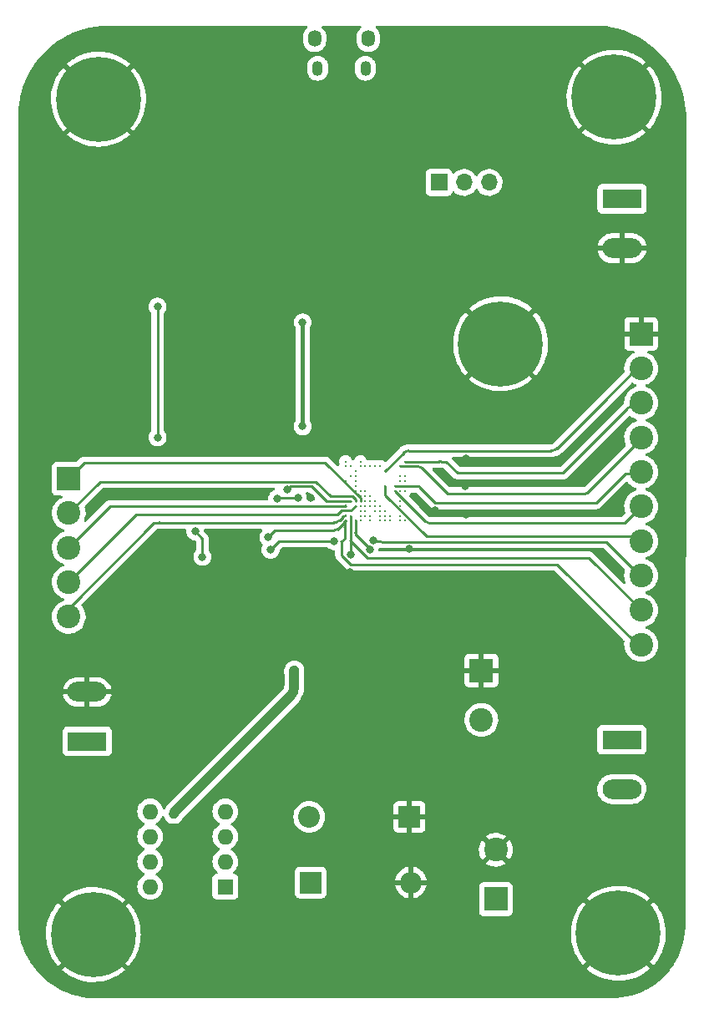
<source format=gbr>
%TF.GenerationSoftware,KiCad,Pcbnew,(6.0.11)*%
%TF.CreationDate,2023-03-28T17:23:35-03:00*%
%TF.ProjectId,singledaq,73696e67-6c65-4646-9171-2e6b69636164,rev?*%
%TF.SameCoordinates,Original*%
%TF.FileFunction,Copper,L2,Bot*%
%TF.FilePolarity,Positive*%
%FSLAX46Y46*%
G04 Gerber Fmt 4.6, Leading zero omitted, Abs format (unit mm)*
G04 Created by KiCad (PCBNEW (6.0.11)) date 2023-03-28 17:23:35*
%MOMM*%
%LPD*%
G01*
G04 APERTURE LIST*
%TA.AperFunction,ComponentPad*%
%ADD10R,3.960000X1.980000*%
%TD*%
%TA.AperFunction,ComponentPad*%
%ADD11O,3.960000X1.980000*%
%TD*%
%TA.AperFunction,ComponentPad*%
%ADD12R,2.400000X2.400000*%
%TD*%
%TA.AperFunction,ComponentPad*%
%ADD13C,2.400000*%
%TD*%
%TA.AperFunction,ComponentPad*%
%ADD14O,1.100000X1.500000*%
%TD*%
%TA.AperFunction,ComponentPad*%
%ADD15O,1.350000X1.700000*%
%TD*%
%TA.AperFunction,ComponentPad*%
%ADD16R,2.200000X2.200000*%
%TD*%
%TA.AperFunction,ComponentPad*%
%ADD17O,2.200000X2.200000*%
%TD*%
%TA.AperFunction,ComponentPad*%
%ADD18C,0.900000*%
%TD*%
%TA.AperFunction,ComponentPad*%
%ADD19C,8.600000*%
%TD*%
%TA.AperFunction,ComponentPad*%
%ADD20R,1.700000X1.700000*%
%TD*%
%TA.AperFunction,ComponentPad*%
%ADD21O,1.700000X1.700000*%
%TD*%
%TA.AperFunction,ComponentPad*%
%ADD22R,1.600000X1.600000*%
%TD*%
%TA.AperFunction,ComponentPad*%
%ADD23O,1.600000X1.600000*%
%TD*%
%TA.AperFunction,SMDPad,CuDef*%
%ADD24C,0.270000*%
%TD*%
%TA.AperFunction,ViaPad*%
%ADD25C,0.800000*%
%TD*%
%TA.AperFunction,Conductor*%
%ADD26C,0.250000*%
%TD*%
%TA.AperFunction,Conductor*%
%ADD27C,0.400000*%
%TD*%
%TA.AperFunction,Conductor*%
%ADD28C,1.000000*%
%TD*%
G04 APERTURE END LIST*
D10*
%TO.P,J2,1,Pin_1*%
%TO.N,-V*%
X164700000Y-111575000D03*
D11*
%TO.P,J2,2,Pin_2*%
%TO.N,+V*%
X164700000Y-116575000D03*
%TD*%
D12*
%TO.P,C502,1*%
%TO.N,GND*%
X150470000Y-104544785D03*
D13*
%TO.P,C502,2*%
%TO.N,-V*%
X150470000Y-109544785D03*
%TD*%
D14*
%TO.P,JUSB1,6,Shield*%
%TO.N,Net-(C101-Pad1)*%
X133867000Y-43497000D03*
D15*
X133557000Y-40497000D03*
D14*
X138707000Y-43497000D03*
D15*
X139017000Y-40497000D03*
%TD*%
D16*
%TO.P,D1,1,K*%
%TO.N,+V ampop*%
X133160000Y-126030000D03*
D17*
%TO.P,D1,2,A*%
%TO.N,GND*%
X143320000Y-126030000D03*
%TD*%
D18*
%TO.P,H1,1,1*%
%TO.N,GND*%
X113930419Y-48910419D03*
X109369581Y-48910419D03*
X111650000Y-49855000D03*
D19*
X111650000Y-46630000D03*
D18*
X109369581Y-44349581D03*
X111650000Y-43405000D03*
X114875000Y-46630000D03*
X108425000Y-46630000D03*
X113930419Y-44349581D03*
%TD*%
D16*
%TO.P,D2,1,K*%
%TO.N,GND*%
X143180000Y-119380000D03*
D17*
%TO.P,D2,2,A*%
%TO.N,-V ampop*%
X133020000Y-119380000D03*
%TD*%
D20*
%TO.P,JP6,1,A*%
%TO.N,VBUS*%
X146170000Y-55074000D03*
D21*
%TO.P,JP6,2,C*%
%TO.N,VDD*%
X148710000Y-55074000D03*
%TO.P,JP6,3,B*%
%TO.N,+BATT*%
X151250000Y-55074000D03*
%TD*%
D19*
%TO.P,H5,1,1*%
%TO.N,GND*%
X164350000Y-131190000D03*
D18*
X161125000Y-131190000D03*
X166630419Y-128909581D03*
X162069581Y-128909581D03*
X164350000Y-127965000D03*
X164350000Y-134415000D03*
X166630419Y-133470419D03*
X167575000Y-131190000D03*
X162069581Y-133470419D03*
%TD*%
D12*
%TO.P,J4,1,Pin_1*%
%TO.N,PC2*%
X108640000Y-85100000D03*
D13*
%TO.P,J4,2,Pin_2*%
%TO.N,PC1*%
X108640000Y-88600000D03*
%TO.P,J4,3,Pin_3*%
%TO.N,PC3*%
X108640000Y-92100000D03*
%TO.P,J4,4,Pin_4*%
%TO.N,PA0*%
X108640000Y-95600000D03*
%TO.P,J4,5,Pin_5*%
%TO.N,PA1*%
X108640000Y-99100000D03*
%TD*%
D10*
%TO.P,J3,1,Pin_1*%
%TO.N,Vsensor*%
X110510000Y-111720000D03*
D11*
%TO.P,J3,2,Pin_2*%
%TO.N,GND*%
X110510000Y-106720000D03*
%TD*%
D18*
%TO.P,H4,1,1*%
%TO.N,GND*%
X111120000Y-128085000D03*
X108839581Y-129029581D03*
X113400419Y-129029581D03*
X111120000Y-134535000D03*
X108839581Y-133590419D03*
X114345000Y-131310000D03*
X107895000Y-131310000D03*
X113400419Y-133590419D03*
D19*
X111120000Y-131310000D03*
%TD*%
D18*
%TO.P,H3,1,1*%
%TO.N,GND*%
X155634581Y-71419581D03*
X154690000Y-73700000D03*
X154690000Y-69139162D03*
X150129162Y-69139162D03*
X152409581Y-68194581D03*
X149184581Y-71419581D03*
X150129162Y-73700000D03*
X152409581Y-74644581D03*
D19*
X152409581Y-71419581D03*
%TD*%
D22*
%TO.P,U6,1,NULL*%
%TO.N,unconnected-(U6-Pad1)*%
X124508224Y-126454000D03*
D23*
%TO.P,U6,2,-*%
%TO.N,Net-(R603-Pad1)*%
X124508224Y-123914000D03*
%TO.P,U6,3,+*%
%TO.N,Net-(R601-Pad1)*%
X124508224Y-121374000D03*
%TO.P,U6,4,V-*%
%TO.N,-V ampop*%
X124508224Y-118834000D03*
%TO.P,U6,5,NULL*%
%TO.N,unconnected-(U6-Pad5)*%
X116888224Y-118834000D03*
%TO.P,U6,6*%
%TO.N,Net-(R603-Pad1)*%
X116888224Y-121374000D03*
%TO.P,U6,7,V+*%
%TO.N,+V ampop*%
X116888224Y-123914000D03*
%TO.P,U6,8,NC*%
%TO.N,unconnected-(U6-Pad8)*%
X116888224Y-126454000D03*
%TD*%
D12*
%TO.P,J5,1,Pin_1*%
%TO.N,GND*%
X166660000Y-70420000D03*
D13*
%TO.P,J5,2,Pin_2*%
%TO.N,PWM_1L*%
X166660000Y-73920000D03*
%TO.P,J5,3,Pin_3*%
%TO.N,PWM_2L*%
X166660000Y-77420000D03*
%TO.P,J5,4,Pin_4*%
%TO.N,PWM_3L*%
X166660000Y-80920000D03*
%TO.P,J5,5,Pin_5*%
%TO.N,PWM_1H*%
X166660000Y-84420000D03*
%TO.P,J5,6,Pin_6*%
%TO.N,PWM_2H*%
X166660000Y-87920000D03*
%TO.P,J5,7,Pin_7*%
%TO.N,PWM_3H*%
X166660000Y-91420000D03*
%TO.P,J5,8,Pin_8*%
%TO.N,NRST*%
X166660000Y-94920000D03*
%TO.P,J5,9,Pin_9*%
%TO.N,PA3*%
X166660000Y-98420000D03*
%TO.P,J5,10,Pin_10*%
%TO.N,PA2*%
X166660000Y-101920000D03*
%TD*%
D12*
%TO.P,C501,1*%
%TO.N,+V*%
X151930000Y-127715216D03*
D13*
%TO.P,C501,2*%
%TO.N,GND*%
X151930000Y-122715216D03*
%TD*%
D24*
%TO.P,U7,A1,PI10*%
%TO.N,unconnected-(U7-PadA1)*%
X136700000Y-83360000D03*
%TO.P,U7,A4,PE0*%
%TO.N,unconnected-(U7-PadA4)*%
X138200000Y-83360000D03*
%TO.P,U7,A13,PH14*%
%TO.N,PWM_2L*%
X142700000Y-83360000D03*
%TO.P,U7,B1,PI9*%
%TO.N,unconnected-(U7-PadB1)*%
X136700000Y-83860000D03*
%TO.P,U7,B2,PI7*%
%TO.N,unconnected-(U7-PadB2)*%
X137200000Y-83860000D03*
%TO.P,U7,B4,PE1*%
%TO.N,unconnected-(U7-PadB4)*%
X138200000Y-83860000D03*
%TO.P,U7,B5,PB5*%
%TO.N,unconnected-(U7-PadB5)*%
X138700000Y-83860000D03*
%TO.P,U7,B6,VDDIO2*%
%TO.N,unconnected-(U7-PadB6)*%
X139200000Y-83860000D03*
%TO.P,U7,B7,PG9*%
%TO.N,unconnected-(U7-PadB7)*%
X139700000Y-83860000D03*
%TO.P,U7,B8,PD0*%
%TO.N,unconnected-(U7-PadB8)*%
X140200000Y-83860000D03*
%TO.P,U7,B12,PH15*%
%TO.N,PWM_3L*%
X142200000Y-83860000D03*
%TO.P,U7,C3,PI11*%
%TO.N,unconnected-(U7-PadC3)*%
X137700000Y-84360000D03*
%TO.P,U7,C9,PH13*%
%TO.N,PWM_1L*%
X140700000Y-84360000D03*
%TO.P,U7,D2,PE3*%
%TO.N,unconnected-(U7-PadD2)*%
X137200000Y-84860000D03*
%TO.P,U7,D3,PE2*%
%TO.N,unconnected-(U7-PadD3)*%
X137700000Y-84860000D03*
%TO.P,U7,D12,VDDUSB*%
%TO.N,unconnected-(U7-PadD12)*%
X142200000Y-84860000D03*
%TO.P,U7,D13,PA12*%
%TO.N,unconnected-(U7-PadD13)*%
X142700000Y-84860000D03*
%TO.P,U7,E1,PC13*%
%TO.N,unconnected-(U7-PadE1)*%
X136700000Y-85360000D03*
%TO.P,U7,E3,PE6*%
%TO.N,unconnected-(U7-PadE3)*%
X137700000Y-85360000D03*
%TO.P,U7,E12,PA9*%
%TO.N,unconnected-(U7-PadE12)*%
X142200000Y-85360000D03*
%TO.P,U7,E13,PA11*%
%TO.N,unconnected-(U7-PadE13)*%
X142700000Y-85360000D03*
%TO.P,U7,F3,PF2*%
%TO.N,unconnected-(U7-PadF3)*%
X137700000Y-85860000D03*
%TO.P,U7,F9,PC8*%
%TO.N,PWM_3H*%
X140700000Y-85860000D03*
%TO.P,U7,F11,PC6*%
%TO.N,PWM_1H*%
X141700000Y-85860000D03*
%TO.P,U7,G3,PF3*%
%TO.N,unconnected-(U7-PadG3)*%
X137700000Y-86360000D03*
%TO.P,U7,G4,PF4*%
%TO.N,unconnected-(U7-PadG4)*%
X138200000Y-86360000D03*
%TO.P,U7,G5,PF5*%
%TO.N,unconnected-(U7-PadG5)*%
X138700000Y-86360000D03*
%TO.P,U7,G11,PC7*%
%TO.N,PWM_2H*%
X141700000Y-86360000D03*
%TO.P,U7,G12,PG6*%
%TO.N,unconnected-(U7-PadG12)*%
X142200000Y-86360000D03*
%TO.P,U7,G13,PC9*%
%TO.N,unconnected-(U7-PadG13)*%
X142700000Y-86360000D03*
%TO.P,U7,H4,PF10*%
%TO.N,unconnected-(U7-PadH4)*%
X138200000Y-86860000D03*
%TO.P,U7,H5,PG1*%
%TO.N,unconnected-(U7-PadH5)*%
X138700000Y-86860000D03*
%TO.P,U7,H6,PE10*%
%TO.N,unconnected-(U7-PadH6)*%
X139200000Y-86860000D03*
%TO.P,U7,J2,PC0*%
%TO.N,ADC output*%
X137200000Y-87360000D03*
%TO.P,U7,J3,PC1*%
%TO.N,PC1*%
X137700000Y-87360000D03*
%TO.P,U7,J4,PC2*%
%TO.N,PC2*%
X138200000Y-87360000D03*
%TO.P,U7,J5,PG0*%
%TO.N,unconnected-(U7-PadJ5)*%
X138700000Y-87360000D03*
%TO.P,U7,J6,PE9*%
%TO.N,unconnected-(U7-PadJ6)*%
X139200000Y-87360000D03*
%TO.P,U7,J7,PE15*%
%TO.N,unconnected-(U7-PadJ7)*%
X139700000Y-87360000D03*
%TO.P,U7,J12,DSIHOST_D1N*%
%TO.N,unconnected-(U7-PadJ12)*%
X142200000Y-87360000D03*
%TO.P,U7,K1,PC3*%
%TO.N,PC3*%
X136700000Y-87860000D03*
%TO.P,U7,K3,PA0*%
%TO.N,PA0*%
X137700000Y-87860000D03*
%TO.P,U7,K4,PC4*%
%TO.N,unconnected-(U7-PadK4)*%
X138200000Y-87860000D03*
%TO.P,U7,K5,PF15*%
%TO.N,unconnected-(U7-PadK5)*%
X138700000Y-87860000D03*
%TO.P,U7,K6,PE8*%
%TO.N,unconnected-(U7-PadK6)*%
X139200000Y-87860000D03*
%TO.P,U7,K7,PE14*%
%TO.N,unconnected-(U7-PadK7)*%
X139700000Y-87860000D03*
%TO.P,U7,K8,PH4*%
%TO.N,unconnected-(U7-PadK8)*%
X140200000Y-87860000D03*
%TO.P,U7,K12,DSIHOST_CKN*%
%TO.N,unconnected-(U7-PadK12)*%
X142200000Y-87860000D03*
%TO.P,U7,L4,PA6*%
%TO.N,unconnected-(U7-PadL4)*%
X138200000Y-88360000D03*
%TO.P,U7,L5,PB1*%
%TO.N,unconnected-(U7-PadL5)*%
X138700000Y-88360000D03*
%TO.P,U7,L7,PE7*%
%TO.N,unconnected-(U7-PadL7)*%
X139700000Y-88360000D03*
%TO.P,U7,L8,PE13*%
%TO.N,unconnected-(U7-PadL8)*%
X140200000Y-88360000D03*
%TO.P,U7,L9,PH5*%
%TO.N,unconnected-(U7-PadL9)*%
X140700000Y-88360000D03*
%TO.P,U7,M1,PA1*%
%TO.N,PA1*%
X136700000Y-88860000D03*
%TO.P,U7,M2,PA3*%
%TO.N,PA3*%
X137200000Y-88860000D03*
%TO.P,U7,M4,PA7*%
%TO.N,unconnected-(U7-PadM4)*%
X138200000Y-88860000D03*
%TO.P,U7,M5,PF11*%
%TO.N,unconnected-(U7-PadM5)*%
X138700000Y-88860000D03*
%TO.P,U7,M6,PF13*%
%TO.N,unconnected-(U7-PadM6)*%
X139200000Y-88860000D03*
%TO.P,U7,M8,PE12*%
%TO.N,unconnected-(U7-PadM8)*%
X140200000Y-88860000D03*
%TO.P,U7,M9,PH10*%
%TO.N,unconnected-(U7-PadM9)*%
X140700000Y-88860000D03*
%TO.P,U7,M10,PH11*%
%TO.N,unconnected-(U7-PadM10)*%
X141200000Y-88860000D03*
%TO.P,U7,M12,PB14*%
%TO.N,unconnected-(U7-PadM12)*%
X142200000Y-88860000D03*
%TO.P,U7,N1,PA2*%
%TO.N,PA2*%
X136700000Y-89360000D03*
%TO.P,U7,N3,VDD*%
%TO.N,VDDA*%
X137700000Y-89360000D03*
%TO.P,U7,N4,PB0*%
%TO.N,unconnected-(U7-PadN4)*%
X138200000Y-89360000D03*
%TO.P,U7,N6,PF12*%
%TO.N,unconnected-(U7-PadN6)*%
X139200000Y-89360000D03*
%TO.P,U7,N8,PE11*%
%TO.N,unconnected-(U7-PadN8)*%
X140200000Y-89360000D03*
%TO.P,U7,N9,PB10*%
%TO.N,unconnected-(U7-PadN9)*%
X140700000Y-89360000D03*
%TO.P,U7,N10,PH8*%
%TO.N,unconnected-(U7-PadN10)*%
X141200000Y-89360000D03*
%TO.P,U7,N12,PB12*%
%TO.N,unconnected-(U7-PadN12)*%
X142200000Y-89360000D03*
%TO.P,U7,N13,PB13*%
%TO.N,unconnected-(U7-PadN13)*%
X142700000Y-89360000D03*
%TD*%
D10*
%TO.P,J1,1,Pin_1*%
%TO.N,+BATT*%
X164730000Y-56735000D03*
D11*
%TO.P,J1,2,Pin_2*%
%TO.N,GND*%
X164730000Y-61735000D03*
%TD*%
D18*
%TO.P,H2,1,1*%
%TO.N,GND*%
X161639581Y-48710419D03*
X163920000Y-43205000D03*
X161639581Y-44149581D03*
X163920000Y-49655000D03*
X166200419Y-44149581D03*
X167145000Y-46430000D03*
X160695000Y-46430000D03*
D19*
X163920000Y-46430000D03*
D18*
X166200419Y-48710419D03*
%TD*%
D25*
%TO.N,GND*%
X143480000Y-128310000D03*
X129978000Y-49674000D03*
X134082700Y-97707300D03*
X145750710Y-88300000D03*
X148890000Y-88720000D03*
X142550000Y-76662071D03*
X150420000Y-98910000D03*
X162030416Y-70420000D03*
X134739161Y-71330000D03*
X129658000Y-59646000D03*
X120870000Y-104600000D03*
X147386000Y-45732000D03*
X136516000Y-51010000D03*
X138294000Y-58376000D03*
X141022000Y-58267500D03*
X119620000Y-73910000D03*
X110686000Y-64556000D03*
X137150000Y-94550000D03*
X140750000Y-81160000D03*
X142038000Y-58267500D03*
X157315000Y-61735000D03*
X153534000Y-61424000D03*
X129658000Y-54820000D03*
X133468000Y-55074000D03*
X136570000Y-77490000D03*
X120133905Y-79894998D03*
X148899290Y-83030000D03*
X124558348Y-80718347D03*
X135246000Y-58364000D03*
X145280000Y-119290000D03*
X125590000Y-86900000D03*
X110940000Y-67096000D03*
X156696000Y-48832000D03*
X126930000Y-78530000D03*
X140772000Y-45670000D03*
X113734000Y-65064000D03*
X119610000Y-76680000D03*
X146410000Y-84450000D03*
X118001006Y-106720000D03*
X133160000Y-87000000D03*
X148000000Y-97013432D03*
X144400000Y-116551500D03*
X105219000Y-65325000D03*
X139700000Y-97144142D03*
X146352000Y-133394000D03*
X143160000Y-92214500D03*
X129375645Y-119872000D03*
X134598000Y-75250000D03*
X148850000Y-85875500D03*
X134230000Y-77460000D03*
X138970000Y-77300000D03*
X109550000Y-123860000D03*
X143560000Y-97140000D03*
X119498000Y-47708000D03*
X151610000Y-116980000D03*
%TO.N,VDDA*%
X132340000Y-79790000D03*
X132340000Y-69260000D03*
X131860000Y-87070000D03*
X139136882Y-92305620D03*
X129750000Y-87140000D03*
%TO.N,ADC output*%
X122180000Y-93024500D03*
X121440000Y-90430000D03*
X130780000Y-86210000D03*
%TO.N,NRST*%
X139482299Y-91367701D03*
%TO.N,Net-(R603-Pad1)*%
X131500763Y-104545747D03*
X119276690Y-119086710D03*
%TO.N,PA2*%
X128870000Y-91040000D03*
%TO.N,PA3*%
X137190000Y-92760000D03*
X135560000Y-91430000D03*
X117640000Y-80920000D03*
X117640000Y-67660000D03*
X129090000Y-92310000D03*
%TD*%
D26*
%TO.N,PA3*%
X117640000Y-67660000D02*
X117640000Y-80920000D01*
%TO.N,GND*%
X162030416Y-70420000D02*
X166660000Y-70420000D01*
%TO.N,VDDA*%
X129750000Y-87140000D02*
X129879188Y-87010812D01*
X139136882Y-92305620D02*
X139293430Y-92462168D01*
X129750000Y-87140000D02*
X129620419Y-87010419D01*
X137794737Y-90871956D02*
X139136882Y-92214101D01*
X129879188Y-87010812D02*
X131755808Y-87010812D01*
D27*
X132340000Y-69260000D02*
X132340000Y-79790000D01*
D26*
X139136882Y-92214101D02*
X139136882Y-92305620D01*
X137700000Y-89360000D02*
X137700000Y-90586863D01*
X131859987Y-87070014D02*
G75*
G03*
X131755808Y-87010812I-171987J-181386D01*
G01*
X137794762Y-90871938D02*
G75*
G02*
X137700001Y-90586863I391238J288338D01*
G01*
%TO.N,ADC output*%
X130780000Y-86210000D02*
X130780000Y-86189586D01*
X134780000Y-87360000D02*
X137200000Y-87360000D01*
X133260000Y-85840000D02*
X134780000Y-87360000D01*
X122180000Y-91170000D02*
X122180000Y-93024500D01*
X121440000Y-90430000D02*
X122180000Y-91170000D01*
X130780000Y-86189586D02*
X131129586Y-85840000D01*
X131129586Y-85840000D02*
X133260000Y-85840000D01*
%TO.N,PWM_1H*%
X144168950Y-85928950D02*
X145800000Y-87560000D01*
X162091300Y-87560000D02*
X165051006Y-84600294D01*
X145800000Y-87560000D02*
X162091300Y-87560000D01*
X141700000Y-85860000D02*
X144002490Y-85860000D01*
X165100000Y-84580000D02*
X166273726Y-84580000D01*
X144168953Y-85928947D02*
G75*
G03*
X144002490Y-85860000I-166453J-166453D01*
G01*
X166660000Y-84419994D02*
G75*
G03*
X166489289Y-84490711I0J-241406D01*
G01*
X165100000Y-84580004D02*
G75*
G03*
X165051006Y-84600294I0J-69296D01*
G01*
X166659992Y-84419992D02*
G75*
G02*
X166273726Y-84580000I-386292J386292D01*
G01*
%TO.N,PWM_1L*%
X162790000Y-77380000D02*
X165960086Y-74209914D01*
X143040000Y-82260000D02*
X157560000Y-82260000D01*
X158157488Y-82012513D02*
X162790000Y-77380000D01*
X140700000Y-84360000D02*
X142630294Y-82429706D01*
X158157493Y-82012518D02*
G75*
G02*
X157560000Y-82260000I-597493J597518D01*
G01*
X143040000Y-82259997D02*
G75*
G03*
X142630294Y-82429706I0J-579403D01*
G01*
X166660000Y-73919992D02*
G75*
G03*
X165960086Y-74209914I0J-989808D01*
G01*
%TO.N,PWM_2H*%
X145230000Y-89620000D02*
X164950000Y-89620000D01*
X141700000Y-86360000D02*
X144769081Y-89429081D01*
X164967071Y-89612929D02*
X166660000Y-87920000D01*
X145230000Y-89620011D02*
G75*
G02*
X144769081Y-89429081I0J651811D01*
G01*
X164967062Y-89612920D02*
G75*
G02*
X164950000Y-89620000I-17062J17020D01*
G01*
%TO.N,PWM_2L*%
X158740000Y-84530000D02*
X165277243Y-77992757D01*
X142700000Y-83360000D02*
X146219290Y-83360000D01*
X148020000Y-84510000D02*
X158691716Y-84510000D01*
X146880000Y-83370000D02*
X148020000Y-84510000D01*
X146377747Y-83389580D02*
X146397327Y-83370000D01*
X146397327Y-83370000D02*
X146880000Y-83370000D01*
X166660000Y-77419997D02*
G75*
G03*
X165277244Y-77992758I0J-1955503D01*
G01*
X158739995Y-84530005D02*
G75*
G03*
X158691716Y-84510000I-48295J-48295D01*
G01*
X166660000Y-77420017D02*
G75*
G03*
X165669877Y-77830123I0J-1400283D01*
G01*
X146377752Y-83389566D02*
G75*
G03*
X146219290Y-83360000I-164052J-439834D01*
G01*
%TO.N,PWM_3H*%
X144890000Y-90950000D02*
X140700000Y-86760000D01*
X164031716Y-90940000D02*
X165501178Y-90940000D01*
X164031716Y-90940000D02*
X145040000Y-90940000D01*
X140700000Y-86760000D02*
X140700000Y-85860000D01*
X145040000Y-90940000D02*
X145030000Y-90950000D01*
X145030000Y-90950000D02*
X144890000Y-90950000D01*
X166660007Y-91419993D02*
G75*
G03*
X165501178Y-90940000I-1158807J-1158807D01*
G01*
X164079995Y-90960005D02*
G75*
G03*
X164031716Y-90940000I-48295J-48295D01*
G01*
%TO.N,PWM_3L*%
X147030000Y-86600000D02*
X161045148Y-86600000D01*
X142200000Y-83860000D02*
X144060000Y-83860000D01*
X144452634Y-84022635D02*
X147030000Y-86600000D01*
X161190000Y-86540000D02*
X166553934Y-81176066D01*
X161189986Y-86539986D02*
G75*
G02*
X161045148Y-86600000I-144886J144886D01*
G01*
X166660009Y-80920000D02*
G75*
G02*
X166553934Y-81176066I-362109J0D01*
G01*
X144452641Y-84022628D02*
G75*
G03*
X144060000Y-83860000I-392641J-392672D01*
G01*
%TO.N,NRST*%
X140318853Y-91490000D02*
X140960000Y-91490000D01*
X163110000Y-91490000D02*
X166455147Y-94835147D01*
X140960000Y-91490000D02*
X163110000Y-91490000D01*
X139482299Y-91367701D02*
X139585577Y-91470979D01*
X139585577Y-91470979D02*
X140174838Y-91470979D01*
X140318853Y-91489988D02*
G75*
G02*
X140174838Y-91470978I16247J678088D01*
G01*
D28*
%TO.N,Net-(R603-Pad1)*%
X131500763Y-106135904D02*
X131500763Y-104545747D01*
X119349805Y-118910195D02*
X131060000Y-107200000D01*
X131500764Y-106135904D02*
G75*
G02*
X131060000Y-107200000I-1504864J4D01*
G01*
X131500762Y-104545746D02*
G75*
G03*
X131470000Y-104620015I74238J-74254D01*
G01*
X119349804Y-118910194D02*
G75*
G03*
X119276690Y-119086710I176496J-176506D01*
G01*
D26*
%TO.N,PA2*%
X136600000Y-91160000D02*
X136600000Y-90054141D01*
X136650000Y-90030000D02*
X136650000Y-89563639D01*
X136285000Y-92880305D02*
X136285000Y-91490000D01*
X166660000Y-101920000D02*
X166617990Y-101960416D01*
X135841422Y-90218578D02*
X136605000Y-89455000D01*
X136295607Y-91464394D02*
X136600000Y-91160000D01*
X166617990Y-101960416D02*
X166517036Y-102018697D01*
X136605000Y-89455000D02*
X136700000Y-89360000D01*
X166404437Y-102048859D02*
X158155578Y-93800000D01*
X129550000Y-90360000D02*
X135500000Y-90360000D01*
X166517036Y-102018697D02*
X166404437Y-102048859D01*
X136700000Y-89360000D02*
X136500000Y-89560000D01*
X158155578Y-93800000D02*
X137204695Y-93800000D01*
X137204695Y-93800000D02*
X136285000Y-92880305D01*
X128870000Y-91040000D02*
X129550000Y-90360000D01*
X135841451Y-90218607D02*
G75*
G02*
X135500000Y-90360000I-341251J341107D01*
G01*
X136598799Y-90051201D02*
G75*
G02*
X136600000Y-90054141I-2899J-2899D01*
G01*
X136650000Y-90029993D02*
G75*
G03*
X136598788Y-90051214I0J-72407D01*
G01*
X136295609Y-91464396D02*
G75*
G03*
X136285000Y-91490000I25591J-25604D01*
G01*
X136605012Y-89454988D02*
G75*
G02*
X136650000Y-89563639I-108612J-108612D01*
G01*
%TO.N,PA3*%
X137200000Y-91400000D02*
X138900000Y-93100000D01*
X161340000Y-93100000D02*
X166660000Y-98420000D01*
X137190000Y-91424142D02*
X137190000Y-92760000D01*
X138900000Y-93100000D02*
X161340000Y-93100000D01*
X129090000Y-92310000D02*
X129970000Y-91430000D01*
X137200000Y-88860000D02*
X137200000Y-91400000D01*
X129970000Y-91430000D02*
X135560000Y-91430000D01*
X137190018Y-91424142D02*
G75*
G02*
X137200000Y-91400000I34082J42D01*
G01*
%TO.N,PA1*%
X135496447Y-89560000D02*
X117822426Y-89560000D01*
X117240000Y-89610000D02*
X108922843Y-97927157D01*
X117802219Y-89560842D02*
X117279158Y-89560842D01*
X136443934Y-88966066D02*
X136100000Y-89310000D01*
X108922843Y-97927157D02*
X108922843Y-98417157D01*
X117240000Y-89600000D02*
X117240000Y-89610000D01*
X117279158Y-89560842D02*
X117240000Y-89600000D01*
X108640005Y-99100000D02*
G75*
G02*
X108922844Y-98417158I965695J0D01*
G01*
X136443941Y-88966073D02*
G75*
G02*
X136700000Y-88860000I256059J-256027D01*
G01*
X117802219Y-89560842D02*
G75*
G03*
X117822426Y-89560000I-19219J704142D01*
G01*
X135496447Y-89560019D02*
G75*
G03*
X136100000Y-89310000I-47J853619D01*
G01*
%TO.N,PA0*%
X108640000Y-95600000D02*
X108640000Y-95550000D01*
X115430000Y-88760000D02*
X135862117Y-88760000D01*
X108640000Y-95550000D02*
X115430000Y-88760000D01*
X136272117Y-88350000D02*
X137210000Y-88350000D01*
X137210000Y-88350000D02*
X137700000Y-87860000D01*
X135862117Y-88760000D02*
X136272117Y-88350000D01*
%TO.N,PC3*%
X108640000Y-92100000D02*
X108790000Y-91950000D01*
X108640000Y-92100000D02*
X112839766Y-87900234D01*
X112839766Y-87900234D02*
X136659766Y-87900234D01*
X136659766Y-87900234D02*
X136700000Y-87860000D01*
X136700000Y-87860000D02*
X136690000Y-87870000D01*
X136700012Y-87859988D02*
G75*
G03*
X136675858Y-87850000I-24112J-24112D01*
G01*
X108639987Y-92099987D02*
G75*
G02*
X109122842Y-91900000I482813J-482813D01*
G01*
%TO.N,PC2*%
X110250000Y-83490000D02*
X108640000Y-85100000D01*
X138200000Y-87360000D02*
X138200000Y-87073065D01*
X134616935Y-83490000D02*
X110250000Y-83490000D01*
X109440000Y-84300000D02*
X108640000Y-85100000D01*
X138200000Y-87073065D02*
X134616935Y-83490000D01*
%TO.N,PC1*%
X137700000Y-87360000D02*
X137700000Y-87209461D01*
X137390539Y-86900000D02*
X135200000Y-86900000D01*
X135200000Y-86900000D02*
X133690000Y-85390000D01*
X111850000Y-85390000D02*
X108640000Y-88600000D01*
X137700000Y-87209461D02*
X137390539Y-86900000D01*
X133690000Y-85390000D02*
X111850000Y-85390000D01*
%TD*%
%TA.AperFunction,Conductor*%
%TO.N,GND*%
G36*
X112863034Y-39176905D02*
G01*
X113051321Y-39179760D01*
X113074667Y-39182304D01*
X113089383Y-39185316D01*
X113136361Y-39181426D01*
X113146722Y-39180997D01*
X132730448Y-39179017D01*
X132798571Y-39199012D01*
X132845069Y-39252663D01*
X132855180Y-39322936D01*
X132825694Y-39387520D01*
X132813540Y-39399747D01*
X132694842Y-39503842D01*
X132691270Y-39508373D01*
X132569785Y-39662476D01*
X132560181Y-39674658D01*
X132458905Y-39867154D01*
X132394403Y-40074882D01*
X132393724Y-40080619D01*
X132388983Y-40120679D01*
X132373500Y-40251490D01*
X132373500Y-40727176D01*
X132388333Y-40888600D01*
X132447374Y-41097945D01*
X132543577Y-41293026D01*
X132547031Y-41297652D01*
X132547032Y-41297653D01*
X132670267Y-41462685D01*
X132673720Y-41467309D01*
X132677954Y-41471223D01*
X132677956Y-41471225D01*
X132695511Y-41487452D01*
X132833444Y-41614956D01*
X133017401Y-41731024D01*
X133219428Y-41811624D01*
X133380543Y-41843672D01*
X133424783Y-41852472D01*
X133432761Y-41854059D01*
X133438536Y-41854135D01*
X133438540Y-41854135D01*
X133547581Y-41855562D01*
X133650254Y-41856906D01*
X133655951Y-41855927D01*
X133655952Y-41855927D01*
X133858935Y-41821048D01*
X133858938Y-41821047D01*
X133864625Y-41820070D01*
X134068693Y-41744786D01*
X134255624Y-41633573D01*
X134419158Y-41490158D01*
X134553819Y-41319342D01*
X134655095Y-41126846D01*
X134719597Y-40919118D01*
X134740500Y-40742510D01*
X134740500Y-40266824D01*
X134725667Y-40105400D01*
X134666626Y-39896055D01*
X134570423Y-39700974D01*
X134440280Y-39526691D01*
X134429098Y-39516354D01*
X134377169Y-39468352D01*
X134300385Y-39397374D01*
X134263941Y-39336447D01*
X134266222Y-39265487D01*
X134306504Y-39207024D01*
X134371999Y-39179621D01*
X134385902Y-39178850D01*
X137225625Y-39178563D01*
X138191077Y-39178465D01*
X138259200Y-39198460D01*
X138305698Y-39252111D01*
X138315809Y-39322384D01*
X138286323Y-39386968D01*
X138274167Y-39399197D01*
X138154842Y-39503842D01*
X138151270Y-39508373D01*
X138029785Y-39662476D01*
X138020181Y-39674658D01*
X137918905Y-39867154D01*
X137854403Y-40074882D01*
X137853724Y-40080619D01*
X137848983Y-40120679D01*
X137833500Y-40251490D01*
X137833500Y-40727176D01*
X137848333Y-40888600D01*
X137907374Y-41097945D01*
X138003577Y-41293026D01*
X138007031Y-41297652D01*
X138007032Y-41297653D01*
X138130267Y-41462685D01*
X138133720Y-41467309D01*
X138137954Y-41471223D01*
X138137956Y-41471225D01*
X138155511Y-41487452D01*
X138293444Y-41614956D01*
X138477401Y-41731024D01*
X138679428Y-41811624D01*
X138840543Y-41843672D01*
X138884783Y-41852472D01*
X138892761Y-41854059D01*
X138898536Y-41854135D01*
X138898540Y-41854135D01*
X139007581Y-41855562D01*
X139110254Y-41856906D01*
X139115951Y-41855927D01*
X139115952Y-41855927D01*
X139318935Y-41821048D01*
X139318938Y-41821047D01*
X139324625Y-41820070D01*
X139528693Y-41744786D01*
X139715624Y-41633573D01*
X139879158Y-41490158D01*
X140013819Y-41319342D01*
X140115095Y-41126846D01*
X140179597Y-40919118D01*
X140200500Y-40742510D01*
X140200500Y-40266824D01*
X140185667Y-40105400D01*
X140126626Y-39896055D01*
X140030423Y-39700974D01*
X139900280Y-39526691D01*
X139762955Y-39399749D01*
X139759790Y-39396823D01*
X139723345Y-39335894D01*
X139725626Y-39264934D01*
X139765908Y-39206472D01*
X139831403Y-39179069D01*
X139845300Y-39178298D01*
X162507861Y-39176007D01*
X162519506Y-39176546D01*
X162523827Y-39176947D01*
X162532555Y-39179034D01*
X162541514Y-39178588D01*
X162541516Y-39178588D01*
X162547334Y-39178298D01*
X162555805Y-39177876D01*
X162576123Y-39178507D01*
X162777459Y-39201113D01*
X163128335Y-39240510D01*
X163136201Y-39241645D01*
X163716063Y-39344111D01*
X163723842Y-39345740D01*
X164296098Y-39484562D01*
X164303759Y-39486679D01*
X164866098Y-39661295D01*
X164873610Y-39663890D01*
X165423849Y-39873623D01*
X165431173Y-39876683D01*
X165967078Y-40120682D01*
X165974191Y-40124195D01*
X166493676Y-40401511D01*
X166500564Y-40405473D01*
X167001504Y-40714973D01*
X167008113Y-40719350D01*
X167488566Y-41059831D01*
X167494887Y-41064617D01*
X167815746Y-41323876D01*
X167952904Y-41434702D01*
X167958921Y-41439886D01*
X168392712Y-41838127D01*
X168398370Y-41843660D01*
X168617956Y-42072387D01*
X168806181Y-42268448D01*
X168811495Y-42274344D01*
X169191713Y-42723999D01*
X169196635Y-42730206D01*
X169453365Y-43075861D01*
X169547750Y-43202939D01*
X169552280Y-43209459D01*
X169821032Y-43623494D01*
X169872882Y-43703373D01*
X169876995Y-43710169D01*
X170165825Y-44223323D01*
X170169489Y-44230342D01*
X170425406Y-44760715D01*
X170428618Y-44767949D01*
X170650568Y-45313349D01*
X170653326Y-45320787D01*
X170840468Y-45879160D01*
X170842746Y-45886742D01*
X170894121Y-46079632D01*
X170994296Y-46455740D01*
X170996099Y-46463481D01*
X171111480Y-47040928D01*
X171112790Y-47048767D01*
X171191531Y-47632307D01*
X171192345Y-47640213D01*
X171231203Y-48186289D01*
X171234140Y-48227568D01*
X171234453Y-48235496D01*
X171238728Y-48773043D01*
X171238810Y-48783406D01*
X171236821Y-48806726D01*
X171234088Y-48821914D01*
X171235041Y-48830835D01*
X171235041Y-48830838D01*
X171238239Y-48860768D01*
X171238952Y-48874283D01*
X171231509Y-56034316D01*
X171154074Y-130529148D01*
X171151831Y-130552685D01*
X171149344Y-130565688D01*
X171150200Y-130574624D01*
X171150200Y-130574626D01*
X171151482Y-130588008D01*
X171151750Y-130608811D01*
X171150970Y-130619967D01*
X171118011Y-131091256D01*
X171117078Y-131100099D01*
X171089223Y-131297188D01*
X171045574Y-131606032D01*
X171044878Y-131610955D01*
X171043324Y-131619709D01*
X170935275Y-132124205D01*
X170933107Y-132132828D01*
X170789750Y-132628443D01*
X170786984Y-132636881D01*
X170615353Y-133103946D01*
X170609023Y-133121173D01*
X170605666Y-133129399D01*
X170563134Y-133223946D01*
X170394004Y-133599911D01*
X170390073Y-133607886D01*
X170372726Y-133640150D01*
X170181130Y-133996507D01*
X170145745Y-134062320D01*
X170141263Y-134069993D01*
X170111848Y-134116507D01*
X169865511Y-134506038D01*
X169860497Y-134513381D01*
X169832076Y-134551997D01*
X169576941Y-134898649D01*
X169554662Y-134928919D01*
X169549147Y-134935883D01*
X169214769Y-135328816D01*
X169208787Y-135335362D01*
X168859974Y-135691046D01*
X168847535Y-135703730D01*
X168841094Y-135709850D01*
X168781294Y-135762784D01*
X168454769Y-136051817D01*
X168447908Y-136057472D01*
X168038419Y-136371351D01*
X168031181Y-136376504D01*
X167600573Y-136660723D01*
X167593001Y-136665346D01*
X167351562Y-136801292D01*
X167143421Y-136918489D01*
X167135524Y-136922575D01*
X166863543Y-137051362D01*
X166669232Y-137143372D01*
X166661080Y-137146886D01*
X166285040Y-137293455D01*
X166180341Y-137334263D01*
X166171947Y-137337197D01*
X165679240Y-137490187D01*
X165670661Y-137492523D01*
X165168368Y-137610391D01*
X165159645Y-137612116D01*
X164650282Y-137694268D01*
X164641460Y-137695373D01*
X164127582Y-137741396D01*
X164118703Y-137741876D01*
X163643019Y-137750792D01*
X163619216Y-137748976D01*
X163613627Y-137748011D01*
X163613623Y-137748011D01*
X163604777Y-137746483D01*
X163595861Y-137747499D01*
X163595859Y-137747499D01*
X163537173Y-137754187D01*
X163479654Y-137760742D01*
X163465445Y-137761552D01*
X111701335Y-137781484D01*
X111685036Y-137780431D01*
X111653379Y-137776313D01*
X111644511Y-137777700D01*
X111644505Y-137777700D01*
X111630983Y-137779815D01*
X111610366Y-137781323D01*
X111105790Y-137776716D01*
X111097172Y-137776342D01*
X110561633Y-137734700D01*
X110553061Y-137733737D01*
X110021630Y-137655553D01*
X110013145Y-137654006D01*
X109488326Y-137539651D01*
X109479965Y-137537527D01*
X108964165Y-137387522D01*
X108955970Y-137384832D01*
X108451665Y-137199897D01*
X108443673Y-137196652D01*
X108324343Y-137143369D01*
X107953177Y-136977637D01*
X107945440Y-136973858D01*
X107471083Y-136721800D01*
X107463633Y-136717508D01*
X107007622Y-136433580D01*
X107000488Y-136428791D01*
X106595855Y-136136628D01*
X106564975Y-136114331D01*
X106558159Y-136109045D01*
X106145211Y-135765551D01*
X106138772Y-135759812D01*
X105750272Y-135388850D01*
X105744241Y-135382683D01*
X105382041Y-134986021D01*
X105376446Y-134979456D01*
X105302502Y-134886418D01*
X107909122Y-134886418D01*
X107909171Y-134887110D01*
X107914617Y-134895274D01*
X107992268Y-134967812D01*
X107996507Y-134971433D01*
X108329802Y-135231363D01*
X108334359Y-135234602D01*
X108689448Y-135463880D01*
X108694250Y-135466686D01*
X109068316Y-135663491D01*
X109073374Y-135665871D01*
X109463435Y-135828638D01*
X109468690Y-135830561D01*
X109871676Y-135958008D01*
X109877075Y-135959455D01*
X110289796Y-136050575D01*
X110295307Y-136051537D01*
X110714501Y-136105610D01*
X110720064Y-136106077D01*
X111142405Y-136122670D01*
X111147997Y-136122641D01*
X111570125Y-136101626D01*
X111575708Y-136101098D01*
X111994305Y-136042640D01*
X111999792Y-136041623D01*
X112411543Y-135946185D01*
X112416929Y-135944681D01*
X112818567Y-135813018D01*
X112823784Y-135811046D01*
X113212126Y-135644202D01*
X113217169Y-135641764D01*
X113589131Y-135441063D01*
X113593935Y-135438188D01*
X113946563Y-135205231D01*
X113951126Y-135201916D01*
X114281658Y-134938529D01*
X114285873Y-134934852D01*
X114323823Y-134898649D01*
X114331763Y-134884890D01*
X114331713Y-134883843D01*
X114326822Y-134876032D01*
X114217208Y-134766418D01*
X161139122Y-134766418D01*
X161139171Y-134767110D01*
X161144617Y-134775274D01*
X161222268Y-134847812D01*
X161226507Y-134851433D01*
X161559802Y-135111363D01*
X161564359Y-135114602D01*
X161919448Y-135343880D01*
X161924250Y-135346686D01*
X162298316Y-135543491D01*
X162303374Y-135545871D01*
X162693435Y-135708638D01*
X162698690Y-135710561D01*
X163101676Y-135838008D01*
X163107075Y-135839455D01*
X163519796Y-135930575D01*
X163525307Y-135931537D01*
X163944501Y-135985610D01*
X163950064Y-135986077D01*
X164372405Y-136002670D01*
X164377997Y-136002641D01*
X164800125Y-135981626D01*
X164805708Y-135981098D01*
X165224305Y-135922640D01*
X165229792Y-135921623D01*
X165641543Y-135826185D01*
X165646929Y-135824681D01*
X166048567Y-135693018D01*
X166053784Y-135691046D01*
X166442126Y-135524202D01*
X166447169Y-135521764D01*
X166819131Y-135321063D01*
X166823935Y-135318188D01*
X167176563Y-135085231D01*
X167181126Y-135081916D01*
X167511658Y-134818529D01*
X167515873Y-134814852D01*
X167553823Y-134778649D01*
X167561763Y-134764890D01*
X167561713Y-134763843D01*
X167556822Y-134756032D01*
X167156507Y-134355717D01*
X166271210Y-133470419D01*
X165745122Y-132944332D01*
X164362812Y-131562022D01*
X164348868Y-131554408D01*
X164347035Y-131554539D01*
X164340420Y-131558790D01*
X162954879Y-132944331D01*
X162069581Y-133829628D01*
X161543494Y-134355716D01*
X161146736Y-134752474D01*
X161139122Y-134766418D01*
X114217208Y-134766418D01*
X113926507Y-134475717D01*
X113041210Y-133590419D01*
X112515122Y-133064332D01*
X111132812Y-131682022D01*
X111118868Y-131674408D01*
X111117035Y-131674539D01*
X111110420Y-131678790D01*
X109724879Y-133064331D01*
X108839581Y-133949628D01*
X108313494Y-134475716D01*
X107916736Y-134872474D01*
X107909122Y-134886418D01*
X105302502Y-134886418D01*
X105042224Y-134558930D01*
X105037092Y-134551997D01*
X104819565Y-134236127D01*
X104732432Y-134109600D01*
X104727792Y-134102343D01*
X104706410Y-134066231D01*
X104454119Y-133640149D01*
X104449982Y-133632582D01*
X104208557Y-133152716D01*
X104204946Y-133144882D01*
X103996925Y-132649641D01*
X103993864Y-132641592D01*
X103992259Y-132636892D01*
X103820219Y-132133292D01*
X103817711Y-132125039D01*
X103681630Y-131614976D01*
X103679242Y-131606025D01*
X103677307Y-131597626D01*
X103670782Y-131564102D01*
X103600456Y-131202812D01*
X103597344Y-131186825D01*
X106308855Y-131186825D01*
X106316600Y-131609410D01*
X106316950Y-131614976D01*
X106362231Y-132035208D01*
X106363078Y-132040746D01*
X106445535Y-132455286D01*
X106446864Y-132460698D01*
X106565852Y-132866289D01*
X106567658Y-132871564D01*
X106722219Y-133264948D01*
X106724501Y-133270072D01*
X106913416Y-133648150D01*
X106916140Y-133653043D01*
X107137917Y-134012833D01*
X107141068Y-134017469D01*
X107393955Y-134356127D01*
X107397488Y-134360444D01*
X107533222Y-134511988D01*
X107546717Y-134520351D01*
X107556128Y-134514662D01*
X107954283Y-134116507D01*
X108839581Y-133231210D01*
X108921919Y-133148872D01*
X109365668Y-132705122D01*
X110747978Y-131322812D01*
X110754356Y-131311132D01*
X111484408Y-131311132D01*
X111484539Y-131312965D01*
X111488790Y-131319580D01*
X112874331Y-132705121D01*
X113318080Y-133148871D01*
X113400418Y-133231209D01*
X114285716Y-134116506D01*
X114682142Y-134512932D01*
X114695903Y-134520446D01*
X114705263Y-134513989D01*
X114874244Y-134321303D01*
X114877744Y-134316935D01*
X115127073Y-133975645D01*
X115130168Y-133970987D01*
X115348160Y-133608903D01*
X115350841Y-133603964D01*
X115535779Y-133223946D01*
X115538014Y-133218780D01*
X115688442Y-132823815D01*
X115690201Y-132818496D01*
X115804920Y-132411730D01*
X115806204Y-132406259D01*
X115884315Y-131990883D01*
X115885102Y-131985346D01*
X115926035Y-131564102D01*
X115926308Y-131559665D01*
X115932788Y-131312233D01*
X115932746Y-131307762D01*
X115922016Y-131066825D01*
X159538855Y-131066825D01*
X159546600Y-131489410D01*
X159546950Y-131494976D01*
X159592231Y-131915208D01*
X159593078Y-131920746D01*
X159675535Y-132335286D01*
X159676864Y-132340698D01*
X159795852Y-132746289D01*
X159797658Y-132751564D01*
X159952219Y-133144948D01*
X159954501Y-133150072D01*
X160143416Y-133528150D01*
X160146140Y-133533043D01*
X160367917Y-133892833D01*
X160371068Y-133897469D01*
X160623955Y-134236127D01*
X160627488Y-134240444D01*
X160763222Y-134391988D01*
X160776717Y-134400351D01*
X160786128Y-134394662D01*
X161184283Y-133996507D01*
X162069581Y-133111210D01*
X162116458Y-133064333D01*
X162595668Y-132585122D01*
X163977978Y-131202812D01*
X163984356Y-131191132D01*
X164714408Y-131191132D01*
X164714539Y-131192965D01*
X164718790Y-131199580D01*
X166104331Y-132585121D01*
X166583541Y-133064332D01*
X166630418Y-133111209D01*
X167515716Y-133996506D01*
X167912142Y-134392932D01*
X167925903Y-134400446D01*
X167935263Y-134393989D01*
X168104244Y-134201303D01*
X168107744Y-134196935D01*
X168357073Y-133855645D01*
X168360168Y-133850987D01*
X168578160Y-133488903D01*
X168580841Y-133483964D01*
X168765779Y-133103946D01*
X168768014Y-133098780D01*
X168918442Y-132703815D01*
X168920201Y-132698496D01*
X169034920Y-132291730D01*
X169036204Y-132286259D01*
X169114315Y-131870883D01*
X169115102Y-131865346D01*
X169156035Y-131444102D01*
X169156308Y-131439665D01*
X169162788Y-131192233D01*
X169162746Y-131187762D01*
X169143917Y-130764973D01*
X169143419Y-130759386D01*
X169087155Y-130340499D01*
X169086162Y-130334976D01*
X168992883Y-129922748D01*
X168991410Y-129917361D01*
X168861847Y-129515025D01*
X168859910Y-129509815D01*
X168695098Y-129120599D01*
X168692683Y-129115536D01*
X168493936Y-128742535D01*
X168491085Y-128737713D01*
X168259974Y-128383865D01*
X168256692Y-128379297D01*
X167995030Y-128047380D01*
X167991382Y-128043155D01*
X167938103Y-127986715D01*
X167924389Y-127978705D01*
X167923517Y-127978742D01*
X167915438Y-127983772D01*
X167515717Y-128383493D01*
X166630419Y-129268790D01*
X166104332Y-129794878D01*
X164722022Y-131177188D01*
X164714408Y-131191132D01*
X163984356Y-131191132D01*
X163985592Y-131188868D01*
X163985461Y-131187035D01*
X163981210Y-131180420D01*
X162595669Y-129794879D01*
X161710372Y-128909581D01*
X161184284Y-128383494D01*
X160785561Y-127984771D01*
X160772253Y-127977504D01*
X160762214Y-127984626D01*
X160518223Y-128277994D01*
X160514828Y-128282467D01*
X160274528Y-128630152D01*
X160271549Y-128634902D01*
X160063106Y-129002575D01*
X160060562Y-129007568D01*
X159885629Y-129392312D01*
X159883538Y-129397511D01*
X159743498Y-129796290D01*
X159741877Y-129801659D01*
X159637840Y-130211303D01*
X159636706Y-130216776D01*
X159569496Y-130634054D01*
X159568851Y-130639632D01*
X159539002Y-131061204D01*
X159538855Y-131066825D01*
X115922016Y-131066825D01*
X115913917Y-130884973D01*
X115913419Y-130879386D01*
X115857155Y-130460499D01*
X115856162Y-130454976D01*
X115762883Y-130042748D01*
X115761410Y-130037361D01*
X115631847Y-129635025D01*
X115629910Y-129629815D01*
X115465098Y-129240599D01*
X115462683Y-129235536D01*
X115317653Y-128963350D01*
X150221500Y-128963350D01*
X150228255Y-129025532D01*
X150279385Y-129161921D01*
X150366739Y-129278477D01*
X150483295Y-129365831D01*
X150619684Y-129416961D01*
X150681866Y-129423716D01*
X153178134Y-129423716D01*
X153240316Y-129416961D01*
X153376705Y-129365831D01*
X153493261Y-129278477D01*
X153580615Y-129161921D01*
X153631745Y-129025532D01*
X153638500Y-128963350D01*
X153638500Y-127614456D01*
X161138031Y-127614456D01*
X161144139Y-127624929D01*
X161543493Y-128024283D01*
X162020715Y-128501506D01*
X162069580Y-128550371D01*
X162954878Y-129435668D01*
X164337188Y-130817978D01*
X164351132Y-130825592D01*
X164352965Y-130825461D01*
X164359580Y-130821210D01*
X165745121Y-129435669D01*
X166630419Y-128550372D01*
X166679284Y-128501507D01*
X167156506Y-128024284D01*
X167552754Y-127628036D01*
X167560316Y-127614187D01*
X167553987Y-127604962D01*
X167380928Y-127451582D01*
X167376561Y-127448046D01*
X167036600Y-127196948D01*
X167031947Y-127193821D01*
X166670995Y-126973926D01*
X166666094Y-126971232D01*
X166287027Y-126784297D01*
X166281904Y-126782048D01*
X165887707Y-126629545D01*
X165882417Y-126627765D01*
X165476218Y-126510904D01*
X165470794Y-126509602D01*
X165055822Y-126429316D01*
X165050293Y-126428500D01*
X164629828Y-126385420D01*
X164624247Y-126385098D01*
X164201635Y-126379566D01*
X164196024Y-126379742D01*
X163774593Y-126411800D01*
X163769036Y-126412472D01*
X163352128Y-126481864D01*
X163346631Y-126483032D01*
X162937547Y-126589209D01*
X162932181Y-126590861D01*
X162534153Y-126732983D01*
X162528965Y-126735100D01*
X162145133Y-126912050D01*
X162140164Y-126914614D01*
X161773581Y-127124984D01*
X161768848Y-127127987D01*
X161422420Y-127370109D01*
X161417979Y-127373517D01*
X161146476Y-127601739D01*
X161138031Y-127614456D01*
X153638500Y-127614456D01*
X153638500Y-126467082D01*
X153631745Y-126404900D01*
X153580615Y-126268511D01*
X153493261Y-126151955D01*
X153376705Y-126064601D01*
X153240316Y-126013471D01*
X153178134Y-126006716D01*
X150681866Y-126006716D01*
X150619684Y-126013471D01*
X150483295Y-126064601D01*
X150366739Y-126151955D01*
X150279385Y-126268511D01*
X150228255Y-126404900D01*
X150221500Y-126467082D01*
X150221500Y-128963350D01*
X115317653Y-128963350D01*
X115263936Y-128862535D01*
X115261085Y-128857713D01*
X115029974Y-128503865D01*
X115026692Y-128499297D01*
X114765030Y-128167380D01*
X114761382Y-128163155D01*
X114708103Y-128106715D01*
X114694389Y-128098705D01*
X114693517Y-128098742D01*
X114685438Y-128103772D01*
X114285717Y-128503493D01*
X113400419Y-129388790D01*
X112874332Y-129914878D01*
X111492022Y-131297188D01*
X111484408Y-131311132D01*
X110754356Y-131311132D01*
X110755592Y-131308868D01*
X110755461Y-131307035D01*
X110751210Y-131300420D01*
X109365669Y-129914879D01*
X108480372Y-129029581D01*
X107954284Y-128503494D01*
X107555561Y-128104771D01*
X107542253Y-128097504D01*
X107532214Y-128104626D01*
X107288223Y-128397994D01*
X107284828Y-128402467D01*
X107044528Y-128750152D01*
X107041549Y-128754902D01*
X106833106Y-129122575D01*
X106830562Y-129127568D01*
X106655629Y-129512312D01*
X106653538Y-129517511D01*
X106513498Y-129916290D01*
X106511877Y-129921659D01*
X106407840Y-130331303D01*
X106406706Y-130336776D01*
X106339496Y-130754054D01*
X106338851Y-130759632D01*
X106309002Y-131181204D01*
X106308855Y-131186825D01*
X103597344Y-131186825D01*
X103574675Y-131070367D01*
X103573318Y-131061849D01*
X103535718Y-130759632D01*
X103511948Y-130568573D01*
X103511250Y-130544843D01*
X103511612Y-130539272D01*
X103511612Y-130539270D01*
X103512194Y-130530315D01*
X103510239Y-130521555D01*
X103509546Y-130512608D01*
X103509890Y-130512581D01*
X103508484Y-130499833D01*
X103507812Y-127734456D01*
X107908031Y-127734456D01*
X107914139Y-127744929D01*
X108313493Y-128144283D01*
X108801669Y-128632460D01*
X108839580Y-128670371D01*
X109724878Y-129555668D01*
X111107188Y-130937978D01*
X111121132Y-130945592D01*
X111122965Y-130945461D01*
X111129580Y-130941210D01*
X112515121Y-129555669D01*
X113400419Y-128670372D01*
X113438330Y-128632461D01*
X113926506Y-128144284D01*
X114322754Y-127748036D01*
X114330316Y-127734187D01*
X114323987Y-127724962D01*
X114150928Y-127571582D01*
X114146561Y-127568046D01*
X113806600Y-127316948D01*
X113801947Y-127313821D01*
X113440995Y-127093926D01*
X113436094Y-127091232D01*
X113057027Y-126904297D01*
X113051904Y-126902048D01*
X112657707Y-126749545D01*
X112652417Y-126747765D01*
X112246218Y-126630904D01*
X112240794Y-126629602D01*
X111825822Y-126549316D01*
X111820293Y-126548500D01*
X111399828Y-126505420D01*
X111394247Y-126505098D01*
X110971635Y-126499566D01*
X110966024Y-126499742D01*
X110544593Y-126531800D01*
X110539036Y-126532472D01*
X110122128Y-126601864D01*
X110116631Y-126603032D01*
X109707547Y-126709209D01*
X109702181Y-126710861D01*
X109304153Y-126852983D01*
X109298965Y-126855100D01*
X108915133Y-127032050D01*
X108910164Y-127034614D01*
X108543581Y-127244984D01*
X108538848Y-127247987D01*
X108192420Y-127490109D01*
X108187979Y-127493517D01*
X107916476Y-127721739D01*
X107908031Y-127734456D01*
X103507812Y-127734456D01*
X103507501Y-126454000D01*
X115574726Y-126454000D01*
X115594681Y-126682087D01*
X115596105Y-126687400D01*
X115596105Y-126687402D01*
X115621466Y-126782048D01*
X115653940Y-126903243D01*
X115656263Y-126908224D01*
X115656263Y-126908225D01*
X115748375Y-127105762D01*
X115748378Y-127105767D01*
X115750701Y-127110749D01*
X115794816Y-127173751D01*
X115844694Y-127244984D01*
X115882026Y-127298300D01*
X116043924Y-127460198D01*
X116048432Y-127463355D01*
X116048435Y-127463357D01*
X116101774Y-127500705D01*
X116231475Y-127591523D01*
X116236457Y-127593846D01*
X116236462Y-127593849D01*
X116433999Y-127685961D01*
X116438981Y-127688284D01*
X116444289Y-127689706D01*
X116444291Y-127689707D01*
X116654822Y-127746119D01*
X116654824Y-127746119D01*
X116660137Y-127747543D01*
X116888224Y-127767498D01*
X117116311Y-127747543D01*
X117121624Y-127746119D01*
X117121626Y-127746119D01*
X117332157Y-127689707D01*
X117332159Y-127689706D01*
X117337467Y-127688284D01*
X117342449Y-127685961D01*
X117539986Y-127593849D01*
X117539991Y-127593846D01*
X117544973Y-127591523D01*
X117674674Y-127500705D01*
X117728013Y-127463357D01*
X117728016Y-127463355D01*
X117732524Y-127460198D01*
X117894422Y-127298300D01*
X117931755Y-127244984D01*
X117981632Y-127173751D01*
X118025747Y-127110749D01*
X118028070Y-127105767D01*
X118028073Y-127105762D01*
X118120185Y-126908225D01*
X118120185Y-126908224D01*
X118122508Y-126903243D01*
X118154983Y-126782048D01*
X118180343Y-126687402D01*
X118180343Y-126687400D01*
X118181767Y-126682087D01*
X118201722Y-126454000D01*
X118181767Y-126225913D01*
X118160508Y-126146574D01*
X118123931Y-126010067D01*
X118123930Y-126010065D01*
X118122508Y-126004757D01*
X118120185Y-125999775D01*
X118028073Y-125802238D01*
X118028070Y-125802233D01*
X118025747Y-125797251D01*
X117894422Y-125609700D01*
X117732524Y-125447802D01*
X117728016Y-125444645D01*
X117728013Y-125444643D01*
X117649835Y-125389902D01*
X117544973Y-125316477D01*
X117539991Y-125314154D01*
X117539986Y-125314151D01*
X117505767Y-125298195D01*
X117452482Y-125251278D01*
X117433021Y-125183001D01*
X117453563Y-125115041D01*
X117505767Y-125069805D01*
X117539986Y-125053849D01*
X117539991Y-125053846D01*
X117544973Y-125051523D01*
X117713513Y-124933510D01*
X117728013Y-124923357D01*
X117728016Y-124923355D01*
X117732524Y-124920198D01*
X117894422Y-124758300D01*
X117919493Y-124722496D01*
X118008474Y-124595417D01*
X118025747Y-124570749D01*
X118028070Y-124565767D01*
X118028073Y-124565762D01*
X118120185Y-124368225D01*
X118120185Y-124368224D01*
X118122508Y-124363243D01*
X118130654Y-124332844D01*
X118180343Y-124147402D01*
X118180343Y-124147400D01*
X118181767Y-124142087D01*
X118201722Y-123914000D01*
X123194726Y-123914000D01*
X123214681Y-124142087D01*
X123216105Y-124147400D01*
X123216105Y-124147402D01*
X123265795Y-124332844D01*
X123273940Y-124363243D01*
X123276263Y-124368224D01*
X123276263Y-124368225D01*
X123368375Y-124565762D01*
X123368378Y-124565767D01*
X123370701Y-124570749D01*
X123387974Y-124595417D01*
X123476956Y-124722496D01*
X123502026Y-124758300D01*
X123663924Y-124920198D01*
X123668435Y-124923357D01*
X123672648Y-124926892D01*
X123671697Y-124928026D01*
X123711695Y-124978071D01*
X123719000Y-125048690D01*
X123686966Y-125112049D01*
X123625762Y-125148030D01*
X123608707Y-125151082D01*
X123597908Y-125152255D01*
X123461519Y-125203385D01*
X123344963Y-125290739D01*
X123257609Y-125407295D01*
X123206479Y-125543684D01*
X123199724Y-125605866D01*
X123199724Y-127302134D01*
X123206479Y-127364316D01*
X123257609Y-127500705D01*
X123344963Y-127617261D01*
X123461519Y-127704615D01*
X123597908Y-127755745D01*
X123660090Y-127762500D01*
X125356358Y-127762500D01*
X125418540Y-127755745D01*
X125554929Y-127704615D01*
X125671485Y-127617261D01*
X125758839Y-127500705D01*
X125809969Y-127364316D01*
X125816724Y-127302134D01*
X125816724Y-127178134D01*
X131551500Y-127178134D01*
X131558255Y-127240316D01*
X131609385Y-127376705D01*
X131696739Y-127493261D01*
X131813295Y-127580615D01*
X131949684Y-127631745D01*
X132011866Y-127638500D01*
X134308134Y-127638500D01*
X134370316Y-127631745D01*
X134506705Y-127580615D01*
X134623261Y-127493261D01*
X134710615Y-127376705D01*
X134761745Y-127240316D01*
X134768500Y-127178134D01*
X134768500Y-126297431D01*
X141730512Y-126297431D01*
X141784817Y-126523624D01*
X141787866Y-126533009D01*
X141880936Y-126757700D01*
X141885417Y-126766494D01*
X142012496Y-126973867D01*
X142018289Y-126981840D01*
X142176249Y-127166787D01*
X142183213Y-127173751D01*
X142368160Y-127331711D01*
X142376133Y-127337504D01*
X142583506Y-127464583D01*
X142592300Y-127469064D01*
X142816991Y-127562134D01*
X142826376Y-127565183D01*
X143048385Y-127618483D01*
X143062470Y-127617778D01*
X143066000Y-127608899D01*
X143066000Y-127604597D01*
X143574000Y-127604597D01*
X143577973Y-127618128D01*
X143587431Y-127619488D01*
X143813624Y-127565183D01*
X143823009Y-127562134D01*
X144047700Y-127469064D01*
X144056494Y-127464583D01*
X144263867Y-127337504D01*
X144271840Y-127331711D01*
X144456787Y-127173751D01*
X144463751Y-127166787D01*
X144621711Y-126981840D01*
X144627504Y-126973867D01*
X144754583Y-126766494D01*
X144759064Y-126757700D01*
X144852134Y-126533009D01*
X144855183Y-126523624D01*
X144908483Y-126301615D01*
X144907778Y-126287530D01*
X144898899Y-126284000D01*
X143592115Y-126284000D01*
X143576876Y-126288475D01*
X143575671Y-126289865D01*
X143574000Y-126297548D01*
X143574000Y-127604597D01*
X143066000Y-127604597D01*
X143066000Y-126302115D01*
X143061525Y-126286876D01*
X143060135Y-126285671D01*
X143052452Y-126284000D01*
X141745403Y-126284000D01*
X141731872Y-126287973D01*
X141730512Y-126297431D01*
X134768500Y-126297431D01*
X134768500Y-125758385D01*
X141731517Y-125758385D01*
X141732222Y-125772470D01*
X141741101Y-125776000D01*
X143047885Y-125776000D01*
X143063124Y-125771525D01*
X143064329Y-125770135D01*
X143066000Y-125762452D01*
X143066000Y-125757885D01*
X143574000Y-125757885D01*
X143578475Y-125773124D01*
X143579865Y-125774329D01*
X143587548Y-125776000D01*
X144894597Y-125776000D01*
X144908128Y-125772027D01*
X144909488Y-125762569D01*
X144855183Y-125536376D01*
X144852134Y-125526991D01*
X144759064Y-125302300D01*
X144754583Y-125293506D01*
X144627504Y-125086133D01*
X144621711Y-125078160D01*
X144463751Y-124893213D01*
X144456787Y-124886249D01*
X144271840Y-124728289D01*
X144263867Y-124722496D01*
X144056494Y-124595417D01*
X144047700Y-124590936D01*
X143823009Y-124497866D01*
X143813624Y-124494817D01*
X143591615Y-124441517D01*
X143577530Y-124442222D01*
X143574000Y-124451101D01*
X143574000Y-125757885D01*
X143066000Y-125757885D01*
X143066000Y-124455403D01*
X143062027Y-124441872D01*
X143052569Y-124440512D01*
X142826376Y-124494817D01*
X142816991Y-124497866D01*
X142592300Y-124590936D01*
X142583506Y-124595417D01*
X142376133Y-124722496D01*
X142368160Y-124728289D01*
X142183213Y-124886249D01*
X142176249Y-124893213D01*
X142018289Y-125078160D01*
X142012496Y-125086133D01*
X141885417Y-125293506D01*
X141880936Y-125302300D01*
X141787866Y-125526991D01*
X141784817Y-125536376D01*
X141731517Y-125758385D01*
X134768500Y-125758385D01*
X134768500Y-124881866D01*
X134761745Y-124819684D01*
X134710615Y-124683295D01*
X134623261Y-124566739D01*
X134506705Y-124479385D01*
X134370316Y-124428255D01*
X134308134Y-124421500D01*
X132011866Y-124421500D01*
X131949684Y-124428255D01*
X131813295Y-124479385D01*
X131696739Y-124566739D01*
X131609385Y-124683295D01*
X131558255Y-124819684D01*
X131551500Y-124881866D01*
X131551500Y-127178134D01*
X125816724Y-127178134D01*
X125816724Y-125605866D01*
X125809969Y-125543684D01*
X125758839Y-125407295D01*
X125671485Y-125290739D01*
X125554929Y-125203385D01*
X125418540Y-125152255D01*
X125407750Y-125151083D01*
X125405618Y-125150197D01*
X125403002Y-125149575D01*
X125403103Y-125149152D01*
X125342189Y-125123845D01*
X125301761Y-125065483D01*
X125299302Y-124994529D01*
X125335595Y-124933510D01*
X125344255Y-124926511D01*
X125348017Y-124923354D01*
X125352524Y-124920198D01*
X125514422Y-124758300D01*
X125539493Y-124722496D01*
X125628474Y-124595417D01*
X125645747Y-124570749D01*
X125648070Y-124565767D01*
X125648073Y-124565762D01*
X125740185Y-124368225D01*
X125740185Y-124368224D01*
X125742508Y-124363243D01*
X125750654Y-124332844D01*
X125800343Y-124147402D01*
X125800343Y-124147400D01*
X125801767Y-124142087D01*
X125806449Y-124088575D01*
X150921386Y-124088575D01*
X150930099Y-124100095D01*
X151018586Y-124164976D01*
X151026505Y-124169924D01*
X151242877Y-124283763D01*
X151251451Y-124287491D01*
X151482282Y-124368101D01*
X151491291Y-124370515D01*
X151731518Y-124416124D01*
X151740775Y-124417178D01*
X151985107Y-124426779D01*
X151994420Y-124426453D01*
X152237478Y-124399834D01*
X152246655Y-124398133D01*
X152483107Y-124335881D01*
X152491926Y-124332844D01*
X152716584Y-124236323D01*
X152724856Y-124232016D01*
X152932777Y-124103351D01*
X152934620Y-124102012D01*
X152942038Y-124090757D01*
X152935974Y-124080400D01*
X151942812Y-123087238D01*
X151928868Y-123079624D01*
X151927035Y-123079755D01*
X151920420Y-123084006D01*
X150928044Y-124076382D01*
X150921386Y-124088575D01*
X125806449Y-124088575D01*
X125821722Y-123914000D01*
X125801767Y-123685913D01*
X125742508Y-123464757D01*
X125664056Y-123296514D01*
X125648073Y-123262238D01*
X125648070Y-123262233D01*
X125645747Y-123257251D01*
X125572322Y-123152389D01*
X125517581Y-123074211D01*
X125517579Y-123074208D01*
X125514422Y-123069700D01*
X125352524Y-122907802D01*
X125348016Y-122904645D01*
X125348013Y-122904643D01*
X125209972Y-122807986D01*
X125164973Y-122776477D01*
X125159991Y-122774154D01*
X125159986Y-122774151D01*
X125125767Y-122758195D01*
X125072482Y-122711278D01*
X125062156Y-122675051D01*
X150218022Y-122675051D01*
X150229754Y-122919280D01*
X150230891Y-122928540D01*
X150278593Y-123168359D01*
X150281082Y-123177334D01*
X150363708Y-123407466D01*
X150367505Y-123415994D01*
X150483234Y-123631376D01*
X150488245Y-123639243D01*
X150545173Y-123715479D01*
X150556431Y-123723928D01*
X150568850Y-123717156D01*
X151557978Y-122728028D01*
X151564356Y-122716348D01*
X152294408Y-122716348D01*
X152294539Y-122718181D01*
X152298790Y-122724796D01*
X153293732Y-123719738D01*
X153306112Y-123726498D01*
X153314453Y-123720254D01*
X153432700Y-123536418D01*
X153437147Y-123528227D01*
X153537572Y-123305292D01*
X153540767Y-123296514D01*
X153607135Y-123061189D01*
X153608993Y-123052060D01*
X153640044Y-122807986D01*
X153640525Y-122801699D01*
X153642706Y-122718376D01*
X153642555Y-122712067D01*
X153624321Y-122466702D01*
X153622944Y-122457496D01*
X153568979Y-122219002D01*
X153566255Y-122210091D01*
X153477633Y-121982199D01*
X153473619Y-121973783D01*
X153352284Y-121761492D01*
X153347074Y-121753769D01*
X153315787Y-121714081D01*
X153303863Y-121705611D01*
X153292328Y-121712098D01*
X152302022Y-122702404D01*
X152294408Y-122716348D01*
X151564356Y-122716348D01*
X151565592Y-122714084D01*
X151565461Y-122712251D01*
X151561210Y-122705636D01*
X150566828Y-121711254D01*
X150553520Y-121703987D01*
X150543481Y-121711109D01*
X150538581Y-121717000D01*
X150533168Y-121724589D01*
X150406322Y-121933625D01*
X150402084Y-121941942D01*
X150307529Y-122167430D01*
X150304572Y-122176268D01*
X150244384Y-122413258D01*
X150242763Y-122422448D01*
X150218267Y-122665726D01*
X150218022Y-122675051D01*
X125062156Y-122675051D01*
X125053021Y-122643001D01*
X125073563Y-122575041D01*
X125125767Y-122529805D01*
X125159986Y-122513849D01*
X125159991Y-122513846D01*
X125164973Y-122511523D01*
X125305310Y-122413258D01*
X125348013Y-122383357D01*
X125348016Y-122383355D01*
X125352524Y-122380198D01*
X125514422Y-122218300D01*
X125645747Y-122030749D01*
X125648070Y-122025767D01*
X125648073Y-122025762D01*
X125740185Y-121828225D01*
X125740185Y-121828224D01*
X125742508Y-121823243D01*
X125768943Y-121724589D01*
X125800343Y-121607402D01*
X125800343Y-121607400D01*
X125801767Y-121602087D01*
X125821722Y-121374000D01*
X125818759Y-121340133D01*
X150919330Y-121340133D01*
X150923903Y-121349909D01*
X151917188Y-122343194D01*
X151931132Y-122350808D01*
X151932965Y-122350677D01*
X151939580Y-122346426D01*
X152932488Y-121353518D01*
X152938872Y-121341828D01*
X152929460Y-121329718D01*
X152803144Y-121242089D01*
X152795116Y-121237361D01*
X152575810Y-121129211D01*
X152567177Y-121125723D01*
X152334288Y-121051174D01*
X152325238Y-121049001D01*
X152083891Y-121009696D01*
X152074602Y-121008884D01*
X151830114Y-121005683D01*
X151820803Y-121006253D01*
X151578522Y-121039226D01*
X151569403Y-121041164D01*
X151334668Y-121109583D01*
X151325915Y-121112855D01*
X151103869Y-121215220D01*
X151095714Y-121219740D01*
X150928468Y-121329391D01*
X150919330Y-121340133D01*
X125818759Y-121340133D01*
X125801767Y-121145913D01*
X125775799Y-121049001D01*
X125743931Y-120930067D01*
X125743930Y-120930065D01*
X125742508Y-120924757D01*
X125738266Y-120915660D01*
X125648073Y-120722238D01*
X125648070Y-120722233D01*
X125645747Y-120717251D01*
X125561969Y-120597604D01*
X125517581Y-120534211D01*
X125517579Y-120534208D01*
X125514422Y-120529700D01*
X125352524Y-120367802D01*
X125348016Y-120364645D01*
X125348013Y-120364643D01*
X125269835Y-120309902D01*
X125164973Y-120236477D01*
X125159991Y-120234154D01*
X125159986Y-120234151D01*
X125125767Y-120218195D01*
X125072482Y-120171278D01*
X125053021Y-120103001D01*
X125073563Y-120035041D01*
X125125767Y-119989805D01*
X125159986Y-119973849D01*
X125159991Y-119973846D01*
X125164973Y-119971523D01*
X125269835Y-119898098D01*
X125348013Y-119843357D01*
X125348016Y-119843355D01*
X125352524Y-119840198D01*
X125514422Y-119678300D01*
X125524489Y-119663924D01*
X125642590Y-119495257D01*
X125645747Y-119490749D01*
X125648070Y-119485767D01*
X125648073Y-119485762D01*
X125697390Y-119380000D01*
X131406526Y-119380000D01*
X131426391Y-119632403D01*
X131427545Y-119637210D01*
X131427546Y-119637216D01*
X131438345Y-119682197D01*
X131485495Y-119878591D01*
X131487388Y-119883162D01*
X131487389Y-119883164D01*
X131578449Y-120103001D01*
X131582384Y-120112502D01*
X131714672Y-120328376D01*
X131879102Y-120520898D01*
X132071624Y-120685328D01*
X132287498Y-120817616D01*
X132292068Y-120819509D01*
X132292072Y-120819511D01*
X132516836Y-120912611D01*
X132521409Y-120914505D01*
X132606032Y-120934821D01*
X132762784Y-120972454D01*
X132762790Y-120972455D01*
X132767597Y-120973609D01*
X133020000Y-120993474D01*
X133272403Y-120973609D01*
X133277210Y-120972455D01*
X133277216Y-120972454D01*
X133433968Y-120934821D01*
X133518591Y-120914505D01*
X133523164Y-120912611D01*
X133747928Y-120819511D01*
X133747932Y-120819509D01*
X133752502Y-120817616D01*
X133968376Y-120685328D01*
X134156483Y-120524669D01*
X141572001Y-120524669D01*
X141572371Y-120531490D01*
X141577895Y-120582352D01*
X141581521Y-120597604D01*
X141626676Y-120718054D01*
X141635214Y-120733649D01*
X141711715Y-120835724D01*
X141724276Y-120848285D01*
X141826351Y-120924786D01*
X141841946Y-120933324D01*
X141962394Y-120978478D01*
X141977649Y-120982105D01*
X142028514Y-120987631D01*
X142035328Y-120988000D01*
X142907885Y-120988000D01*
X142923124Y-120983525D01*
X142924329Y-120982135D01*
X142926000Y-120974452D01*
X142926000Y-120969884D01*
X143434000Y-120969884D01*
X143438475Y-120985123D01*
X143439865Y-120986328D01*
X143447548Y-120987999D01*
X144324669Y-120987999D01*
X144331490Y-120987629D01*
X144382352Y-120982105D01*
X144397604Y-120978479D01*
X144518054Y-120933324D01*
X144533649Y-120924786D01*
X144635724Y-120848285D01*
X144648285Y-120835724D01*
X144724786Y-120733649D01*
X144733324Y-120718054D01*
X144778478Y-120597606D01*
X144782105Y-120582351D01*
X144787631Y-120531486D01*
X144788000Y-120524672D01*
X144788000Y-119652115D01*
X144783525Y-119636876D01*
X144782135Y-119635671D01*
X144774452Y-119634000D01*
X143452115Y-119634000D01*
X143436876Y-119638475D01*
X143435671Y-119639865D01*
X143434000Y-119647548D01*
X143434000Y-120969884D01*
X142926000Y-120969884D01*
X142926000Y-119652115D01*
X142921525Y-119636876D01*
X142920135Y-119635671D01*
X142912452Y-119634000D01*
X141590116Y-119634000D01*
X141574877Y-119638475D01*
X141573672Y-119639865D01*
X141572001Y-119647548D01*
X141572001Y-120524669D01*
X134156483Y-120524669D01*
X134160898Y-120520898D01*
X134325328Y-120328376D01*
X134457616Y-120112502D01*
X134461552Y-120103001D01*
X134552611Y-119883164D01*
X134552612Y-119883162D01*
X134554505Y-119878591D01*
X134601655Y-119682197D01*
X134612454Y-119637216D01*
X134612455Y-119637210D01*
X134613609Y-119632403D01*
X134633474Y-119380000D01*
X134613609Y-119127597D01*
X134612152Y-119121525D01*
X134608877Y-119107885D01*
X141572000Y-119107885D01*
X141576475Y-119123124D01*
X141577865Y-119124329D01*
X141585548Y-119126000D01*
X142907885Y-119126000D01*
X142923124Y-119121525D01*
X142924329Y-119120135D01*
X142926000Y-119112452D01*
X142926000Y-119107885D01*
X143434000Y-119107885D01*
X143438475Y-119123124D01*
X143439865Y-119124329D01*
X143447548Y-119126000D01*
X144769884Y-119126000D01*
X144785123Y-119121525D01*
X144786328Y-119120135D01*
X144787999Y-119112452D01*
X144787999Y-118235331D01*
X144787629Y-118228510D01*
X144782105Y-118177648D01*
X144778479Y-118162396D01*
X144733324Y-118041946D01*
X144724786Y-118026351D01*
X144648285Y-117924276D01*
X144635724Y-117911715D01*
X144533649Y-117835214D01*
X144518054Y-117826676D01*
X144397606Y-117781522D01*
X144382351Y-117777895D01*
X144331486Y-117772369D01*
X144324672Y-117772000D01*
X143452115Y-117772000D01*
X143436876Y-117776475D01*
X143435671Y-117777865D01*
X143434000Y-117785548D01*
X143434000Y-119107885D01*
X142926000Y-119107885D01*
X142926000Y-117790116D01*
X142921525Y-117774877D01*
X142920135Y-117773672D01*
X142912452Y-117772001D01*
X142035331Y-117772001D01*
X142028510Y-117772371D01*
X141977648Y-117777895D01*
X141962396Y-117781521D01*
X141841946Y-117826676D01*
X141826351Y-117835214D01*
X141724276Y-117911715D01*
X141711715Y-117924276D01*
X141635214Y-118026351D01*
X141626676Y-118041946D01*
X141581522Y-118162394D01*
X141577895Y-118177649D01*
X141572369Y-118228514D01*
X141572000Y-118235328D01*
X141572000Y-119107885D01*
X134608877Y-119107885D01*
X134574821Y-118966032D01*
X134554505Y-118881409D01*
X134552611Y-118876836D01*
X134459511Y-118652072D01*
X134459509Y-118652068D01*
X134457616Y-118647498D01*
X134325328Y-118431624D01*
X134160898Y-118239102D01*
X133968376Y-118074672D01*
X133752502Y-117942384D01*
X133747932Y-117940491D01*
X133747928Y-117940489D01*
X133523164Y-117847389D01*
X133523162Y-117847388D01*
X133518591Y-117845495D01*
X133431735Y-117824643D01*
X133277216Y-117787546D01*
X133277210Y-117787545D01*
X133272403Y-117786391D01*
X133020000Y-117766526D01*
X132767597Y-117786391D01*
X132762790Y-117787545D01*
X132762784Y-117787546D01*
X132608265Y-117824643D01*
X132521409Y-117845495D01*
X132516838Y-117847388D01*
X132516836Y-117847389D01*
X132292072Y-117940489D01*
X132292068Y-117940491D01*
X132287498Y-117942384D01*
X132071624Y-118074672D01*
X131879102Y-118239102D01*
X131714672Y-118431624D01*
X131582384Y-118647498D01*
X131580491Y-118652068D01*
X131580489Y-118652072D01*
X131487389Y-118876836D01*
X131485495Y-118881409D01*
X131465179Y-118966032D01*
X131427849Y-119121525D01*
X131426391Y-119127597D01*
X131406526Y-119380000D01*
X125697390Y-119380000D01*
X125740185Y-119288225D01*
X125740185Y-119288224D01*
X125742508Y-119283243D01*
X125782892Y-119132531D01*
X125800343Y-119067402D01*
X125800343Y-119067400D01*
X125801767Y-119062087D01*
X125821722Y-118834000D01*
X125801767Y-118605913D01*
X125742508Y-118384757D01*
X125725892Y-118349124D01*
X125648073Y-118182238D01*
X125648070Y-118182233D01*
X125645747Y-118177251D01*
X125558430Y-118052550D01*
X125517581Y-117994211D01*
X125517579Y-117994208D01*
X125514422Y-117989700D01*
X125352524Y-117827802D01*
X125348016Y-117824645D01*
X125348013Y-117824643D01*
X125227093Y-117739974D01*
X125164973Y-117696477D01*
X125159991Y-117694154D01*
X125159986Y-117694151D01*
X124962449Y-117602039D01*
X124962448Y-117602039D01*
X124957467Y-117599716D01*
X124952159Y-117598294D01*
X124952157Y-117598293D01*
X124741626Y-117541881D01*
X124741624Y-117541881D01*
X124736311Y-117540457D01*
X124508224Y-117520502D01*
X124280137Y-117540457D01*
X124274824Y-117541881D01*
X124274822Y-117541881D01*
X124064291Y-117598293D01*
X124064289Y-117598294D01*
X124058981Y-117599716D01*
X124054000Y-117602039D01*
X124053999Y-117602039D01*
X123856462Y-117694151D01*
X123856457Y-117694154D01*
X123851475Y-117696477D01*
X123789355Y-117739974D01*
X123668435Y-117824643D01*
X123668432Y-117824645D01*
X123663924Y-117827802D01*
X123502026Y-117989700D01*
X123498869Y-117994208D01*
X123498867Y-117994211D01*
X123458018Y-118052550D01*
X123370701Y-118177251D01*
X123368378Y-118182233D01*
X123368375Y-118182238D01*
X123290556Y-118349124D01*
X123273940Y-118384757D01*
X123214681Y-118605913D01*
X123194726Y-118834000D01*
X123214681Y-119062087D01*
X123216105Y-119067400D01*
X123216105Y-119067402D01*
X123233557Y-119132531D01*
X123273940Y-119283243D01*
X123276263Y-119288224D01*
X123276263Y-119288225D01*
X123368375Y-119485762D01*
X123368378Y-119485767D01*
X123370701Y-119490749D01*
X123373858Y-119495257D01*
X123491960Y-119663924D01*
X123502026Y-119678300D01*
X123663924Y-119840198D01*
X123668432Y-119843355D01*
X123668435Y-119843357D01*
X123746613Y-119898098D01*
X123851475Y-119971523D01*
X123856457Y-119973846D01*
X123856462Y-119973849D01*
X123890681Y-119989805D01*
X123943966Y-120036722D01*
X123963427Y-120104999D01*
X123942885Y-120172959D01*
X123890681Y-120218195D01*
X123856462Y-120234151D01*
X123856457Y-120234154D01*
X123851475Y-120236477D01*
X123746613Y-120309902D01*
X123668435Y-120364643D01*
X123668432Y-120364645D01*
X123663924Y-120367802D01*
X123502026Y-120529700D01*
X123498869Y-120534208D01*
X123498867Y-120534211D01*
X123454479Y-120597604D01*
X123370701Y-120717251D01*
X123368378Y-120722233D01*
X123368375Y-120722238D01*
X123278182Y-120915660D01*
X123273940Y-120924757D01*
X123272518Y-120930065D01*
X123272517Y-120930067D01*
X123240649Y-121049001D01*
X123214681Y-121145913D01*
X123194726Y-121374000D01*
X123214681Y-121602087D01*
X123216105Y-121607400D01*
X123216105Y-121607402D01*
X123247506Y-121724589D01*
X123273940Y-121823243D01*
X123276263Y-121828224D01*
X123276263Y-121828225D01*
X123368375Y-122025762D01*
X123368378Y-122025767D01*
X123370701Y-122030749D01*
X123502026Y-122218300D01*
X123663924Y-122380198D01*
X123668432Y-122383355D01*
X123668435Y-122383357D01*
X123711138Y-122413258D01*
X123851475Y-122511523D01*
X123856457Y-122513846D01*
X123856462Y-122513849D01*
X123890681Y-122529805D01*
X123943966Y-122576722D01*
X123963427Y-122644999D01*
X123942885Y-122712959D01*
X123890681Y-122758195D01*
X123856462Y-122774151D01*
X123856457Y-122774154D01*
X123851475Y-122776477D01*
X123806476Y-122807986D01*
X123668435Y-122904643D01*
X123668432Y-122904645D01*
X123663924Y-122907802D01*
X123502026Y-123069700D01*
X123498869Y-123074208D01*
X123498867Y-123074211D01*
X123444126Y-123152389D01*
X123370701Y-123257251D01*
X123368378Y-123262233D01*
X123368375Y-123262238D01*
X123352392Y-123296514D01*
X123273940Y-123464757D01*
X123214681Y-123685913D01*
X123194726Y-123914000D01*
X118201722Y-123914000D01*
X118181767Y-123685913D01*
X118122508Y-123464757D01*
X118044056Y-123296514D01*
X118028073Y-123262238D01*
X118028070Y-123262233D01*
X118025747Y-123257251D01*
X117952322Y-123152389D01*
X117897581Y-123074211D01*
X117897579Y-123074208D01*
X117894422Y-123069700D01*
X117732524Y-122907802D01*
X117728016Y-122904645D01*
X117728013Y-122904643D01*
X117589972Y-122807986D01*
X117544973Y-122776477D01*
X117539991Y-122774154D01*
X117539986Y-122774151D01*
X117505767Y-122758195D01*
X117452482Y-122711278D01*
X117433021Y-122643001D01*
X117453563Y-122575041D01*
X117505767Y-122529805D01*
X117539986Y-122513849D01*
X117539991Y-122513846D01*
X117544973Y-122511523D01*
X117685310Y-122413258D01*
X117728013Y-122383357D01*
X117728016Y-122383355D01*
X117732524Y-122380198D01*
X117894422Y-122218300D01*
X118025747Y-122030749D01*
X118028070Y-122025767D01*
X118028073Y-122025762D01*
X118120185Y-121828225D01*
X118120185Y-121828224D01*
X118122508Y-121823243D01*
X118148943Y-121724589D01*
X118180343Y-121607402D01*
X118180343Y-121607400D01*
X118181767Y-121602087D01*
X118201722Y-121374000D01*
X118181767Y-121145913D01*
X118155799Y-121049001D01*
X118123931Y-120930067D01*
X118123930Y-120930065D01*
X118122508Y-120924757D01*
X118118266Y-120915660D01*
X118028073Y-120722238D01*
X118028070Y-120722233D01*
X118025747Y-120717251D01*
X117941969Y-120597604D01*
X117897581Y-120534211D01*
X117897579Y-120534208D01*
X117894422Y-120529700D01*
X117732524Y-120367802D01*
X117728016Y-120364645D01*
X117728013Y-120364643D01*
X117649835Y-120309902D01*
X117544973Y-120236477D01*
X117539991Y-120234154D01*
X117539986Y-120234151D01*
X117505767Y-120218195D01*
X117452482Y-120171278D01*
X117433021Y-120103001D01*
X117453563Y-120035041D01*
X117505767Y-119989805D01*
X117539986Y-119973849D01*
X117539991Y-119973846D01*
X117544973Y-119971523D01*
X117649835Y-119898098D01*
X117728013Y-119843357D01*
X117728016Y-119843355D01*
X117732524Y-119840198D01*
X117894422Y-119678300D01*
X117904489Y-119663924D01*
X118022590Y-119495257D01*
X118025747Y-119490749D01*
X118028071Y-119485764D01*
X118028075Y-119485758D01*
X118080186Y-119374004D01*
X118127103Y-119320718D01*
X118195380Y-119301257D01*
X118263340Y-119321799D01*
X118309406Y-119375821D01*
X118315002Y-119390830D01*
X118339789Y-119472917D01*
X118401708Y-119589359D01*
X118426335Y-119635671D01*
X118432646Y-119647540D01*
X118557654Y-119800801D01*
X118710049Y-119926863D01*
X118715469Y-119929793D01*
X118715470Y-119929794D01*
X118878602Y-120017992D01*
X118878606Y-120017994D01*
X118884026Y-120020924D01*
X118889912Y-120022746D01*
X118889915Y-120022747D01*
X118935069Y-120036722D01*
X119072962Y-120079400D01*
X119079088Y-120080044D01*
X119079090Y-120080044D01*
X119263525Y-120099421D01*
X119263526Y-120099421D01*
X119269656Y-120100065D01*
X119409458Y-120087336D01*
X119460479Y-120082691D01*
X119460480Y-120082691D01*
X119466618Y-120082132D01*
X119475900Y-120079400D01*
X119650429Y-120028027D01*
X119656347Y-120026285D01*
X119831614Y-119934648D01*
X119836415Y-119930788D01*
X119836419Y-119930785D01*
X119980942Y-119814576D01*
X119980946Y-119814572D01*
X119985744Y-119810714D01*
X119990767Y-119804728D01*
X120108906Y-119663924D01*
X120108906Y-119663923D01*
X120112867Y-119659203D01*
X120116764Y-119652115D01*
X120208139Y-119485886D01*
X120209438Y-119486600D01*
X120229996Y-119456239D01*
X123006347Y-116679888D01*
X162210027Y-116679888D01*
X162247299Y-116923464D01*
X162323853Y-117157682D01*
X162437633Y-117376252D01*
X162440736Y-117380385D01*
X162440738Y-117380388D01*
X162582479Y-117569168D01*
X162585584Y-117573303D01*
X162763731Y-117743545D01*
X162768003Y-117746459D01*
X162768004Y-117746460D01*
X162963011Y-117879485D01*
X162963016Y-117879488D01*
X162967291Y-117882404D01*
X162971980Y-117884580D01*
X162971986Y-117884584D01*
X163186106Y-117983975D01*
X163186111Y-117983977D01*
X163190797Y-117986152D01*
X163195775Y-117987532D01*
X163195779Y-117987534D01*
X163423274Y-118050623D01*
X163428247Y-118052002D01*
X163534864Y-118063396D01*
X163626071Y-118073144D01*
X163626079Y-118073144D01*
X163629406Y-118073500D01*
X165752469Y-118073500D01*
X165755042Y-118073288D01*
X165755053Y-118073288D01*
X165930432Y-118058869D01*
X165930438Y-118058868D01*
X165935583Y-118058445D01*
X166063355Y-118026351D01*
X166169559Y-117999675D01*
X166169563Y-117999674D01*
X166174570Y-117998416D01*
X166179303Y-117996358D01*
X166179306Y-117996357D01*
X166395807Y-117902220D01*
X166395810Y-117902218D01*
X166400544Y-117900160D01*
X166404878Y-117897356D01*
X166404882Y-117897354D01*
X166603092Y-117769126D01*
X166603098Y-117769121D01*
X166607436Y-117766315D01*
X166629257Y-117746460D01*
X166686743Y-117694151D01*
X166789690Y-117600477D01*
X166792889Y-117596426D01*
X166792893Y-117596422D01*
X166939205Y-117411157D01*
X166942410Y-117407099D01*
X167061497Y-117191375D01*
X167143750Y-116959097D01*
X167186963Y-116716505D01*
X167189973Y-116470112D01*
X167152701Y-116226536D01*
X167076147Y-115992318D01*
X166962367Y-115773748D01*
X166939207Y-115742901D01*
X166817521Y-115580832D01*
X166817519Y-115580830D01*
X166814416Y-115576697D01*
X166636269Y-115406455D01*
X166607994Y-115387167D01*
X166436989Y-115270515D01*
X166436984Y-115270512D01*
X166432709Y-115267596D01*
X166428020Y-115265420D01*
X166428014Y-115265416D01*
X166213894Y-115166025D01*
X166213889Y-115166023D01*
X166209203Y-115163848D01*
X166204225Y-115162468D01*
X166204221Y-115162466D01*
X165976726Y-115099377D01*
X165976725Y-115099377D01*
X165971753Y-115097998D01*
X165865136Y-115086604D01*
X165773929Y-115076856D01*
X165773921Y-115076856D01*
X165770594Y-115076500D01*
X163647531Y-115076500D01*
X163644958Y-115076712D01*
X163644947Y-115076712D01*
X163469568Y-115091131D01*
X163469562Y-115091132D01*
X163464417Y-115091555D01*
X163344924Y-115121569D01*
X163230441Y-115150325D01*
X163230437Y-115150326D01*
X163225430Y-115151584D01*
X163220697Y-115153642D01*
X163220694Y-115153643D01*
X163004193Y-115247780D01*
X163004190Y-115247782D01*
X162999456Y-115249840D01*
X162995122Y-115252644D01*
X162995118Y-115252646D01*
X162796908Y-115380874D01*
X162796902Y-115380879D01*
X162792564Y-115383685D01*
X162788739Y-115387165D01*
X162788737Y-115387167D01*
X162734598Y-115436430D01*
X162610310Y-115549523D01*
X162607111Y-115553574D01*
X162607107Y-115553578D01*
X162498861Y-115690643D01*
X162457590Y-115742901D01*
X162338503Y-115958625D01*
X162256250Y-116190903D01*
X162213037Y-116433495D01*
X162210027Y-116679888D01*
X123006347Y-116679888D01*
X127073100Y-112613134D01*
X162211500Y-112613134D01*
X162218255Y-112675316D01*
X162269385Y-112811705D01*
X162356739Y-112928261D01*
X162473295Y-113015615D01*
X162609684Y-113066745D01*
X162671866Y-113073500D01*
X166728134Y-113073500D01*
X166790316Y-113066745D01*
X166926705Y-113015615D01*
X167043261Y-112928261D01*
X167130615Y-112811705D01*
X167181745Y-112675316D01*
X167188500Y-112613134D01*
X167188500Y-110536866D01*
X167181745Y-110474684D01*
X167130615Y-110338295D01*
X167043261Y-110221739D01*
X166926705Y-110134385D01*
X166790316Y-110083255D01*
X166728134Y-110076500D01*
X162671866Y-110076500D01*
X162609684Y-110083255D01*
X162473295Y-110134385D01*
X162356739Y-110221739D01*
X162269385Y-110338295D01*
X162218255Y-110474684D01*
X162211500Y-110536866D01*
X162211500Y-112613134D01*
X127073100Y-112613134D01*
X130186298Y-109499936D01*
X148757296Y-109499936D01*
X148769480Y-109753583D01*
X148819021Y-110002642D01*
X148820600Y-110007040D01*
X148820602Y-110007047D01*
X148866554Y-110135033D01*
X148904831Y-110241643D01*
X148907048Y-110245769D01*
X148952903Y-110331109D01*
X149025025Y-110465336D01*
X149027820Y-110469079D01*
X149027822Y-110469082D01*
X149174171Y-110665067D01*
X149174176Y-110665073D01*
X149176963Y-110668805D01*
X149180272Y-110672085D01*
X149180277Y-110672091D01*
X149278859Y-110769816D01*
X149357307Y-110847582D01*
X149361069Y-110850340D01*
X149361072Y-110850343D01*
X149466764Y-110927839D01*
X149562094Y-110997738D01*
X149566229Y-110999914D01*
X149566233Y-110999916D01*
X149684289Y-111062028D01*
X149786827Y-111115976D01*
X150026568Y-111199697D01*
X150276050Y-111247063D01*
X150396532Y-111251796D01*
X150525125Y-111256849D01*
X150525130Y-111256849D01*
X150529793Y-111257032D01*
X150628774Y-111246192D01*
X150777569Y-111229897D01*
X150777575Y-111229896D01*
X150782222Y-111229387D01*
X150891680Y-111200569D01*
X151023273Y-111165923D01*
X151027793Y-111164733D01*
X151146353Y-111113796D01*
X151256807Y-111066342D01*
X151256810Y-111066340D01*
X151261110Y-111064493D01*
X151265090Y-111062030D01*
X151265094Y-111062028D01*
X151473064Y-110933332D01*
X151473066Y-110933330D01*
X151477047Y-110930867D01*
X151575428Y-110847582D01*
X151667289Y-110769816D01*
X151667291Y-110769814D01*
X151670862Y-110766791D01*
X151838295Y-110575869D01*
X151892433Y-110491703D01*
X151973141Y-110366227D01*
X151975669Y-110362297D01*
X152079967Y-110130765D01*
X152148896Y-109886360D01*
X152180943Y-109634452D01*
X152183291Y-109544785D01*
X152164472Y-109291544D01*
X152108428Y-109043867D01*
X152016391Y-108807194D01*
X151995866Y-108771283D01*
X151892702Y-108590782D01*
X151892700Y-108590780D01*
X151890383Y-108586725D01*
X151733171Y-108387302D01*
X151553197Y-108218000D01*
X151551610Y-108216507D01*
X151551608Y-108216505D01*
X151548209Y-108213308D01*
X151443803Y-108140879D01*
X151343393Y-108071222D01*
X151343390Y-108071220D01*
X151339561Y-108068564D01*
X151335384Y-108066504D01*
X151335377Y-108066500D01*
X151115996Y-107958313D01*
X151115992Y-107958312D01*
X151111810Y-107956249D01*
X150869960Y-107878832D01*
X150865355Y-107878082D01*
X150623935Y-107838765D01*
X150623934Y-107838765D01*
X150619323Y-107838014D01*
X150492365Y-107836352D01*
X150370083Y-107834751D01*
X150370080Y-107834751D01*
X150365406Y-107834690D01*
X150113787Y-107868934D01*
X149869993Y-107939993D01*
X149639380Y-108046307D01*
X149635471Y-108048870D01*
X149430928Y-108182974D01*
X149430923Y-108182978D01*
X149427015Y-108185540D01*
X149237562Y-108354633D01*
X149075183Y-108549872D01*
X148943447Y-108766967D01*
X148845246Y-109001150D01*
X148782738Y-109247275D01*
X148757296Y-109499936D01*
X130186298Y-109499936D01*
X131722395Y-107963839D01*
X131734264Y-107953374D01*
X131756281Y-107936296D01*
X131776568Y-107916568D01*
X131788930Y-107901518D01*
X131792327Y-107897554D01*
X131961661Y-107708071D01*
X131961668Y-107708062D01*
X131964023Y-107705427D01*
X132127378Y-107475199D01*
X132263929Y-107228129D01*
X132371959Y-106967323D01*
X132450108Y-106696062D01*
X132497395Y-106417757D01*
X132506822Y-106249908D01*
X132509699Y-106198682D01*
X132510494Y-106189957D01*
X132510543Y-106189571D01*
X132513748Y-106164202D01*
X132514143Y-106135907D01*
X132509864Y-106092264D01*
X132509263Y-106079970D01*
X132509263Y-105789454D01*
X148762001Y-105789454D01*
X148762371Y-105796275D01*
X148767895Y-105847137D01*
X148771521Y-105862389D01*
X148816676Y-105982839D01*
X148825214Y-105998434D01*
X148901715Y-106100509D01*
X148914276Y-106113070D01*
X149016351Y-106189571D01*
X149031946Y-106198109D01*
X149152394Y-106243263D01*
X149167649Y-106246890D01*
X149218514Y-106252416D01*
X149225328Y-106252785D01*
X150197885Y-106252785D01*
X150213124Y-106248310D01*
X150214329Y-106246920D01*
X150216000Y-106239237D01*
X150216000Y-106234669D01*
X150724000Y-106234669D01*
X150728475Y-106249908D01*
X150729865Y-106251113D01*
X150737548Y-106252784D01*
X151714669Y-106252784D01*
X151721490Y-106252414D01*
X151772352Y-106246890D01*
X151787604Y-106243264D01*
X151908054Y-106198109D01*
X151923649Y-106189571D01*
X152025724Y-106113070D01*
X152038285Y-106100509D01*
X152114786Y-105998434D01*
X152123324Y-105982839D01*
X152168478Y-105862391D01*
X152172105Y-105847136D01*
X152177631Y-105796271D01*
X152178000Y-105789457D01*
X152178000Y-104816900D01*
X152173525Y-104801661D01*
X152172135Y-104800456D01*
X152164452Y-104798785D01*
X150742115Y-104798785D01*
X150726876Y-104803260D01*
X150725671Y-104804650D01*
X150724000Y-104812333D01*
X150724000Y-106234669D01*
X150216000Y-106234669D01*
X150216000Y-104816900D01*
X150211525Y-104801661D01*
X150210135Y-104800456D01*
X150202452Y-104798785D01*
X148780116Y-104798785D01*
X148764877Y-104803260D01*
X148763672Y-104804650D01*
X148762001Y-104812333D01*
X148762001Y-105789454D01*
X132509263Y-105789454D01*
X132509263Y-104611599D01*
X132510100Y-104597103D01*
X132513277Y-104569671D01*
X132513987Y-104563542D01*
X132509668Y-104509788D01*
X132509263Y-104499698D01*
X132509263Y-104495978D01*
X132508963Y-104492920D01*
X132508962Y-104492897D01*
X132505465Y-104457240D01*
X132505268Y-104455034D01*
X132504106Y-104440564D01*
X132498147Y-104366401D01*
X132496470Y-104360472D01*
X132496278Y-104359406D01*
X132496208Y-104358906D01*
X132495794Y-104356717D01*
X132495771Y-104356588D01*
X132495646Y-104356069D01*
X132495444Y-104355051D01*
X132494843Y-104348914D01*
X132471824Y-104272670D01*
X148762000Y-104272670D01*
X148766475Y-104287909D01*
X148767865Y-104289114D01*
X148775548Y-104290785D01*
X150197885Y-104290785D01*
X150213124Y-104286310D01*
X150214329Y-104284920D01*
X150216000Y-104277237D01*
X150216000Y-104272670D01*
X150724000Y-104272670D01*
X150728475Y-104287909D01*
X150729865Y-104289114D01*
X150737548Y-104290785D01*
X152159884Y-104290785D01*
X152175123Y-104286310D01*
X152176328Y-104284920D01*
X152177999Y-104277237D01*
X152177999Y-103300116D01*
X152177629Y-103293295D01*
X152172105Y-103242433D01*
X152168479Y-103227181D01*
X152123324Y-103106731D01*
X152114786Y-103091136D01*
X152038285Y-102989061D01*
X152025724Y-102976500D01*
X151923649Y-102899999D01*
X151908054Y-102891461D01*
X151787606Y-102846307D01*
X151772351Y-102842680D01*
X151721486Y-102837154D01*
X151714672Y-102836785D01*
X150742115Y-102836785D01*
X150726876Y-102841260D01*
X150725671Y-102842650D01*
X150724000Y-102850333D01*
X150724000Y-104272670D01*
X150216000Y-104272670D01*
X150216000Y-102854901D01*
X150211525Y-102839662D01*
X150210135Y-102838457D01*
X150202452Y-102836786D01*
X149225331Y-102836786D01*
X149218510Y-102837156D01*
X149167648Y-102842680D01*
X149152396Y-102846306D01*
X149031946Y-102891461D01*
X149016351Y-102899999D01*
X148914276Y-102976500D01*
X148901715Y-102989061D01*
X148825214Y-103091136D01*
X148816676Y-103106731D01*
X148771522Y-103227179D01*
X148767895Y-103242434D01*
X148762369Y-103293299D01*
X148762000Y-103300113D01*
X148762000Y-104272670D01*
X132471824Y-104272670D01*
X132469147Y-104263803D01*
X132468536Y-104261714D01*
X132445994Y-104182020D01*
X132444317Y-104176090D01*
X132441522Y-104170603D01*
X132441125Y-104169590D01*
X132440966Y-104169132D01*
X132440958Y-104169112D01*
X132440130Y-104167052D01*
X132440085Y-104166937D01*
X132439860Y-104166448D01*
X132439460Y-104165478D01*
X132437679Y-104159578D01*
X132395930Y-104081058D01*
X132394916Y-104079110D01*
X132357343Y-104005350D01*
X132354546Y-103999859D01*
X132350736Y-103995016D01*
X132350161Y-103994117D01*
X132349896Y-103993664D01*
X132349851Y-103993596D01*
X132348660Y-103991769D01*
X132348625Y-103991714D01*
X132348312Y-103991282D01*
X132347727Y-103990402D01*
X132344829Y-103984951D01*
X132288555Y-103915952D01*
X132287276Y-103914355D01*
X132261114Y-103881101D01*
X132236066Y-103849264D01*
X132236063Y-103849261D01*
X132232256Y-103844422D01*
X132227578Y-103840412D01*
X132226840Y-103839642D01*
X132226500Y-103839257D01*
X132226434Y-103839191D01*
X132224925Y-103837644D01*
X132224859Y-103837575D01*
X132224475Y-103837218D01*
X132223722Y-103836460D01*
X132219828Y-103831685D01*
X132209688Y-103823296D01*
X132151301Y-103774995D01*
X132149608Y-103773569D01*
X132127818Y-103754888D01*
X132082103Y-103715697D01*
X132076730Y-103712669D01*
X132075858Y-103712058D01*
X132075449Y-103711747D01*
X132075386Y-103711704D01*
X132073565Y-103710452D01*
X132073510Y-103710413D01*
X132073067Y-103710140D01*
X132072192Y-103709550D01*
X132067438Y-103705617D01*
X132062018Y-103702687D01*
X132062010Y-103702681D01*
X131989168Y-103663295D01*
X131987232Y-103662227D01*
X131962608Y-103648349D01*
X131909808Y-103618590D01*
X131903951Y-103616664D01*
X131902997Y-103616243D01*
X131902506Y-103616002D01*
X131902382Y-103615950D01*
X131900377Y-103615087D01*
X131900347Y-103615074D01*
X131899874Y-103614897D01*
X131898891Y-103614484D01*
X131893464Y-103611549D01*
X131885269Y-103609012D01*
X131808493Y-103585246D01*
X131806386Y-103584573D01*
X131727786Y-103558721D01*
X131727782Y-103558720D01*
X131721932Y-103556796D01*
X131715818Y-103556045D01*
X131714760Y-103555808D01*
X131714283Y-103555681D01*
X131714258Y-103555676D01*
X131712065Y-103555206D01*
X131711969Y-103555184D01*
X131711452Y-103555100D01*
X131710422Y-103554889D01*
X131704531Y-103553065D01*
X131694912Y-103552054D01*
X131616080Y-103543768D01*
X131613883Y-103543517D01*
X131569817Y-103538102D01*
X131525631Y-103532672D01*
X131519484Y-103533122D01*
X131518410Y-103533096D01*
X131517892Y-103533062D01*
X131517828Y-103533062D01*
X131515618Y-103533027D01*
X131515566Y-103533026D01*
X131515047Y-103533043D01*
X131513964Y-103533036D01*
X131507838Y-103532392D01*
X131419301Y-103540450D01*
X131417151Y-103540627D01*
X131328384Y-103547136D01*
X131322452Y-103548769D01*
X131321380Y-103548954D01*
X131320871Y-103549021D01*
X131320788Y-103549037D01*
X131318653Y-103549425D01*
X131318567Y-103549440D01*
X131318071Y-103549555D01*
X131317000Y-103549759D01*
X131310875Y-103550317D01*
X131304979Y-103552052D01*
X131304970Y-103552054D01*
X131225559Y-103575426D01*
X131223432Y-103576032D01*
X131189967Y-103585246D01*
X131137702Y-103599636D01*
X131132190Y-103602395D01*
X131131195Y-103602777D01*
X131130703Y-103602943D01*
X131130642Y-103602968D01*
X131128551Y-103603792D01*
X131128511Y-103603807D01*
X131128058Y-103604012D01*
X131127057Y-103604416D01*
X131121144Y-103606157D01*
X131115686Y-103609010D01*
X131115682Y-103609012D01*
X131075247Y-103630152D01*
X131042333Y-103647359D01*
X131040398Y-103648349D01*
X130966367Y-103685410D01*
X130966363Y-103685413D01*
X130960849Y-103688173D01*
X130955971Y-103691956D01*
X130955085Y-103692514D01*
X130954622Y-103692780D01*
X130954579Y-103692808D01*
X130952693Y-103694020D01*
X130952635Y-103694056D01*
X130952225Y-103694349D01*
X130951332Y-103694933D01*
X130945873Y-103697787D01*
X130941072Y-103701647D01*
X130876557Y-103753518D01*
X130874821Y-103754888D01*
X130807344Y-103807217D01*
X130807336Y-103807224D01*
X130804561Y-103809376D01*
X130792500Y-103821102D01*
X130791738Y-103821715D01*
X130791154Y-103822411D01*
X130784272Y-103829102D01*
X130782039Y-103831820D01*
X130737658Y-103885839D01*
X130736156Y-103887632D01*
X130671412Y-103963425D01*
X130668822Y-103967651D01*
X130668817Y-103967658D01*
X130668232Y-103968612D01*
X130667443Y-103969844D01*
X130664609Y-103973221D01*
X130662066Y-103977847D01*
X130658721Y-103981918D01*
X130655807Y-103987351D01*
X130655806Y-103987353D01*
X130650916Y-103996471D01*
X130647309Y-104002755D01*
X130579800Y-104112911D01*
X130512709Y-104274891D01*
X130511554Y-104279702D01*
X130511554Y-104279703D01*
X130490062Y-104369248D01*
X130487108Y-104379590D01*
X130481771Y-104395643D01*
X130481000Y-104401752D01*
X130481000Y-104401753D01*
X130480470Y-104405956D01*
X130477985Y-104419573D01*
X130471792Y-104445374D01*
X130466731Y-104509789D01*
X130465911Y-104520221D01*
X130465310Y-104526100D01*
X130457011Y-104591865D01*
X130456620Y-104620160D01*
X130456964Y-104623662D01*
X130456964Y-104623665D01*
X130474600Y-104803260D01*
X130475948Y-104816990D01*
X130486170Y-104850830D01*
X130486880Y-104853180D01*
X130492263Y-104889615D01*
X130492263Y-106072082D01*
X130491478Y-106086128D01*
X130487482Y-106121752D01*
X130487998Y-106127897D01*
X130489362Y-106144144D01*
X130489197Y-106167037D01*
X130483942Y-106220388D01*
X130479125Y-106244609D01*
X130458081Y-106313980D01*
X130448630Y-106336795D01*
X130414460Y-106400721D01*
X130400737Y-106421259D01*
X130374565Y-106453149D01*
X130362472Y-106465082D01*
X130362740Y-106465358D01*
X130358328Y-106469648D01*
X130353507Y-106473497D01*
X130349527Y-106478207D01*
X130320028Y-106513114D01*
X130312885Y-106520881D01*
X118687421Y-118146345D01*
X118675550Y-118156811D01*
X118656333Y-118171716D01*
X118656327Y-118171721D01*
X118653545Y-118173879D01*
X118633257Y-118193607D01*
X118601503Y-118232263D01*
X118601496Y-118232270D01*
X118601463Y-118232310D01*
X118601458Y-118232316D01*
X118601338Y-118232462D01*
X118599807Y-118234289D01*
X118505331Y-118344900D01*
X118401850Y-118513763D01*
X118395268Y-118529655D01*
X118350721Y-118584935D01*
X118283358Y-118607357D01*
X118214567Y-118589800D01*
X118166187Y-118537838D01*
X118157152Y-118514049D01*
X118123930Y-118390064D01*
X118122508Y-118384757D01*
X118105892Y-118349124D01*
X118028073Y-118182238D01*
X118028070Y-118182233D01*
X118025747Y-118177251D01*
X117938430Y-118052550D01*
X117897581Y-117994211D01*
X117897579Y-117994208D01*
X117894422Y-117989700D01*
X117732524Y-117827802D01*
X117728016Y-117824645D01*
X117728013Y-117824643D01*
X117607093Y-117739974D01*
X117544973Y-117696477D01*
X117539991Y-117694154D01*
X117539986Y-117694151D01*
X117342449Y-117602039D01*
X117342448Y-117602039D01*
X117337467Y-117599716D01*
X117332159Y-117598294D01*
X117332157Y-117598293D01*
X117121626Y-117541881D01*
X117121624Y-117541881D01*
X117116311Y-117540457D01*
X116888224Y-117520502D01*
X116660137Y-117540457D01*
X116654824Y-117541881D01*
X116654822Y-117541881D01*
X116444291Y-117598293D01*
X116444289Y-117598294D01*
X116438981Y-117599716D01*
X116434000Y-117602039D01*
X116433999Y-117602039D01*
X116236462Y-117694151D01*
X116236457Y-117694154D01*
X116231475Y-117696477D01*
X116169355Y-117739974D01*
X116048435Y-117824643D01*
X116048432Y-117824645D01*
X116043924Y-117827802D01*
X115882026Y-117989700D01*
X115878869Y-117994208D01*
X115878867Y-117994211D01*
X115838018Y-118052550D01*
X115750701Y-118177251D01*
X115748378Y-118182233D01*
X115748375Y-118182238D01*
X115670556Y-118349124D01*
X115653940Y-118384757D01*
X115594681Y-118605913D01*
X115574726Y-118834000D01*
X115594681Y-119062087D01*
X115596105Y-119067400D01*
X115596105Y-119067402D01*
X115613557Y-119132531D01*
X115653940Y-119283243D01*
X115656263Y-119288224D01*
X115656263Y-119288225D01*
X115748375Y-119485762D01*
X115748378Y-119485767D01*
X115750701Y-119490749D01*
X115753858Y-119495257D01*
X115871960Y-119663924D01*
X115882026Y-119678300D01*
X116043924Y-119840198D01*
X116048432Y-119843355D01*
X116048435Y-119843357D01*
X116126613Y-119898098D01*
X116231475Y-119971523D01*
X116236457Y-119973846D01*
X116236462Y-119973849D01*
X116270681Y-119989805D01*
X116323966Y-120036722D01*
X116343427Y-120104999D01*
X116322885Y-120172959D01*
X116270681Y-120218195D01*
X116236462Y-120234151D01*
X116236457Y-120234154D01*
X116231475Y-120236477D01*
X116126613Y-120309902D01*
X116048435Y-120364643D01*
X116048432Y-120364645D01*
X116043924Y-120367802D01*
X115882026Y-120529700D01*
X115878869Y-120534208D01*
X115878867Y-120534211D01*
X115834479Y-120597604D01*
X115750701Y-120717251D01*
X115748378Y-120722233D01*
X115748375Y-120722238D01*
X115658182Y-120915660D01*
X115653940Y-120924757D01*
X115652518Y-120930065D01*
X115652517Y-120930067D01*
X115620649Y-121049001D01*
X115594681Y-121145913D01*
X115574726Y-121374000D01*
X115594681Y-121602087D01*
X115596105Y-121607400D01*
X115596105Y-121607402D01*
X115627506Y-121724589D01*
X115653940Y-121823243D01*
X115656263Y-121828224D01*
X115656263Y-121828225D01*
X115748375Y-122025762D01*
X115748378Y-122025767D01*
X115750701Y-122030749D01*
X115882026Y-122218300D01*
X116043924Y-122380198D01*
X116048432Y-122383355D01*
X116048435Y-122383357D01*
X116091138Y-122413258D01*
X116231475Y-122511523D01*
X116236457Y-122513846D01*
X116236462Y-122513849D01*
X116270681Y-122529805D01*
X116323966Y-122576722D01*
X116343427Y-122644999D01*
X116322885Y-122712959D01*
X116270681Y-122758195D01*
X116236462Y-122774151D01*
X116236457Y-122774154D01*
X116231475Y-122776477D01*
X116186476Y-122807986D01*
X116048435Y-122904643D01*
X116048432Y-122904645D01*
X116043924Y-122907802D01*
X115882026Y-123069700D01*
X115878869Y-123074208D01*
X115878867Y-123074211D01*
X115824126Y-123152389D01*
X115750701Y-123257251D01*
X115748378Y-123262233D01*
X115748375Y-123262238D01*
X115732392Y-123296514D01*
X115653940Y-123464757D01*
X115594681Y-123685913D01*
X115574726Y-123914000D01*
X115594681Y-124142087D01*
X115596105Y-124147400D01*
X115596105Y-124147402D01*
X115645795Y-124332844D01*
X115653940Y-124363243D01*
X115656263Y-124368224D01*
X115656263Y-124368225D01*
X115748375Y-124565762D01*
X115748378Y-124565767D01*
X115750701Y-124570749D01*
X115767974Y-124595417D01*
X115856956Y-124722496D01*
X115882026Y-124758300D01*
X116043924Y-124920198D01*
X116048432Y-124923355D01*
X116048435Y-124923357D01*
X116062935Y-124933510D01*
X116231475Y-125051523D01*
X116236457Y-125053846D01*
X116236462Y-125053849D01*
X116270681Y-125069805D01*
X116323966Y-125116722D01*
X116343427Y-125184999D01*
X116322885Y-125252959D01*
X116270681Y-125298195D01*
X116236462Y-125314151D01*
X116236457Y-125314154D01*
X116231475Y-125316477D01*
X116126613Y-125389902D01*
X116048435Y-125444643D01*
X116048432Y-125444645D01*
X116043924Y-125447802D01*
X115882026Y-125609700D01*
X115750701Y-125797251D01*
X115748378Y-125802233D01*
X115748375Y-125802238D01*
X115656263Y-125999775D01*
X115653940Y-126004757D01*
X115652518Y-126010065D01*
X115652517Y-126010067D01*
X115615940Y-126146574D01*
X115594681Y-126225913D01*
X115574726Y-126454000D01*
X103507501Y-126454000D01*
X103504171Y-112758134D01*
X108021500Y-112758134D01*
X108028255Y-112820316D01*
X108079385Y-112956705D01*
X108166739Y-113073261D01*
X108283295Y-113160615D01*
X108419684Y-113211745D01*
X108481866Y-113218500D01*
X112538134Y-113218500D01*
X112600316Y-113211745D01*
X112736705Y-113160615D01*
X112853261Y-113073261D01*
X112940615Y-112956705D01*
X112991745Y-112820316D01*
X112998500Y-112758134D01*
X112998500Y-110681866D01*
X112991745Y-110619684D01*
X112940615Y-110483295D01*
X112853261Y-110366739D01*
X112736705Y-110279385D01*
X112600316Y-110228255D01*
X112538134Y-110221500D01*
X108481866Y-110221500D01*
X108419684Y-110228255D01*
X108283295Y-110279385D01*
X108166739Y-110366739D01*
X108079385Y-110483295D01*
X108028255Y-110619684D01*
X108021500Y-110681866D01*
X108021500Y-112758134D01*
X103504171Y-112758134D01*
X103502769Y-106992194D01*
X108046135Y-106992194D01*
X108057006Y-107063236D01*
X108059395Y-107073263D01*
X108132709Y-107297570D01*
X108136706Y-107307079D01*
X108245669Y-107516395D01*
X108251163Y-107525120D01*
X108392854Y-107713835D01*
X108399697Y-107721542D01*
X108570310Y-107884584D01*
X108578316Y-107891067D01*
X108773274Y-108024057D01*
X108782226Y-108029143D01*
X108996285Y-108128506D01*
X109005945Y-108132060D01*
X109233369Y-108195130D01*
X109243473Y-108197057D01*
X109436102Y-108217644D01*
X109442794Y-108218000D01*
X110237885Y-108218000D01*
X110253124Y-108213525D01*
X110254329Y-108212135D01*
X110256000Y-108204452D01*
X110256000Y-108199885D01*
X110764000Y-108199885D01*
X110768475Y-108215124D01*
X110769865Y-108216329D01*
X110777548Y-108218000D01*
X111559857Y-108218000D01*
X111565030Y-108217788D01*
X111740350Y-108203374D01*
X111750512Y-108201691D01*
X111979396Y-108144200D01*
X111989151Y-108140879D01*
X112205557Y-108046782D01*
X112214655Y-108041904D01*
X112412787Y-107913727D01*
X112420956Y-107907437D01*
X112595501Y-107748613D01*
X112602526Y-107741080D01*
X112748787Y-107555880D01*
X112754492Y-107547293D01*
X112868536Y-107340703D01*
X112872766Y-107331291D01*
X112951539Y-107108844D01*
X112954173Y-107098873D01*
X112973239Y-106991837D01*
X112971779Y-106978540D01*
X112957222Y-106974000D01*
X110782115Y-106974000D01*
X110766876Y-106978475D01*
X110765671Y-106979865D01*
X110764000Y-106987548D01*
X110764000Y-108199885D01*
X110256000Y-108199885D01*
X110256000Y-106992115D01*
X110251525Y-106976876D01*
X110250135Y-106975671D01*
X110242452Y-106974000D01*
X108061466Y-106974000D01*
X108048122Y-106977918D01*
X108046135Y-106992194D01*
X103502769Y-106992194D01*
X103502637Y-106448163D01*
X108046761Y-106448163D01*
X108048221Y-106461460D01*
X108062778Y-106466000D01*
X110237885Y-106466000D01*
X110253124Y-106461525D01*
X110254329Y-106460135D01*
X110256000Y-106452452D01*
X110256000Y-106447885D01*
X110764000Y-106447885D01*
X110768475Y-106463124D01*
X110769865Y-106464329D01*
X110777548Y-106466000D01*
X112958534Y-106466000D01*
X112971878Y-106462082D01*
X112973865Y-106447806D01*
X112962994Y-106376764D01*
X112960605Y-106366737D01*
X112887291Y-106142430D01*
X112883294Y-106132921D01*
X112774331Y-105923605D01*
X112768837Y-105914880D01*
X112627146Y-105726165D01*
X112620303Y-105718458D01*
X112449690Y-105555416D01*
X112441684Y-105548933D01*
X112246726Y-105415943D01*
X112237774Y-105410857D01*
X112023715Y-105311494D01*
X112014055Y-105307940D01*
X111786631Y-105244870D01*
X111776527Y-105242943D01*
X111583898Y-105222356D01*
X111577206Y-105222000D01*
X110782115Y-105222000D01*
X110766876Y-105226475D01*
X110765671Y-105227865D01*
X110764000Y-105235548D01*
X110764000Y-106447885D01*
X110256000Y-106447885D01*
X110256000Y-105240115D01*
X110251525Y-105224876D01*
X110250135Y-105223671D01*
X110242452Y-105222000D01*
X109460143Y-105222000D01*
X109454970Y-105222212D01*
X109279650Y-105236626D01*
X109269488Y-105238309D01*
X109040604Y-105295800D01*
X109030849Y-105299121D01*
X108814443Y-105393218D01*
X108805345Y-105398096D01*
X108607213Y-105526273D01*
X108599044Y-105532563D01*
X108424499Y-105691387D01*
X108417474Y-105698920D01*
X108271213Y-105884120D01*
X108265508Y-105892707D01*
X108151464Y-106099297D01*
X108147234Y-106108709D01*
X108068461Y-106331156D01*
X108065827Y-106341127D01*
X108046761Y-106448163D01*
X103502637Y-106448163D01*
X103500840Y-99055151D01*
X106927296Y-99055151D01*
X106939480Y-99308798D01*
X106940393Y-99313386D01*
X106986269Y-99544020D01*
X106989021Y-99557857D01*
X106990600Y-99562255D01*
X106990602Y-99562262D01*
X107035022Y-99685980D01*
X107074831Y-99796858D01*
X107195025Y-100020551D01*
X107197820Y-100024294D01*
X107197822Y-100024297D01*
X107344171Y-100220282D01*
X107344176Y-100220288D01*
X107346963Y-100224020D01*
X107350272Y-100227300D01*
X107350277Y-100227306D01*
X107523990Y-100399509D01*
X107527307Y-100402797D01*
X107531069Y-100405555D01*
X107531072Y-100405558D01*
X107640893Y-100486082D01*
X107732094Y-100552953D01*
X107736229Y-100555129D01*
X107736233Y-100555131D01*
X107854289Y-100617243D01*
X107956827Y-100671191D01*
X108196568Y-100754912D01*
X108446050Y-100802278D01*
X108566532Y-100807011D01*
X108695125Y-100812064D01*
X108695130Y-100812064D01*
X108699793Y-100812247D01*
X108798774Y-100801407D01*
X108947569Y-100785112D01*
X108947575Y-100785111D01*
X108952222Y-100784602D01*
X109061680Y-100755784D01*
X109193273Y-100721138D01*
X109197793Y-100719948D01*
X109316353Y-100669011D01*
X109426807Y-100621557D01*
X109426810Y-100621555D01*
X109431110Y-100619708D01*
X109435090Y-100617245D01*
X109435094Y-100617243D01*
X109643064Y-100488547D01*
X109643066Y-100488545D01*
X109647047Y-100486082D01*
X109693878Y-100446437D01*
X109837289Y-100325031D01*
X109837291Y-100325029D01*
X109840862Y-100322006D01*
X110008295Y-100131084D01*
X110013960Y-100122278D01*
X110143141Y-99921442D01*
X110145669Y-99917512D01*
X110249967Y-99685980D01*
X110318896Y-99441575D01*
X110336382Y-99304126D01*
X110350545Y-99192798D01*
X110350545Y-99192792D01*
X110350943Y-99189667D01*
X110353291Y-99100000D01*
X110345969Y-99001470D01*
X110334818Y-98851411D01*
X110334817Y-98851407D01*
X110334472Y-98846759D01*
X110316215Y-98766073D01*
X110279459Y-98603639D01*
X110278428Y-98599082D01*
X110244874Y-98512798D01*
X110188084Y-98366762D01*
X110188083Y-98366760D01*
X110186391Y-98362409D01*
X110165866Y-98326498D01*
X110062702Y-98145997D01*
X110062700Y-98145995D01*
X110060383Y-98141940D01*
X109928500Y-97974647D01*
X109902036Y-97908770D01*
X109915389Y-97839040D01*
X109938356Y-97807548D01*
X117514657Y-90231247D01*
X117576969Y-90197221D01*
X117603752Y-90194342D01*
X117758578Y-90194342D01*
X117772919Y-90195161D01*
X117783978Y-90196428D01*
X117802173Y-90198513D01*
X117802176Y-90198513D01*
X117806268Y-90198982D01*
X117810385Y-90198913D01*
X117810392Y-90198913D01*
X117812901Y-90198870D01*
X117819630Y-90198757D01*
X117823717Y-90198149D01*
X117827812Y-90197811D01*
X117840685Y-90197409D01*
X117844793Y-90197761D01*
X117851819Y-90197441D01*
X117854022Y-90197341D01*
X117854026Y-90197341D01*
X117858144Y-90197153D01*
X117862207Y-90196429D01*
X117862213Y-90196428D01*
X117867664Y-90195456D01*
X117889778Y-90193500D01*
X120411416Y-90193500D01*
X120479537Y-90213502D01*
X120526030Y-90267158D01*
X120536726Y-90332669D01*
X120526496Y-90430000D01*
X120527186Y-90436565D01*
X120534021Y-90501592D01*
X120546458Y-90619928D01*
X120605473Y-90801556D01*
X120608776Y-90807278D01*
X120608777Y-90807279D01*
X120629859Y-90843794D01*
X120700960Y-90966944D01*
X120705378Y-90971851D01*
X120705379Y-90971852D01*
X120793852Y-91070111D01*
X120828747Y-91108866D01*
X120983248Y-91221118D01*
X120989276Y-91223802D01*
X120989278Y-91223803D01*
X121151681Y-91296109D01*
X121157712Y-91298794D01*
X121248920Y-91318181D01*
X121338056Y-91337128D01*
X121338061Y-91337128D01*
X121344513Y-91338500D01*
X121400405Y-91338500D01*
X121468526Y-91358502D01*
X121489500Y-91375405D01*
X121509595Y-91395500D01*
X121543621Y-91457812D01*
X121546500Y-91484595D01*
X121546500Y-92321976D01*
X121526498Y-92390097D01*
X121514142Y-92406279D01*
X121440960Y-92487556D01*
X121406503Y-92547238D01*
X121350042Y-92645031D01*
X121345473Y-92652944D01*
X121286458Y-92834572D01*
X121285768Y-92841133D01*
X121285768Y-92841135D01*
X121271985Y-92972275D01*
X121266496Y-93024500D01*
X121267186Y-93031065D01*
X121284347Y-93194339D01*
X121286458Y-93214428D01*
X121345473Y-93396056D01*
X121348776Y-93401778D01*
X121348777Y-93401779D01*
X121382686Y-93460510D01*
X121440960Y-93561444D01*
X121445378Y-93566351D01*
X121445379Y-93566352D01*
X121541166Y-93672734D01*
X121568747Y-93703366D01*
X121723248Y-93815618D01*
X121729276Y-93818302D01*
X121729278Y-93818303D01*
X121881965Y-93886283D01*
X121897712Y-93893294D01*
X121968032Y-93908241D01*
X122078056Y-93931628D01*
X122078061Y-93931628D01*
X122084513Y-93933000D01*
X122275487Y-93933000D01*
X122281939Y-93931628D01*
X122281944Y-93931628D01*
X122391968Y-93908241D01*
X122462288Y-93893294D01*
X122478035Y-93886283D01*
X122630722Y-93818303D01*
X122630724Y-93818302D01*
X122636752Y-93815618D01*
X122791253Y-93703366D01*
X122818834Y-93672734D01*
X122914621Y-93566352D01*
X122914622Y-93566351D01*
X122919040Y-93561444D01*
X122977314Y-93460510D01*
X123011223Y-93401779D01*
X123011224Y-93401778D01*
X123014527Y-93396056D01*
X123073542Y-93214428D01*
X123075654Y-93194339D01*
X123092814Y-93031065D01*
X123093504Y-93024500D01*
X123088015Y-92972275D01*
X123074232Y-92841135D01*
X123074232Y-92841133D01*
X123073542Y-92834572D01*
X123014527Y-92652944D01*
X123009959Y-92645031D01*
X122953497Y-92547238D01*
X122919040Y-92487556D01*
X122845863Y-92406285D01*
X122815147Y-92342279D01*
X122813500Y-92321976D01*
X122813500Y-91248767D01*
X122814027Y-91237584D01*
X122815702Y-91230091D01*
X122813562Y-91162014D01*
X122813500Y-91158055D01*
X122813500Y-91130144D01*
X122812995Y-91126144D01*
X122812062Y-91114301D01*
X122811773Y-91105087D01*
X122810673Y-91070111D01*
X122805021Y-91050657D01*
X122801013Y-91031300D01*
X122799468Y-91019070D01*
X122799468Y-91019069D01*
X122798474Y-91011203D01*
X122782894Y-90971852D01*
X122782196Y-90970088D01*
X122778351Y-90958858D01*
X122768229Y-90924017D01*
X122768229Y-90924016D01*
X122766018Y-90916407D01*
X122761985Y-90909588D01*
X122761983Y-90909583D01*
X122755707Y-90898972D01*
X122747012Y-90881224D01*
X122739552Y-90862383D01*
X122721459Y-90837479D01*
X122713564Y-90826613D01*
X122707048Y-90816693D01*
X122688580Y-90785465D01*
X122688578Y-90785462D01*
X122684542Y-90778638D01*
X122670221Y-90764317D01*
X122657380Y-90749283D01*
X122650132Y-90739307D01*
X122645472Y-90732893D01*
X122611401Y-90704707D01*
X122602622Y-90696718D01*
X122387122Y-90481218D01*
X122353096Y-90418906D01*
X122350907Y-90405294D01*
X122346784Y-90366067D01*
X122343274Y-90332670D01*
X122356046Y-90262832D01*
X122404548Y-90210986D01*
X122468584Y-90193500D01*
X128126685Y-90193500D01*
X128194806Y-90213502D01*
X128241299Y-90267158D01*
X128251403Y-90337432D01*
X128220321Y-90403810D01*
X128135931Y-90497535D01*
X128130960Y-90503056D01*
X128035473Y-90668444D01*
X127976458Y-90850072D01*
X127975768Y-90856633D01*
X127975768Y-90856635D01*
X127960298Y-91003830D01*
X127956496Y-91040000D01*
X127957186Y-91046565D01*
X127957617Y-91050661D01*
X127976458Y-91229928D01*
X128035473Y-91411556D01*
X128038776Y-91417278D01*
X128038777Y-91417279D01*
X128047510Y-91432405D01*
X128130960Y-91576944D01*
X128258747Y-91718866D01*
X128264087Y-91722746D01*
X128264536Y-91723150D01*
X128301773Y-91783597D01*
X128300419Y-91854581D01*
X128289341Y-91879783D01*
X128255473Y-91938444D01*
X128196458Y-92120072D01*
X128195768Y-92126633D01*
X128195768Y-92126635D01*
X128184115Y-92237512D01*
X128176496Y-92310000D01*
X128177186Y-92316565D01*
X128195759Y-92493274D01*
X128196458Y-92499928D01*
X128255473Y-92681556D01*
X128258776Y-92687278D01*
X128258777Y-92687279D01*
X128292686Y-92746010D01*
X128350960Y-92846944D01*
X128355378Y-92851851D01*
X128355379Y-92851852D01*
X128416885Y-92920161D01*
X128478747Y-92988866D01*
X128527793Y-93024500D01*
X128612077Y-93085736D01*
X128633248Y-93101118D01*
X128639276Y-93103802D01*
X128639278Y-93103803D01*
X128801681Y-93176109D01*
X128807712Y-93178794D01*
X128901113Y-93198647D01*
X128988056Y-93217128D01*
X128988061Y-93217128D01*
X128994513Y-93218500D01*
X129185487Y-93218500D01*
X129191939Y-93217128D01*
X129191944Y-93217128D01*
X129278887Y-93198647D01*
X129372288Y-93178794D01*
X129378319Y-93176109D01*
X129540722Y-93103803D01*
X129540724Y-93103802D01*
X129546752Y-93101118D01*
X129567924Y-93085736D01*
X129652207Y-93024500D01*
X129701253Y-92988866D01*
X129763115Y-92920161D01*
X129824621Y-92851852D01*
X129824622Y-92851851D01*
X129829040Y-92846944D01*
X129887314Y-92746010D01*
X129921223Y-92687279D01*
X129921224Y-92687278D01*
X129924527Y-92681556D01*
X129983542Y-92499928D01*
X129984242Y-92493274D01*
X130000293Y-92340551D01*
X130000907Y-92334708D01*
X130027920Y-92269051D01*
X130037122Y-92258782D01*
X130195501Y-92100404D01*
X130257813Y-92066379D01*
X130284596Y-92063500D01*
X134851800Y-92063500D01*
X134919921Y-92083502D01*
X134939147Y-92099843D01*
X134939420Y-92099540D01*
X134944332Y-92103963D01*
X134948747Y-92108866D01*
X134963086Y-92119284D01*
X135059960Y-92189667D01*
X135103248Y-92221118D01*
X135109276Y-92223802D01*
X135109278Y-92223803D01*
X135271681Y-92296109D01*
X135277712Y-92298794D01*
X135346362Y-92313386D01*
X135458056Y-92337128D01*
X135458061Y-92337128D01*
X135464513Y-92338500D01*
X135525500Y-92338500D01*
X135593621Y-92358502D01*
X135640114Y-92412158D01*
X135651500Y-92464500D01*
X135651500Y-92801538D01*
X135650973Y-92812721D01*
X135649298Y-92820214D01*
X135649547Y-92828140D01*
X135649547Y-92828141D01*
X135651438Y-92888291D01*
X135651500Y-92892250D01*
X135651500Y-92920161D01*
X135651997Y-92924095D01*
X135651997Y-92924096D01*
X135652005Y-92924161D01*
X135652938Y-92935998D01*
X135654327Y-92980194D01*
X135657975Y-92992749D01*
X135659978Y-92999644D01*
X135663987Y-93019005D01*
X135666526Y-93039102D01*
X135669445Y-93046473D01*
X135669445Y-93046475D01*
X135682804Y-93080217D01*
X135686649Y-93091447D01*
X135688331Y-93097237D01*
X135698982Y-93133898D01*
X135703015Y-93140717D01*
X135703017Y-93140722D01*
X135709293Y-93151333D01*
X135717988Y-93169081D01*
X135725448Y-93187922D01*
X135730110Y-93194338D01*
X135730110Y-93194339D01*
X135751436Y-93223692D01*
X135757952Y-93233612D01*
X135768438Y-93251342D01*
X135780458Y-93271667D01*
X135794779Y-93285988D01*
X135807619Y-93301021D01*
X135819528Y-93317412D01*
X135825634Y-93322463D01*
X135853605Y-93345603D01*
X135862384Y-93353593D01*
X136701038Y-94192247D01*
X136708582Y-94200537D01*
X136712695Y-94207018D01*
X136718472Y-94212443D01*
X136762362Y-94253658D01*
X136765204Y-94256413D01*
X136784925Y-94276134D01*
X136788120Y-94278612D01*
X136797142Y-94286318D01*
X136829374Y-94316586D01*
X136836323Y-94320406D01*
X136847127Y-94326346D01*
X136863651Y-94337199D01*
X136879654Y-94349613D01*
X136920238Y-94367176D01*
X136930868Y-94372383D01*
X136969635Y-94393695D01*
X136977312Y-94395666D01*
X136977317Y-94395668D01*
X136989253Y-94398732D01*
X137007961Y-94405137D01*
X137026550Y-94413181D01*
X137034378Y-94414421D01*
X137034385Y-94414423D01*
X137070219Y-94420099D01*
X137081839Y-94422505D01*
X137116984Y-94431528D01*
X137124665Y-94433500D01*
X137144919Y-94433500D01*
X137164629Y-94435051D01*
X137184638Y-94438220D01*
X137192530Y-94437474D01*
X137228656Y-94434059D01*
X137240514Y-94433500D01*
X157840984Y-94433500D01*
X157909105Y-94453502D01*
X157930079Y-94470405D01*
X164944235Y-101484561D01*
X164978261Y-101546873D01*
X164977264Y-101604668D01*
X164972738Y-101622490D01*
X164947296Y-101875151D01*
X164959480Y-102128798D01*
X165009021Y-102377857D01*
X165010600Y-102382255D01*
X165010602Y-102382262D01*
X165055022Y-102505980D01*
X165094831Y-102616858D01*
X165215025Y-102840551D01*
X165217820Y-102844294D01*
X165217822Y-102844297D01*
X165364171Y-103040282D01*
X165364176Y-103040288D01*
X165366963Y-103044020D01*
X165370272Y-103047300D01*
X165370277Y-103047306D01*
X165468859Y-103145031D01*
X165547307Y-103222797D01*
X165551069Y-103225555D01*
X165551072Y-103225558D01*
X165652757Y-103300116D01*
X165752094Y-103372953D01*
X165756229Y-103375129D01*
X165756233Y-103375131D01*
X165874289Y-103437243D01*
X165976827Y-103491191D01*
X166096627Y-103533027D01*
X166164692Y-103556796D01*
X166216568Y-103574912D01*
X166466050Y-103622278D01*
X166586532Y-103627011D01*
X166715125Y-103632064D01*
X166715130Y-103632064D01*
X166719793Y-103632247D01*
X166818774Y-103621407D01*
X166967569Y-103605112D01*
X166967575Y-103605111D01*
X166972222Y-103604602D01*
X166978429Y-103602968D01*
X167190491Y-103547136D01*
X167217793Y-103539948D01*
X167336353Y-103489011D01*
X167446807Y-103441557D01*
X167446810Y-103441555D01*
X167451110Y-103439708D01*
X167455090Y-103437245D01*
X167455094Y-103437243D01*
X167663064Y-103308547D01*
X167663066Y-103308545D01*
X167667047Y-103306082D01*
X167670624Y-103303054D01*
X167857289Y-103145031D01*
X167857291Y-103145029D01*
X167860862Y-103142006D01*
X168028295Y-102951084D01*
X168095691Y-102846306D01*
X168163141Y-102741442D01*
X168165669Y-102737512D01*
X168269967Y-102505980D01*
X168338896Y-102261575D01*
X168370943Y-102009667D01*
X168373291Y-101920000D01*
X168354472Y-101666759D01*
X168343429Y-101617953D01*
X168299459Y-101423639D01*
X168298428Y-101419082D01*
X168206391Y-101182409D01*
X168080383Y-100961940D01*
X167923171Y-100762517D01*
X167823771Y-100669011D01*
X167741610Y-100591722D01*
X167741608Y-100591720D01*
X167738209Y-100588523D01*
X167590541Y-100486082D01*
X167533393Y-100446437D01*
X167533390Y-100446435D01*
X167529561Y-100443779D01*
X167525384Y-100441719D01*
X167525377Y-100441715D01*
X167305996Y-100333528D01*
X167305992Y-100333527D01*
X167301810Y-100331464D01*
X167175901Y-100291160D01*
X167117121Y-100251342D01*
X167089199Y-100186067D01*
X167101000Y-100116058D01*
X167148778Y-100063543D01*
X167182234Y-100049310D01*
X167183929Y-100048864D01*
X167217793Y-100039948D01*
X167336353Y-99989011D01*
X167446807Y-99941557D01*
X167446810Y-99941555D01*
X167451110Y-99939708D01*
X167455090Y-99937245D01*
X167455094Y-99937243D01*
X167663064Y-99808547D01*
X167663066Y-99808545D01*
X167667047Y-99806082D01*
X167765428Y-99722797D01*
X167857289Y-99645031D01*
X167857291Y-99645029D01*
X167860862Y-99642006D01*
X168028295Y-99451084D01*
X168031519Y-99446073D01*
X168163141Y-99241442D01*
X168165669Y-99237512D01*
X168269967Y-99005980D01*
X168338896Y-98761575D01*
X168360122Y-98594728D01*
X168370545Y-98512798D01*
X168370545Y-98512792D01*
X168370943Y-98509667D01*
X168373291Y-98420000D01*
X168354472Y-98166759D01*
X168341422Y-98109084D01*
X168299459Y-97923639D01*
X168298428Y-97919082D01*
X168280141Y-97872056D01*
X168208084Y-97686762D01*
X168208083Y-97686760D01*
X168206391Y-97682409D01*
X168161625Y-97604085D01*
X168082702Y-97465997D01*
X168082700Y-97465995D01*
X168080383Y-97461940D01*
X167923171Y-97262517D01*
X167738209Y-97088523D01*
X167682949Y-97050188D01*
X167533393Y-96946437D01*
X167533390Y-96946435D01*
X167529561Y-96943779D01*
X167525384Y-96941719D01*
X167525377Y-96941715D01*
X167305996Y-96833528D01*
X167305992Y-96833527D01*
X167301810Y-96831464D01*
X167175901Y-96791160D01*
X167117121Y-96751342D01*
X167089199Y-96686067D01*
X167101000Y-96616058D01*
X167148778Y-96563543D01*
X167182234Y-96549310D01*
X167183929Y-96548864D01*
X167217793Y-96539948D01*
X167367794Y-96475503D01*
X167446807Y-96441557D01*
X167446810Y-96441555D01*
X167451110Y-96439708D01*
X167455090Y-96437245D01*
X167455094Y-96437243D01*
X167663064Y-96308547D01*
X167663066Y-96308545D01*
X167667047Y-96306082D01*
X167860862Y-96142006D01*
X168028295Y-95951084D01*
X168122822Y-95804126D01*
X168163141Y-95741442D01*
X168165669Y-95737512D01*
X168269967Y-95505980D01*
X168338896Y-95261575D01*
X168360122Y-95094728D01*
X168370545Y-95012798D01*
X168370545Y-95012792D01*
X168370943Y-95009667D01*
X168373291Y-94920000D01*
X168354472Y-94666759D01*
X168341422Y-94609084D01*
X168310041Y-94470405D01*
X168298428Y-94419082D01*
X168293625Y-94406731D01*
X168208084Y-94186762D01*
X168208083Y-94186760D01*
X168206391Y-94182409D01*
X168161625Y-94104085D01*
X168082702Y-93965997D01*
X168082700Y-93965995D01*
X168080383Y-93961940D01*
X167923171Y-93762517D01*
X167738209Y-93588523D01*
X167590541Y-93486082D01*
X167533393Y-93446437D01*
X167533390Y-93446435D01*
X167529561Y-93443779D01*
X167525384Y-93441719D01*
X167525377Y-93441715D01*
X167305996Y-93333528D01*
X167305992Y-93333527D01*
X167301810Y-93331464D01*
X167220664Y-93305489D01*
X167175901Y-93291160D01*
X167117121Y-93251342D01*
X167089199Y-93186067D01*
X167101000Y-93116058D01*
X167148778Y-93063543D01*
X167182234Y-93049310D01*
X167193002Y-93046475D01*
X167217793Y-93039948D01*
X167348121Y-92983955D01*
X167446807Y-92941557D01*
X167446810Y-92941555D01*
X167451110Y-92939708D01*
X167455090Y-92937245D01*
X167455094Y-92937243D01*
X167663064Y-92808547D01*
X167663066Y-92808545D01*
X167667047Y-92806082D01*
X167683151Y-92792449D01*
X167857289Y-92645031D01*
X167857291Y-92645029D01*
X167860862Y-92642006D01*
X168028295Y-92451084D01*
X168031519Y-92446073D01*
X168151988Y-92258782D01*
X168165669Y-92237512D01*
X168269967Y-92005980D01*
X168338896Y-91761575D01*
X168362782Y-91573821D01*
X168370545Y-91512798D01*
X168370545Y-91512792D01*
X168370943Y-91509667D01*
X168371151Y-91501751D01*
X168372966Y-91432405D01*
X168373291Y-91420000D01*
X168360566Y-91248767D01*
X168354818Y-91171411D01*
X168354817Y-91171407D01*
X168354472Y-91166759D01*
X168353399Y-91162014D01*
X168299459Y-90923639D01*
X168298428Y-90919082D01*
X168283702Y-90881213D01*
X168208084Y-90686762D01*
X168208083Y-90686760D01*
X168206391Y-90682409D01*
X168202002Y-90674729D01*
X168082702Y-90465997D01*
X168082700Y-90465995D01*
X168080383Y-90461940D01*
X167923171Y-90262517D01*
X167798226Y-90144981D01*
X167741610Y-90091722D01*
X167741608Y-90091720D01*
X167738209Y-90088523D01*
X167682949Y-90050188D01*
X167533393Y-89946437D01*
X167533390Y-89946435D01*
X167529561Y-89943779D01*
X167525384Y-89941719D01*
X167525377Y-89941715D01*
X167305996Y-89833528D01*
X167305992Y-89833527D01*
X167301810Y-89831464D01*
X167175901Y-89791160D01*
X167117121Y-89751342D01*
X167089199Y-89686067D01*
X167101000Y-89616058D01*
X167148778Y-89563543D01*
X167182234Y-89549310D01*
X167183929Y-89548864D01*
X167217793Y-89539948D01*
X167387218Y-89467158D01*
X167446807Y-89441557D01*
X167446810Y-89441555D01*
X167451110Y-89439708D01*
X167455090Y-89437245D01*
X167455094Y-89437243D01*
X167663064Y-89308547D01*
X167663066Y-89308545D01*
X167667047Y-89306082D01*
X167860862Y-89142006D01*
X168028295Y-88951084D01*
X168031519Y-88946073D01*
X168163141Y-88741442D01*
X168165669Y-88737512D01*
X168269967Y-88505980D01*
X168338896Y-88261575D01*
X168355994Y-88127174D01*
X168370545Y-88012798D01*
X168370545Y-88012792D01*
X168370943Y-88009667D01*
X168371151Y-88001750D01*
X168372446Y-87952253D01*
X168373291Y-87920000D01*
X168354472Y-87666759D01*
X168341422Y-87609084D01*
X168299459Y-87423639D01*
X168298428Y-87419082D01*
X168246162Y-87284679D01*
X168208084Y-87186762D01*
X168208083Y-87186760D01*
X168206391Y-87182409D01*
X168185866Y-87146498D01*
X168082702Y-86965997D01*
X168082700Y-86965995D01*
X168080383Y-86961940D01*
X167923171Y-86762517D01*
X167738209Y-86588523D01*
X167698182Y-86560755D01*
X167533393Y-86446437D01*
X167533390Y-86446435D01*
X167529561Y-86443779D01*
X167525384Y-86441719D01*
X167525377Y-86441715D01*
X167305996Y-86333528D01*
X167305992Y-86333527D01*
X167301810Y-86331464D01*
X167175901Y-86291160D01*
X167117121Y-86251342D01*
X167089199Y-86186067D01*
X167101000Y-86116058D01*
X167148778Y-86063543D01*
X167182234Y-86049310D01*
X167183929Y-86048864D01*
X167217793Y-86039948D01*
X167342721Y-85986275D01*
X167446807Y-85941557D01*
X167446810Y-85941555D01*
X167451110Y-85939708D01*
X167455090Y-85937245D01*
X167455094Y-85937243D01*
X167663064Y-85808547D01*
X167663066Y-85808545D01*
X167667047Y-85806082D01*
X167713313Y-85766915D01*
X167857289Y-85645031D01*
X167857291Y-85645029D01*
X167860862Y-85642006D01*
X168028295Y-85451084D01*
X168030904Y-85447029D01*
X168157214Y-85250657D01*
X168165669Y-85237512D01*
X168269967Y-85005980D01*
X168338896Y-84761575D01*
X168349455Y-84678575D01*
X168370545Y-84512798D01*
X168370545Y-84512792D01*
X168370943Y-84509667D01*
X168371117Y-84503050D01*
X168373208Y-84423160D01*
X168373291Y-84420000D01*
X168354472Y-84166759D01*
X168353035Y-84160405D01*
X168307893Y-83960910D01*
X168298428Y-83919082D01*
X168275151Y-83859225D01*
X168208084Y-83686762D01*
X168208083Y-83686760D01*
X168206391Y-83682409D01*
X168185644Y-83646109D01*
X168082702Y-83465997D01*
X168082700Y-83465995D01*
X168080383Y-83461940D01*
X167923171Y-83262517D01*
X167824683Y-83169869D01*
X167741610Y-83091722D01*
X167741608Y-83091720D01*
X167738209Y-83088523D01*
X167698182Y-83060755D01*
X167533393Y-82946437D01*
X167533390Y-82946435D01*
X167529561Y-82943779D01*
X167525384Y-82941719D01*
X167525377Y-82941715D01*
X167305996Y-82833528D01*
X167305992Y-82833527D01*
X167301810Y-82831464D01*
X167175901Y-82791160D01*
X167117121Y-82751342D01*
X167089199Y-82686067D01*
X167101000Y-82616058D01*
X167148778Y-82563543D01*
X167182234Y-82549310D01*
X167183929Y-82548864D01*
X167217793Y-82539948D01*
X167367594Y-82475589D01*
X167446807Y-82441557D01*
X167446810Y-82441555D01*
X167451110Y-82439708D01*
X167455090Y-82437245D01*
X167455094Y-82437243D01*
X167663064Y-82308547D01*
X167663066Y-82308545D01*
X167667047Y-82306082D01*
X167860862Y-82142006D01*
X168028295Y-81951084D01*
X168041362Y-81930770D01*
X168163141Y-81741442D01*
X168165669Y-81737512D01*
X168269967Y-81505980D01*
X168338896Y-81261575D01*
X168356382Y-81124126D01*
X168370545Y-81012798D01*
X168370545Y-81012792D01*
X168370943Y-81009667D01*
X168373291Y-80920000D01*
X168359177Y-80730072D01*
X168354818Y-80671411D01*
X168354817Y-80671407D01*
X168354472Y-80666759D01*
X168352981Y-80660166D01*
X168299459Y-80423639D01*
X168298428Y-80419082D01*
X168206391Y-80182409D01*
X168194473Y-80161556D01*
X168082702Y-79965997D01*
X168082700Y-79965995D01*
X168080383Y-79961940D01*
X167923171Y-79762517D01*
X167750486Y-79600072D01*
X167741610Y-79591722D01*
X167741608Y-79591720D01*
X167738209Y-79588523D01*
X167694483Y-79558189D01*
X167533393Y-79446437D01*
X167533390Y-79446435D01*
X167529561Y-79443779D01*
X167525384Y-79441719D01*
X167525377Y-79441715D01*
X167305996Y-79333528D01*
X167305992Y-79333527D01*
X167301810Y-79331464D01*
X167175901Y-79291160D01*
X167117121Y-79251342D01*
X167089199Y-79186067D01*
X167101000Y-79116058D01*
X167148778Y-79063543D01*
X167182234Y-79049310D01*
X167183929Y-79048864D01*
X167217793Y-79039948D01*
X167336353Y-78989011D01*
X167446807Y-78941557D01*
X167446810Y-78941555D01*
X167451110Y-78939708D01*
X167455090Y-78937245D01*
X167455094Y-78937243D01*
X167663064Y-78808547D01*
X167663066Y-78808545D01*
X167667047Y-78806082D01*
X167860862Y-78642006D01*
X168028295Y-78451084D01*
X168165669Y-78237512D01*
X168269967Y-78005980D01*
X168338896Y-77761575D01*
X168368081Y-77532166D01*
X168370545Y-77512798D01*
X168370545Y-77512792D01*
X168370943Y-77509667D01*
X168371434Y-77490940D01*
X168372264Y-77459233D01*
X168373291Y-77420000D01*
X168354472Y-77166759D01*
X168298428Y-76919082D01*
X168206391Y-76682409D01*
X168185866Y-76646498D01*
X168082702Y-76465997D01*
X168082700Y-76465995D01*
X168080383Y-76461940D01*
X167923171Y-76262517D01*
X167738209Y-76088523D01*
X167688822Y-76054262D01*
X167533393Y-75946437D01*
X167533390Y-75946435D01*
X167529561Y-75943779D01*
X167525384Y-75941719D01*
X167525377Y-75941715D01*
X167305996Y-75833528D01*
X167305992Y-75833527D01*
X167301810Y-75831464D01*
X167175901Y-75791160D01*
X167117121Y-75751342D01*
X167089199Y-75686067D01*
X167101000Y-75616058D01*
X167148778Y-75563543D01*
X167182234Y-75549310D01*
X167188087Y-75547769D01*
X167217793Y-75539948D01*
X167336346Y-75489014D01*
X167446807Y-75441557D01*
X167446810Y-75441555D01*
X167451110Y-75439708D01*
X167455090Y-75437245D01*
X167455094Y-75437243D01*
X167663064Y-75308547D01*
X167663066Y-75308545D01*
X167667047Y-75306082D01*
X167860862Y-75142006D01*
X168028295Y-74951084D01*
X168165669Y-74737512D01*
X168269967Y-74505980D01*
X168338896Y-74261575D01*
X168361923Y-74080568D01*
X168370545Y-74012798D01*
X168370545Y-74012792D01*
X168370943Y-74009667D01*
X168373291Y-73920000D01*
X168361596Y-73762624D01*
X168354818Y-73671411D01*
X168354817Y-73671407D01*
X168354472Y-73666759D01*
X168298428Y-73419082D01*
X168280138Y-73372050D01*
X168208084Y-73186762D01*
X168208083Y-73186760D01*
X168206391Y-73182409D01*
X168185866Y-73146498D01*
X168082702Y-72965997D01*
X168082700Y-72965995D01*
X168080383Y-72961940D01*
X167923171Y-72762517D01*
X167738209Y-72588523D01*
X167633437Y-72515840D01*
X167533393Y-72446437D01*
X167533390Y-72446435D01*
X167529561Y-72443779D01*
X167484429Y-72421522D01*
X167373880Y-72367005D01*
X167321631Y-72318936D01*
X167303665Y-72250251D01*
X167325684Y-72182755D01*
X167380699Y-72137879D01*
X167429609Y-72127999D01*
X167904669Y-72127999D01*
X167911490Y-72127629D01*
X167962352Y-72122105D01*
X167977604Y-72118479D01*
X168098054Y-72073324D01*
X168113649Y-72064786D01*
X168215724Y-71988285D01*
X168228285Y-71975724D01*
X168304786Y-71873649D01*
X168313324Y-71858054D01*
X168358478Y-71737606D01*
X168362105Y-71722351D01*
X168367631Y-71671486D01*
X168368000Y-71664672D01*
X168368000Y-70692115D01*
X168363525Y-70676876D01*
X168362135Y-70675671D01*
X168354452Y-70674000D01*
X164970116Y-70674000D01*
X164954877Y-70678475D01*
X164953672Y-70679865D01*
X164952001Y-70687548D01*
X164952001Y-71664669D01*
X164952371Y-71671490D01*
X164957895Y-71722352D01*
X164961521Y-71737604D01*
X165006676Y-71858054D01*
X165015214Y-71873649D01*
X165091715Y-71975724D01*
X165104276Y-71988285D01*
X165206351Y-72064786D01*
X165221946Y-72073324D01*
X165342394Y-72118478D01*
X165357649Y-72122105D01*
X165408514Y-72127631D01*
X165415328Y-72128000D01*
X165891804Y-72128000D01*
X165959925Y-72148002D01*
X166006418Y-72201658D01*
X166016522Y-72271932D01*
X165987028Y-72336512D01*
X165944556Y-72368425D01*
X165829380Y-72421522D01*
X165825471Y-72424085D01*
X165620928Y-72558189D01*
X165620923Y-72558193D01*
X165617015Y-72560755D01*
X165427562Y-72729848D01*
X165265183Y-72925087D01*
X165133447Y-73142182D01*
X165131638Y-73146496D01*
X165131637Y-73146498D01*
X165050164Y-73340790D01*
X165035246Y-73376365D01*
X164972738Y-73622490D01*
X164947296Y-73875151D01*
X164959480Y-74128798D01*
X164960393Y-74133387D01*
X164977170Y-74217734D01*
X164970842Y-74288448D01*
X164942686Y-74331410D01*
X163615530Y-75658565D01*
X162313865Y-76960230D01*
X162313862Y-76960234D01*
X157744911Y-81529185D01*
X157732518Y-81540054D01*
X157711006Y-81556560D01*
X157706257Y-81562488D01*
X157706235Y-81562515D01*
X157684601Y-81583699D01*
X157678904Y-81588070D01*
X157650423Y-81604513D01*
X157630064Y-81612946D01*
X157598283Y-81621460D01*
X157595397Y-81621840D01*
X157577648Y-81622909D01*
X157574211Y-81622873D01*
X157566683Y-81621882D01*
X157559138Y-81622715D01*
X157559134Y-81622715D01*
X157531747Y-81625739D01*
X157517920Y-81626500D01*
X143093995Y-81626500D01*
X143076241Y-81625243D01*
X143071899Y-81624625D01*
X143053364Y-81621987D01*
X143046809Y-81621918D01*
X143044126Y-81621890D01*
X143044123Y-81621890D01*
X143040000Y-81621847D01*
X143035910Y-81622342D01*
X143035908Y-81622342D01*
X143034041Y-81622568D01*
X143021366Y-81624102D01*
X143016127Y-81624625D01*
X142994265Y-81626345D01*
X142854606Y-81637337D01*
X142854600Y-81637338D01*
X142849670Y-81637726D01*
X142741378Y-81663724D01*
X142668832Y-81681141D01*
X142668830Y-81681142D01*
X142664026Y-81682295D01*
X142659460Y-81684186D01*
X142659455Y-81684188D01*
X142587961Y-81713803D01*
X142487641Y-81755358D01*
X142324857Y-81855115D01*
X142259946Y-81910556D01*
X142251998Y-81916236D01*
X142252022Y-81916267D01*
X142245753Y-81921130D01*
X142238932Y-81925164D01*
X142220521Y-81943575D01*
X142207078Y-81955241D01*
X142188594Y-81969119D01*
X142179045Y-81978470D01*
X142159829Y-82002978D01*
X142149777Y-82014319D01*
X140794956Y-83369139D01*
X140732644Y-83403165D01*
X140661828Y-83398100D01*
X140622042Y-83374121D01*
X140575622Y-83332763D01*
X140569951Y-83327710D01*
X140432303Y-83254829D01*
X140281244Y-83216885D01*
X140273646Y-83216845D01*
X140273644Y-83216845D01*
X140207135Y-83216497D01*
X140125495Y-83216070D01*
X140118116Y-83217842D01*
X140118112Y-83217842D01*
X139977911Y-83251501D01*
X139917801Y-83251186D01*
X139788613Y-83218736D01*
X139781244Y-83216885D01*
X139773646Y-83216845D01*
X139773644Y-83216845D01*
X139707135Y-83216497D01*
X139625495Y-83216070D01*
X139618116Y-83217842D01*
X139618112Y-83217842D01*
X139477911Y-83251501D01*
X139417801Y-83251186D01*
X139288613Y-83218736D01*
X139281244Y-83216885D01*
X139273646Y-83216845D01*
X139273644Y-83216845D01*
X139207135Y-83216497D01*
X139125495Y-83216070D01*
X139118116Y-83217842D01*
X139118112Y-83217842D01*
X138977911Y-83251501D01*
X138917807Y-83251187D01*
X138903273Y-83247537D01*
X138842076Y-83211545D01*
X138816097Y-83169869D01*
X138777145Y-83066784D01*
X138777144Y-83066782D01*
X138774460Y-83059679D01*
X138733292Y-82999779D01*
X138690543Y-82937579D01*
X138690542Y-82937577D01*
X138686241Y-82931320D01*
X138676708Y-82922826D01*
X138644153Y-82893821D01*
X138569951Y-82827710D01*
X138432303Y-82754829D01*
X138281244Y-82716885D01*
X138273646Y-82716845D01*
X138273644Y-82716845D01*
X138207135Y-82716497D01*
X138125495Y-82716070D01*
X138118116Y-82717842D01*
X138118112Y-82717842D01*
X137981426Y-82750657D01*
X137981422Y-82750658D01*
X137974047Y-82752429D01*
X137916621Y-82782069D01*
X137852416Y-82815208D01*
X137835643Y-82823865D01*
X137829921Y-82828857D01*
X137829919Y-82828858D01*
X137794993Y-82859326D01*
X137718274Y-82926252D01*
X137628716Y-83053680D01*
X137625958Y-83060755D01*
X137625954Y-83060763D01*
X137580119Y-83178325D01*
X137536739Y-83234527D01*
X137469860Y-83258354D01*
X137432034Y-83254761D01*
X137416848Y-83250947D01*
X137403270Y-83247536D01*
X137342074Y-83211544D01*
X137316097Y-83169869D01*
X137277145Y-83066784D01*
X137277144Y-83066782D01*
X137274460Y-83059679D01*
X137233292Y-82999779D01*
X137190543Y-82937579D01*
X137190542Y-82937577D01*
X137186241Y-82931320D01*
X137176708Y-82922826D01*
X137144153Y-82893821D01*
X137069951Y-82827710D01*
X136932303Y-82754829D01*
X136781244Y-82716885D01*
X136773646Y-82716845D01*
X136773644Y-82716845D01*
X136707135Y-82716497D01*
X136625495Y-82716070D01*
X136618116Y-82717842D01*
X136618112Y-82717842D01*
X136481426Y-82750657D01*
X136481422Y-82750658D01*
X136474047Y-82752429D01*
X136416621Y-82782069D01*
X136352416Y-82815208D01*
X136335643Y-82823865D01*
X136329921Y-82828857D01*
X136329919Y-82828858D01*
X136294993Y-82859326D01*
X136218274Y-82926252D01*
X136128716Y-83053680D01*
X136072139Y-83198793D01*
X136071147Y-83206326D01*
X136071147Y-83206327D01*
X136056131Y-83320392D01*
X136051810Y-83353212D01*
X136068901Y-83508023D01*
X136071511Y-83515155D01*
X136090118Y-83566001D01*
X136094744Y-83636846D01*
X136089185Y-83655071D01*
X136074900Y-83691710D01*
X136074899Y-83691714D01*
X136072139Y-83698793D01*
X136071147Y-83706326D01*
X136071147Y-83706327D01*
X136064712Y-83755206D01*
X136035989Y-83820134D01*
X135976724Y-83859225D01*
X135905733Y-83860070D01*
X135850695Y-83827855D01*
X135120587Y-83097747D01*
X135113047Y-83089461D01*
X135108935Y-83082982D01*
X135085266Y-83060755D01*
X135059284Y-83036357D01*
X135056442Y-83033602D01*
X135036705Y-83013865D01*
X135033508Y-83011385D01*
X135024486Y-83003680D01*
X135011057Y-82991069D01*
X134992256Y-82973414D01*
X134985310Y-82969595D01*
X134985307Y-82969593D01*
X134974501Y-82963652D01*
X134957982Y-82952801D01*
X134949777Y-82946437D01*
X134941976Y-82940386D01*
X134934707Y-82937241D01*
X134934703Y-82937238D01*
X134901398Y-82922826D01*
X134890748Y-82917609D01*
X134851995Y-82896305D01*
X134841071Y-82893500D01*
X134832373Y-82891267D01*
X134813669Y-82884863D01*
X134802355Y-82879967D01*
X134802354Y-82879967D01*
X134795080Y-82876819D01*
X134787257Y-82875580D01*
X134787247Y-82875577D01*
X134751411Y-82869901D01*
X134739791Y-82867495D01*
X134704646Y-82858472D01*
X134704645Y-82858472D01*
X134696965Y-82856500D01*
X134676711Y-82856500D01*
X134657000Y-82854949D01*
X134644821Y-82853020D01*
X134636992Y-82851780D01*
X134607721Y-82854547D01*
X134592974Y-82855941D01*
X134581116Y-82856500D01*
X110328767Y-82856500D01*
X110317584Y-82855973D01*
X110310091Y-82854298D01*
X110302165Y-82854547D01*
X110302164Y-82854547D01*
X110242001Y-82856438D01*
X110238043Y-82856500D01*
X110210144Y-82856500D01*
X110206154Y-82857004D01*
X110194320Y-82857936D01*
X110150111Y-82859326D01*
X110142497Y-82861538D01*
X110142492Y-82861539D01*
X110130659Y-82864977D01*
X110111296Y-82868988D01*
X110091203Y-82871526D01*
X110083836Y-82874443D01*
X110083831Y-82874444D01*
X110050092Y-82887802D01*
X110038865Y-82891646D01*
X109996407Y-82903982D01*
X109989581Y-82908019D01*
X109978972Y-82914293D01*
X109961224Y-82922988D01*
X109942383Y-82930448D01*
X109935967Y-82935110D01*
X109935966Y-82935110D01*
X109906613Y-82956436D01*
X109896693Y-82962952D01*
X109865465Y-82981420D01*
X109865462Y-82981422D01*
X109858638Y-82985458D01*
X109844317Y-82999779D01*
X109829284Y-83012619D01*
X109812893Y-83024528D01*
X109804217Y-83035016D01*
X109784702Y-83058605D01*
X109776712Y-83067384D01*
X109489501Y-83354595D01*
X109427189Y-83388621D01*
X109400406Y-83391500D01*
X107391866Y-83391500D01*
X107329684Y-83398255D01*
X107193295Y-83449385D01*
X107076739Y-83536739D01*
X106989385Y-83653295D01*
X106938255Y-83789684D01*
X106931500Y-83851866D01*
X106931500Y-86348134D01*
X106938255Y-86410316D01*
X106989385Y-86546705D01*
X107076739Y-86663261D01*
X107193295Y-86750615D01*
X107329684Y-86801745D01*
X107391866Y-86808500D01*
X107870719Y-86808500D01*
X107938840Y-86828502D01*
X107985333Y-86882158D01*
X107995437Y-86952432D01*
X107965943Y-87017012D01*
X107923471Y-87048926D01*
X107809380Y-87101522D01*
X107761944Y-87132622D01*
X107600928Y-87238189D01*
X107600923Y-87238193D01*
X107597015Y-87240755D01*
X107551073Y-87281760D01*
X107427947Y-87391654D01*
X107407562Y-87409848D01*
X107245183Y-87605087D01*
X107113447Y-87822182D01*
X107111638Y-87826496D01*
X107111637Y-87826498D01*
X107020764Y-88043207D01*
X107015246Y-88056365D01*
X107014095Y-88060897D01*
X107014094Y-88060900D01*
X106995685Y-88133386D01*
X106952738Y-88302490D01*
X106927296Y-88555151D01*
X106927520Y-88559817D01*
X106927520Y-88559822D01*
X106929285Y-88596554D01*
X106939480Y-88808798D01*
X106940393Y-88813386D01*
X106974255Y-88983621D01*
X106989021Y-89057857D01*
X106990600Y-89062255D01*
X106990602Y-89062262D01*
X107035022Y-89185980D01*
X107074831Y-89296858D01*
X107195025Y-89520551D01*
X107197820Y-89524294D01*
X107197822Y-89524297D01*
X107344171Y-89720282D01*
X107344176Y-89720288D01*
X107346963Y-89724020D01*
X107350272Y-89727300D01*
X107350277Y-89727306D01*
X107523990Y-89899509D01*
X107527307Y-89902797D01*
X107531069Y-89905555D01*
X107531072Y-89905558D01*
X107621141Y-89971599D01*
X107732094Y-90052953D01*
X107736229Y-90055129D01*
X107736233Y-90055131D01*
X107807220Y-90092479D01*
X107956827Y-90171191D01*
X108128781Y-90231240D01*
X108186497Y-90272581D01*
X108212701Y-90338565D01*
X108199072Y-90408241D01*
X108149936Y-90459487D01*
X108122497Y-90471160D01*
X108039993Y-90495208D01*
X108035740Y-90497168D01*
X108035739Y-90497169D01*
X108031969Y-90498907D01*
X107809380Y-90601522D01*
X107781306Y-90619928D01*
X107600928Y-90738189D01*
X107600923Y-90738193D01*
X107597015Y-90740755D01*
X107593523Y-90743872D01*
X107419748Y-90898972D01*
X107407562Y-90909848D01*
X107245183Y-91105087D01*
X107113447Y-91322182D01*
X107111638Y-91326496D01*
X107111637Y-91326498D01*
X107038148Y-91501751D01*
X107015246Y-91556365D01*
X107014095Y-91560897D01*
X107014094Y-91560900D01*
X107004397Y-91599082D01*
X106952738Y-91802490D01*
X106927296Y-92055151D01*
X106927520Y-92059817D01*
X106927520Y-92059822D01*
X106930787Y-92127828D01*
X106939480Y-92308798D01*
X106958872Y-92406287D01*
X106986909Y-92547238D01*
X106989021Y-92557857D01*
X106990600Y-92562255D01*
X106990602Y-92562262D01*
X107073248Y-92792449D01*
X107074831Y-92796858D01*
X107077048Y-92800984D01*
X107188908Y-93009166D01*
X107195025Y-93020551D01*
X107197820Y-93024294D01*
X107197822Y-93024297D01*
X107344171Y-93220282D01*
X107344176Y-93220288D01*
X107346963Y-93224020D01*
X107350272Y-93227300D01*
X107350277Y-93227306D01*
X107511804Y-93387429D01*
X107527307Y-93402797D01*
X107531069Y-93405555D01*
X107531072Y-93405558D01*
X107580384Y-93441715D01*
X107732094Y-93552953D01*
X107736229Y-93555129D01*
X107736233Y-93555131D01*
X107858974Y-93619708D01*
X107956827Y-93671191D01*
X108128781Y-93731240D01*
X108186497Y-93772581D01*
X108212701Y-93838565D01*
X108199072Y-93908241D01*
X108149936Y-93959487D01*
X108122497Y-93971160D01*
X108039993Y-93995208D01*
X107809380Y-94101522D01*
X107805471Y-94104085D01*
X107600928Y-94238189D01*
X107600923Y-94238193D01*
X107597015Y-94240755D01*
X107550525Y-94282249D01*
X107445077Y-94376365D01*
X107407562Y-94409848D01*
X107245183Y-94605087D01*
X107113447Y-94822182D01*
X107111638Y-94826496D01*
X107111637Y-94826498D01*
X107072429Y-94920000D01*
X107015246Y-95056365D01*
X106952738Y-95302490D01*
X106927296Y-95555151D01*
X106927520Y-95559817D01*
X106927520Y-95559822D01*
X106930090Y-95613318D01*
X106939480Y-95808798D01*
X106940393Y-95813386D01*
X106986269Y-96044020D01*
X106989021Y-96057857D01*
X106990600Y-96062255D01*
X106990602Y-96062262D01*
X107048240Y-96222797D01*
X107074831Y-96296858D01*
X107077048Y-96300984D01*
X107177078Y-96487149D01*
X107195025Y-96520551D01*
X107197820Y-96524294D01*
X107197822Y-96524297D01*
X107344171Y-96720282D01*
X107344176Y-96720288D01*
X107346963Y-96724020D01*
X107350272Y-96727300D01*
X107350277Y-96727306D01*
X107473607Y-96849564D01*
X107527307Y-96902797D01*
X107531069Y-96905555D01*
X107531072Y-96905558D01*
X107580384Y-96941715D01*
X107732094Y-97052953D01*
X107736229Y-97055129D01*
X107736233Y-97055131D01*
X107862706Y-97121671D01*
X107956827Y-97171191D01*
X108128781Y-97231240D01*
X108186497Y-97272581D01*
X108212701Y-97338565D01*
X108199072Y-97408241D01*
X108149936Y-97459487D01*
X108122497Y-97471160D01*
X108039993Y-97495208D01*
X107809380Y-97601522D01*
X107805471Y-97604085D01*
X107600928Y-97738189D01*
X107600923Y-97738193D01*
X107597015Y-97740755D01*
X107593523Y-97743872D01*
X107439996Y-97880900D01*
X107407562Y-97909848D01*
X107245183Y-98105087D01*
X107113447Y-98322182D01*
X107111638Y-98326496D01*
X107111637Y-98326498D01*
X107072429Y-98420000D01*
X107015246Y-98556365D01*
X106952738Y-98802490D01*
X106927296Y-99055151D01*
X103500840Y-99055151D01*
X103499354Y-92941557D01*
X103496432Y-80920000D01*
X116726496Y-80920000D01*
X116746458Y-81109928D01*
X116805473Y-81291556D01*
X116900960Y-81456944D01*
X116905378Y-81461851D01*
X116905379Y-81461852D01*
X117019026Y-81588070D01*
X117028747Y-81598866D01*
X117183248Y-81711118D01*
X117189276Y-81713802D01*
X117189278Y-81713803D01*
X117351681Y-81786109D01*
X117357712Y-81788794D01*
X117451113Y-81808647D01*
X117538056Y-81827128D01*
X117538061Y-81827128D01*
X117544513Y-81828500D01*
X117735487Y-81828500D01*
X117741939Y-81827128D01*
X117741944Y-81827128D01*
X117828887Y-81808647D01*
X117922288Y-81788794D01*
X117928319Y-81786109D01*
X118090722Y-81713803D01*
X118090724Y-81713802D01*
X118096752Y-81711118D01*
X118251253Y-81598866D01*
X118260974Y-81588070D01*
X118374621Y-81461852D01*
X118374622Y-81461851D01*
X118379040Y-81456944D01*
X118474527Y-81291556D01*
X118533542Y-81109928D01*
X118553504Y-80920000D01*
X118533542Y-80730072D01*
X118474527Y-80548444D01*
X118379040Y-80383056D01*
X118305863Y-80301785D01*
X118275147Y-80237779D01*
X118273500Y-80217476D01*
X118273500Y-79790000D01*
X131426496Y-79790000D01*
X131446458Y-79979928D01*
X131505473Y-80161556D01*
X131508776Y-80167278D01*
X131508777Y-80167279D01*
X131520026Y-80186762D01*
X131600960Y-80326944D01*
X131605378Y-80331851D01*
X131605379Y-80331852D01*
X131645459Y-80376365D01*
X131728747Y-80468866D01*
X131883248Y-80581118D01*
X131889276Y-80583802D01*
X131889278Y-80583803D01*
X132051681Y-80656109D01*
X132057712Y-80658794D01*
X132151113Y-80678647D01*
X132238056Y-80697128D01*
X132238061Y-80697128D01*
X132244513Y-80698500D01*
X132435487Y-80698500D01*
X132441939Y-80697128D01*
X132441944Y-80697128D01*
X132528887Y-80678647D01*
X132622288Y-80658794D01*
X132628319Y-80656109D01*
X132790722Y-80583803D01*
X132790724Y-80583802D01*
X132796752Y-80581118D01*
X132951253Y-80468866D01*
X133034541Y-80376365D01*
X133074621Y-80331852D01*
X133074622Y-80331851D01*
X133079040Y-80326944D01*
X133159974Y-80186762D01*
X133171223Y-80167279D01*
X133171224Y-80167278D01*
X133174527Y-80161556D01*
X133233542Y-79979928D01*
X133253504Y-79790000D01*
X133233542Y-79600072D01*
X133174527Y-79418444D01*
X133123488Y-79330041D01*
X133082342Y-79258775D01*
X133082341Y-79258774D01*
X133079040Y-79253056D01*
X133074621Y-79248148D01*
X133072564Y-79245317D01*
X133048705Y-79178449D01*
X133048500Y-79171256D01*
X133048500Y-74995999D01*
X149198703Y-74995999D01*
X149198752Y-74996691D01*
X149204198Y-75004855D01*
X149281849Y-75077393D01*
X149286088Y-75081014D01*
X149619383Y-75340944D01*
X149623940Y-75344183D01*
X149979029Y-75573461D01*
X149983831Y-75576267D01*
X150357897Y-75773072D01*
X150362955Y-75775452D01*
X150753016Y-75938219D01*
X150758271Y-75940142D01*
X151161257Y-76067589D01*
X151166656Y-76069036D01*
X151579377Y-76160156D01*
X151584888Y-76161118D01*
X152004082Y-76215191D01*
X152009645Y-76215658D01*
X152431986Y-76232251D01*
X152437578Y-76232222D01*
X152859706Y-76211207D01*
X152865289Y-76210679D01*
X153283886Y-76152221D01*
X153289373Y-76151204D01*
X153701124Y-76055766D01*
X153706510Y-76054262D01*
X154108148Y-75922599D01*
X154113365Y-75920627D01*
X154501707Y-75753783D01*
X154506750Y-75751345D01*
X154878712Y-75550644D01*
X154883516Y-75547769D01*
X155236144Y-75314812D01*
X155240707Y-75311497D01*
X155571239Y-75048110D01*
X155575454Y-75044433D01*
X155613404Y-75008230D01*
X155621344Y-74994471D01*
X155621294Y-74993424D01*
X155616403Y-74985613D01*
X155216088Y-74585298D01*
X154330791Y-73700000D01*
X153804703Y-73173913D01*
X152422393Y-71791603D01*
X152408449Y-71783989D01*
X152406616Y-71784120D01*
X152400001Y-71788371D01*
X151014460Y-73173912D01*
X150129162Y-74059209D01*
X149603075Y-74585297D01*
X149206317Y-74982055D01*
X149198703Y-74995999D01*
X133048500Y-74995999D01*
X133048500Y-71296406D01*
X147598436Y-71296406D01*
X147606181Y-71718991D01*
X147606531Y-71724557D01*
X147651812Y-72144789D01*
X147652659Y-72150327D01*
X147735116Y-72564867D01*
X147736445Y-72570279D01*
X147855433Y-72975870D01*
X147857239Y-72981145D01*
X148011800Y-73374529D01*
X148014082Y-73379653D01*
X148202997Y-73757731D01*
X148205721Y-73762624D01*
X148427498Y-74122414D01*
X148430649Y-74127050D01*
X148683536Y-74465708D01*
X148687069Y-74470025D01*
X148822803Y-74621569D01*
X148836298Y-74629932D01*
X148845709Y-74624243D01*
X149243864Y-74226088D01*
X150129162Y-73340791D01*
X150138959Y-73330994D01*
X150655249Y-72814703D01*
X152037559Y-71432393D01*
X152043937Y-71420713D01*
X152773989Y-71420713D01*
X152774120Y-71422546D01*
X152778371Y-71429161D01*
X154163912Y-72814702D01*
X154680202Y-73330993D01*
X154689999Y-73340790D01*
X155575297Y-74226087D01*
X155971723Y-74622513D01*
X155985484Y-74630027D01*
X155994844Y-74623570D01*
X156163825Y-74430884D01*
X156167325Y-74426516D01*
X156416654Y-74085226D01*
X156419749Y-74080568D01*
X156637741Y-73718484D01*
X156640422Y-73713545D01*
X156825360Y-73333527D01*
X156827595Y-73328361D01*
X156978023Y-72933396D01*
X156979782Y-72928077D01*
X157094501Y-72521311D01*
X157095785Y-72515840D01*
X157173896Y-72100464D01*
X157174683Y-72094927D01*
X157215616Y-71673683D01*
X157215889Y-71669246D01*
X157222369Y-71421814D01*
X157222327Y-71417343D01*
X157203498Y-70994554D01*
X157203000Y-70988967D01*
X157146736Y-70570080D01*
X157145743Y-70564557D01*
X157052464Y-70152329D01*
X157051249Y-70147885D01*
X164952000Y-70147885D01*
X164956475Y-70163124D01*
X164957865Y-70164329D01*
X164965548Y-70166000D01*
X166387885Y-70166000D01*
X166403124Y-70161525D01*
X166404329Y-70160135D01*
X166406000Y-70152452D01*
X166406000Y-70147885D01*
X166914000Y-70147885D01*
X166918475Y-70163124D01*
X166919865Y-70164329D01*
X166927548Y-70166000D01*
X168349884Y-70166000D01*
X168365123Y-70161525D01*
X168366328Y-70160135D01*
X168367999Y-70152452D01*
X168367999Y-69175331D01*
X168367629Y-69168510D01*
X168362105Y-69117648D01*
X168358479Y-69102396D01*
X168313324Y-68981946D01*
X168304786Y-68966351D01*
X168228285Y-68864276D01*
X168215724Y-68851715D01*
X168113649Y-68775214D01*
X168098054Y-68766676D01*
X167977606Y-68721522D01*
X167962351Y-68717895D01*
X167911486Y-68712369D01*
X167904672Y-68712000D01*
X166932115Y-68712000D01*
X166916876Y-68716475D01*
X166915671Y-68717865D01*
X166914000Y-68725548D01*
X166914000Y-70147885D01*
X166406000Y-70147885D01*
X166406000Y-68730116D01*
X166401525Y-68714877D01*
X166400135Y-68713672D01*
X166392452Y-68712001D01*
X165415331Y-68712001D01*
X165408510Y-68712371D01*
X165357648Y-68717895D01*
X165342396Y-68721521D01*
X165221946Y-68766676D01*
X165206351Y-68775214D01*
X165104276Y-68851715D01*
X165091715Y-68864276D01*
X165015214Y-68966351D01*
X165006676Y-68981946D01*
X164961522Y-69102394D01*
X164957895Y-69117649D01*
X164952369Y-69168514D01*
X164952000Y-69175328D01*
X164952000Y-70147885D01*
X157051249Y-70147885D01*
X157050991Y-70146942D01*
X156921428Y-69744606D01*
X156919491Y-69739396D01*
X156754679Y-69350180D01*
X156752264Y-69345117D01*
X156553517Y-68972116D01*
X156550666Y-68967294D01*
X156319555Y-68613446D01*
X156316273Y-68608878D01*
X156054611Y-68276961D01*
X156050963Y-68272736D01*
X155997684Y-68216296D01*
X155983970Y-68208286D01*
X155983098Y-68208323D01*
X155975019Y-68213353D01*
X155575298Y-68613074D01*
X154690000Y-69498371D01*
X154163913Y-70024459D01*
X152781603Y-71406769D01*
X152773989Y-71420713D01*
X152043937Y-71420713D01*
X152045173Y-71418449D01*
X152045042Y-71416616D01*
X152040791Y-71410001D01*
X150655250Y-70024460D01*
X149769953Y-69139162D01*
X149243865Y-68613075D01*
X148845142Y-68214352D01*
X148831834Y-68207085D01*
X148821795Y-68214207D01*
X148577804Y-68507575D01*
X148574409Y-68512048D01*
X148334109Y-68859733D01*
X148331130Y-68864483D01*
X148122687Y-69232156D01*
X148120143Y-69237149D01*
X147945210Y-69621893D01*
X147943119Y-69627092D01*
X147803079Y-70025871D01*
X147801458Y-70031240D01*
X147697421Y-70440884D01*
X147696287Y-70446357D01*
X147629077Y-70863635D01*
X147628432Y-70869213D01*
X147598583Y-71290785D01*
X147598436Y-71296406D01*
X133048500Y-71296406D01*
X133048500Y-69878744D01*
X133068502Y-69810623D01*
X133072564Y-69804683D01*
X133074621Y-69801852D01*
X133079040Y-69796944D01*
X133082342Y-69791225D01*
X133171223Y-69637279D01*
X133171224Y-69637278D01*
X133174527Y-69631556D01*
X133233542Y-69449928D01*
X133253504Y-69260000D01*
X133240804Y-69139162D01*
X133234232Y-69076635D01*
X133234232Y-69076633D01*
X133233542Y-69070072D01*
X133174527Y-68888444D01*
X133153322Y-68851715D01*
X133137314Y-68823990D01*
X133079040Y-68723056D01*
X133073115Y-68716475D01*
X132955675Y-68586045D01*
X132955674Y-68586044D01*
X132951253Y-68581134D01*
X132796752Y-68468882D01*
X132790724Y-68466198D01*
X132790722Y-68466197D01*
X132628319Y-68393891D01*
X132628318Y-68393891D01*
X132622288Y-68391206D01*
X132528888Y-68371353D01*
X132441944Y-68352872D01*
X132441939Y-68352872D01*
X132435487Y-68351500D01*
X132244513Y-68351500D01*
X132238061Y-68352872D01*
X132238056Y-68352872D01*
X132151112Y-68371353D01*
X132057712Y-68391206D01*
X132051682Y-68393891D01*
X132051681Y-68393891D01*
X131889278Y-68466197D01*
X131889276Y-68466198D01*
X131883248Y-68468882D01*
X131728747Y-68581134D01*
X131724326Y-68586044D01*
X131724325Y-68586045D01*
X131606886Y-68716475D01*
X131600960Y-68723056D01*
X131542686Y-68823990D01*
X131526679Y-68851715D01*
X131505473Y-68888444D01*
X131446458Y-69070072D01*
X131445768Y-69076633D01*
X131445768Y-69076635D01*
X131439196Y-69139162D01*
X131426496Y-69260000D01*
X131446458Y-69449928D01*
X131505473Y-69631556D01*
X131508776Y-69637278D01*
X131508777Y-69637279D01*
X131597658Y-69791225D01*
X131600960Y-69796944D01*
X131605379Y-69801852D01*
X131607436Y-69804683D01*
X131631295Y-69871551D01*
X131631500Y-69878744D01*
X131631500Y-79171256D01*
X131611498Y-79239377D01*
X131607436Y-79245317D01*
X131605379Y-79248148D01*
X131600960Y-79253056D01*
X131597659Y-79258774D01*
X131597658Y-79258775D01*
X131556513Y-79330041D01*
X131505473Y-79418444D01*
X131446458Y-79600072D01*
X131426496Y-79790000D01*
X118273500Y-79790000D01*
X118273500Y-68362524D01*
X118293502Y-68294403D01*
X118305858Y-68278221D01*
X118379040Y-68196944D01*
X118474527Y-68031556D01*
X118533542Y-67849928D01*
X118534161Y-67844037D01*
X149197612Y-67844037D01*
X149203720Y-67854510D01*
X149603074Y-68253864D01*
X150061209Y-68712000D01*
X150129161Y-68779952D01*
X151014459Y-69665249D01*
X152396769Y-71047559D01*
X152410713Y-71055173D01*
X152412546Y-71055042D01*
X152419161Y-71050791D01*
X153804702Y-69665250D01*
X154690000Y-68779953D01*
X154757952Y-68712001D01*
X155216087Y-68253865D01*
X155612335Y-67857617D01*
X155619897Y-67843768D01*
X155613568Y-67834543D01*
X155440509Y-67681163D01*
X155436142Y-67677627D01*
X155096181Y-67426529D01*
X155091528Y-67423402D01*
X154730576Y-67203507D01*
X154725675Y-67200813D01*
X154346608Y-67013878D01*
X154341485Y-67011629D01*
X153947288Y-66859126D01*
X153941998Y-66857346D01*
X153535799Y-66740485D01*
X153530375Y-66739183D01*
X153115403Y-66658897D01*
X153109874Y-66658081D01*
X152689409Y-66615001D01*
X152683828Y-66614679D01*
X152261216Y-66609147D01*
X152255605Y-66609323D01*
X151834174Y-66641381D01*
X151828617Y-66642053D01*
X151411709Y-66711445D01*
X151406212Y-66712613D01*
X150997128Y-66818790D01*
X150991762Y-66820442D01*
X150593734Y-66962564D01*
X150588546Y-66964681D01*
X150204714Y-67141631D01*
X150199745Y-67144195D01*
X149833162Y-67354565D01*
X149828429Y-67357568D01*
X149482001Y-67599690D01*
X149477560Y-67603098D01*
X149206057Y-67831320D01*
X149197612Y-67844037D01*
X118534161Y-67844037D01*
X118553504Y-67660000D01*
X118533542Y-67470072D01*
X118474527Y-67288444D01*
X118379040Y-67123056D01*
X118251253Y-66981134D01*
X118096752Y-66868882D01*
X118090724Y-66866198D01*
X118090722Y-66866197D01*
X117928319Y-66793891D01*
X117928318Y-66793891D01*
X117922288Y-66791206D01*
X117828887Y-66771353D01*
X117741944Y-66752872D01*
X117741939Y-66752872D01*
X117735487Y-66751500D01*
X117544513Y-66751500D01*
X117538061Y-66752872D01*
X117538056Y-66752872D01*
X117451113Y-66771353D01*
X117357712Y-66791206D01*
X117351682Y-66793891D01*
X117351681Y-66793891D01*
X117189278Y-66866197D01*
X117189276Y-66866198D01*
X117183248Y-66868882D01*
X117028747Y-66981134D01*
X116900960Y-67123056D01*
X116805473Y-67288444D01*
X116746458Y-67470072D01*
X116726496Y-67660000D01*
X116746458Y-67849928D01*
X116805473Y-68031556D01*
X116900960Y-68196944D01*
X116974137Y-68278215D01*
X117004853Y-68342221D01*
X117006500Y-68362524D01*
X117006500Y-80217476D01*
X116986498Y-80285597D01*
X116974142Y-80301779D01*
X116900960Y-80383056D01*
X116805473Y-80548444D01*
X116746458Y-80730072D01*
X116726496Y-80920000D01*
X103496432Y-80920000D01*
X103491834Y-62007194D01*
X162266135Y-62007194D01*
X162277006Y-62078236D01*
X162279395Y-62088263D01*
X162352709Y-62312570D01*
X162356706Y-62322079D01*
X162465669Y-62531395D01*
X162471163Y-62540120D01*
X162612854Y-62728835D01*
X162619697Y-62736542D01*
X162790310Y-62899584D01*
X162798316Y-62906067D01*
X162993274Y-63039057D01*
X163002226Y-63044143D01*
X163216285Y-63143506D01*
X163225945Y-63147060D01*
X163453369Y-63210130D01*
X163463473Y-63212057D01*
X163656102Y-63232644D01*
X163662794Y-63233000D01*
X164457885Y-63233000D01*
X164473124Y-63228525D01*
X164474329Y-63227135D01*
X164476000Y-63219452D01*
X164476000Y-63214885D01*
X164984000Y-63214885D01*
X164988475Y-63230124D01*
X164989865Y-63231329D01*
X164997548Y-63233000D01*
X165779857Y-63233000D01*
X165785030Y-63232788D01*
X165960350Y-63218374D01*
X165970512Y-63216691D01*
X166199396Y-63159200D01*
X166209151Y-63155879D01*
X166425557Y-63061782D01*
X166434655Y-63056904D01*
X166632787Y-62928727D01*
X166640956Y-62922437D01*
X166815501Y-62763613D01*
X166822526Y-62756080D01*
X166968787Y-62570880D01*
X166974492Y-62562293D01*
X167088536Y-62355703D01*
X167092766Y-62346291D01*
X167171539Y-62123844D01*
X167174173Y-62113873D01*
X167193239Y-62006837D01*
X167191779Y-61993540D01*
X167177222Y-61989000D01*
X165002115Y-61989000D01*
X164986876Y-61993475D01*
X164985671Y-61994865D01*
X164984000Y-62002548D01*
X164984000Y-63214885D01*
X164476000Y-63214885D01*
X164476000Y-62007115D01*
X164471525Y-61991876D01*
X164470135Y-61990671D01*
X164462452Y-61989000D01*
X162281466Y-61989000D01*
X162268122Y-61992918D01*
X162266135Y-62007194D01*
X103491834Y-62007194D01*
X103491702Y-61463163D01*
X162266761Y-61463163D01*
X162268221Y-61476460D01*
X162282778Y-61481000D01*
X164457885Y-61481000D01*
X164473124Y-61476525D01*
X164474329Y-61475135D01*
X164476000Y-61467452D01*
X164476000Y-61462885D01*
X164984000Y-61462885D01*
X164988475Y-61478124D01*
X164989865Y-61479329D01*
X164997548Y-61481000D01*
X167178534Y-61481000D01*
X167191878Y-61477082D01*
X167193865Y-61462806D01*
X167182994Y-61391764D01*
X167180605Y-61381737D01*
X167107291Y-61157430D01*
X167103294Y-61147921D01*
X166994331Y-60938605D01*
X166988837Y-60929880D01*
X166847146Y-60741165D01*
X166840303Y-60733458D01*
X166669690Y-60570416D01*
X166661684Y-60563933D01*
X166466726Y-60430943D01*
X166457774Y-60425857D01*
X166243715Y-60326494D01*
X166234055Y-60322940D01*
X166006631Y-60259870D01*
X165996527Y-60257943D01*
X165803898Y-60237356D01*
X165797206Y-60237000D01*
X165002115Y-60237000D01*
X164986876Y-60241475D01*
X164985671Y-60242865D01*
X164984000Y-60250548D01*
X164984000Y-61462885D01*
X164476000Y-61462885D01*
X164476000Y-60255115D01*
X164471525Y-60239876D01*
X164470135Y-60238671D01*
X164462452Y-60237000D01*
X163680143Y-60237000D01*
X163674970Y-60237212D01*
X163499650Y-60251626D01*
X163489488Y-60253309D01*
X163260604Y-60310800D01*
X163250849Y-60314121D01*
X163034443Y-60408218D01*
X163025345Y-60413096D01*
X162827213Y-60541273D01*
X162819044Y-60547563D01*
X162644499Y-60706387D01*
X162637474Y-60713920D01*
X162491213Y-60899120D01*
X162485508Y-60907707D01*
X162371464Y-61114297D01*
X162367234Y-61123709D01*
X162288461Y-61346156D01*
X162285827Y-61356127D01*
X162266761Y-61463163D01*
X103491702Y-61463163D01*
X103490805Y-57773134D01*
X162241500Y-57773134D01*
X162248255Y-57835316D01*
X162299385Y-57971705D01*
X162386739Y-58088261D01*
X162503295Y-58175615D01*
X162639684Y-58226745D01*
X162701866Y-58233500D01*
X166758134Y-58233500D01*
X166820316Y-58226745D01*
X166956705Y-58175615D01*
X167073261Y-58088261D01*
X167160615Y-57971705D01*
X167211745Y-57835316D01*
X167218500Y-57773134D01*
X167218500Y-55696866D01*
X167211745Y-55634684D01*
X167160615Y-55498295D01*
X167073261Y-55381739D01*
X166956705Y-55294385D01*
X166820316Y-55243255D01*
X166758134Y-55236500D01*
X162701866Y-55236500D01*
X162639684Y-55243255D01*
X162503295Y-55294385D01*
X162386739Y-55381739D01*
X162299385Y-55498295D01*
X162248255Y-55634684D01*
X162241500Y-55696866D01*
X162241500Y-57773134D01*
X103490805Y-57773134D01*
X103490367Y-55972134D01*
X144811500Y-55972134D01*
X144818255Y-56034316D01*
X144869385Y-56170705D01*
X144956739Y-56287261D01*
X145073295Y-56374615D01*
X145209684Y-56425745D01*
X145271866Y-56432500D01*
X147068134Y-56432500D01*
X147130316Y-56425745D01*
X147266705Y-56374615D01*
X147383261Y-56287261D01*
X147470615Y-56170705D01*
X147492799Y-56111529D01*
X147514598Y-56053382D01*
X147557240Y-55996618D01*
X147623802Y-55971918D01*
X147693150Y-55987126D01*
X147727817Y-56015114D01*
X147756250Y-56047938D01*
X147928126Y-56190632D01*
X148121000Y-56303338D01*
X148329692Y-56383030D01*
X148334760Y-56384061D01*
X148334763Y-56384062D01*
X148442017Y-56405883D01*
X148548597Y-56427567D01*
X148553772Y-56427757D01*
X148553774Y-56427757D01*
X148766673Y-56435564D01*
X148766677Y-56435564D01*
X148771837Y-56435753D01*
X148776957Y-56435097D01*
X148776959Y-56435097D01*
X148988288Y-56408025D01*
X148988289Y-56408025D01*
X148993416Y-56407368D01*
X148998366Y-56405883D01*
X149202429Y-56344661D01*
X149202434Y-56344659D01*
X149207384Y-56343174D01*
X149407994Y-56244896D01*
X149589860Y-56115173D01*
X149748096Y-55957489D01*
X149878453Y-55776077D01*
X149879776Y-55777028D01*
X149926645Y-55733857D01*
X149996580Y-55721625D01*
X150062026Y-55749144D01*
X150089875Y-55780994D01*
X150149987Y-55879088D01*
X150296250Y-56047938D01*
X150468126Y-56190632D01*
X150661000Y-56303338D01*
X150869692Y-56383030D01*
X150874760Y-56384061D01*
X150874763Y-56384062D01*
X150982017Y-56405883D01*
X151088597Y-56427567D01*
X151093772Y-56427757D01*
X151093774Y-56427757D01*
X151306673Y-56435564D01*
X151306677Y-56435564D01*
X151311837Y-56435753D01*
X151316957Y-56435097D01*
X151316959Y-56435097D01*
X151528288Y-56408025D01*
X151528289Y-56408025D01*
X151533416Y-56407368D01*
X151538366Y-56405883D01*
X151742429Y-56344661D01*
X151742434Y-56344659D01*
X151747384Y-56343174D01*
X151947994Y-56244896D01*
X152129860Y-56115173D01*
X152288096Y-55957489D01*
X152418453Y-55776077D01*
X152439320Y-55733857D01*
X152515136Y-55580453D01*
X152515137Y-55580451D01*
X152517430Y-55575811D01*
X152582370Y-55362069D01*
X152611529Y-55140590D01*
X152613156Y-55074000D01*
X152594852Y-54851361D01*
X152540431Y-54634702D01*
X152451354Y-54429840D01*
X152330014Y-54242277D01*
X152179670Y-54077051D01*
X152175619Y-54073852D01*
X152175615Y-54073848D01*
X152008414Y-53941800D01*
X152008410Y-53941798D01*
X152004359Y-53938598D01*
X151808789Y-53830638D01*
X151803920Y-53828914D01*
X151803916Y-53828912D01*
X151603087Y-53757795D01*
X151603083Y-53757794D01*
X151598212Y-53756069D01*
X151593119Y-53755162D01*
X151593116Y-53755161D01*
X151383373Y-53717800D01*
X151383367Y-53717799D01*
X151378284Y-53716894D01*
X151304452Y-53715992D01*
X151160081Y-53714228D01*
X151160079Y-53714228D01*
X151154911Y-53714165D01*
X150934091Y-53747955D01*
X150721756Y-53817357D01*
X150523607Y-53920507D01*
X150519474Y-53923610D01*
X150519471Y-53923612D01*
X150349100Y-54051530D01*
X150344965Y-54054635D01*
X150341393Y-54058373D01*
X150233729Y-54171037D01*
X150190629Y-54216138D01*
X150083201Y-54373621D01*
X150028293Y-54418621D01*
X149957768Y-54426792D01*
X149894021Y-54395538D01*
X149873324Y-54371054D01*
X149792822Y-54246617D01*
X149792820Y-54246614D01*
X149790014Y-54242277D01*
X149639670Y-54077051D01*
X149635619Y-54073852D01*
X149635615Y-54073848D01*
X149468414Y-53941800D01*
X149468410Y-53941798D01*
X149464359Y-53938598D01*
X149268789Y-53830638D01*
X149263920Y-53828914D01*
X149263916Y-53828912D01*
X149063087Y-53757795D01*
X149063083Y-53757794D01*
X149058212Y-53756069D01*
X149053119Y-53755162D01*
X149053116Y-53755161D01*
X148843373Y-53717800D01*
X148843367Y-53717799D01*
X148838284Y-53716894D01*
X148764452Y-53715992D01*
X148620081Y-53714228D01*
X148620079Y-53714228D01*
X148614911Y-53714165D01*
X148394091Y-53747955D01*
X148181756Y-53817357D01*
X147983607Y-53920507D01*
X147979474Y-53923610D01*
X147979471Y-53923612D01*
X147809100Y-54051530D01*
X147804965Y-54054635D01*
X147748537Y-54113684D01*
X147724283Y-54139064D01*
X147662759Y-54174494D01*
X147591846Y-54171037D01*
X147534060Y-54129791D01*
X147515207Y-54096243D01*
X147473767Y-53985703D01*
X147470615Y-53977295D01*
X147383261Y-53860739D01*
X147266705Y-53773385D01*
X147130316Y-53722255D01*
X147068134Y-53715500D01*
X145271866Y-53715500D01*
X145209684Y-53722255D01*
X145073295Y-53773385D01*
X144956739Y-53860739D01*
X144869385Y-53977295D01*
X144818255Y-54113684D01*
X144811500Y-54175866D01*
X144811500Y-55972134D01*
X103490367Y-55972134D01*
X103488965Y-50206418D01*
X108439122Y-50206418D01*
X108439171Y-50207110D01*
X108444617Y-50215274D01*
X108522268Y-50287812D01*
X108526507Y-50291433D01*
X108859802Y-50551363D01*
X108864359Y-50554602D01*
X109219448Y-50783880D01*
X109224250Y-50786686D01*
X109598316Y-50983491D01*
X109603374Y-50985871D01*
X109993435Y-51148638D01*
X109998690Y-51150561D01*
X110401676Y-51278008D01*
X110407075Y-51279455D01*
X110819796Y-51370575D01*
X110825307Y-51371537D01*
X111244501Y-51425610D01*
X111250064Y-51426077D01*
X111672405Y-51442670D01*
X111677997Y-51442641D01*
X112100125Y-51421626D01*
X112105708Y-51421098D01*
X112524305Y-51362640D01*
X112529792Y-51361623D01*
X112941543Y-51266185D01*
X112946929Y-51264681D01*
X113348567Y-51133018D01*
X113353784Y-51131046D01*
X113742126Y-50964202D01*
X113747169Y-50961764D01*
X114119131Y-50761063D01*
X114123935Y-50758188D01*
X114476563Y-50525231D01*
X114481126Y-50521916D01*
X114811658Y-50258529D01*
X114815873Y-50254852D01*
X114853823Y-50218649D01*
X114861763Y-50204890D01*
X114861713Y-50203843D01*
X114856822Y-50196032D01*
X114667208Y-50006418D01*
X160709122Y-50006418D01*
X160709171Y-50007110D01*
X160714617Y-50015274D01*
X160792268Y-50087812D01*
X160796507Y-50091433D01*
X161129802Y-50351363D01*
X161134359Y-50354602D01*
X161489448Y-50583880D01*
X161494250Y-50586686D01*
X161868316Y-50783491D01*
X161873374Y-50785871D01*
X162263435Y-50948638D01*
X162268690Y-50950561D01*
X162671676Y-51078008D01*
X162677075Y-51079455D01*
X163089796Y-51170575D01*
X163095307Y-51171537D01*
X163514501Y-51225610D01*
X163520064Y-51226077D01*
X163942405Y-51242670D01*
X163947997Y-51242641D01*
X164370125Y-51221626D01*
X164375708Y-51221098D01*
X164794305Y-51162640D01*
X164799792Y-51161623D01*
X165211543Y-51066185D01*
X165216929Y-51064681D01*
X165618567Y-50933018D01*
X165623784Y-50931046D01*
X166012126Y-50764202D01*
X166017169Y-50761764D01*
X166389131Y-50561063D01*
X166393935Y-50558188D01*
X166746563Y-50325231D01*
X166751126Y-50321916D01*
X167081658Y-50058529D01*
X167085873Y-50054852D01*
X167123823Y-50018649D01*
X167131763Y-50004890D01*
X167131713Y-50003843D01*
X167126822Y-49996032D01*
X166726507Y-49595717D01*
X165841210Y-48710419D01*
X165315122Y-48184332D01*
X163932812Y-46802022D01*
X163918868Y-46794408D01*
X163917035Y-46794539D01*
X163910420Y-46798790D01*
X162524879Y-48184331D01*
X161639581Y-49069628D01*
X161113494Y-49595716D01*
X160716736Y-49992474D01*
X160709122Y-50006418D01*
X114667208Y-50006418D01*
X114456507Y-49795717D01*
X113571210Y-48910419D01*
X113045122Y-48384332D01*
X111662812Y-47002022D01*
X111648868Y-46994408D01*
X111647035Y-46994539D01*
X111640420Y-46998790D01*
X110254879Y-48384331D01*
X109369581Y-49269628D01*
X108843494Y-49795716D01*
X108446736Y-50192474D01*
X108439122Y-50206418D01*
X103488965Y-50206418D01*
X103488512Y-48341047D01*
X103490119Y-48320966D01*
X103493649Y-48299082D01*
X103492534Y-48290176D01*
X103490777Y-48276141D01*
X103489891Y-48255737D01*
X103510650Y-47705633D01*
X103511218Y-47697526D01*
X103570763Y-47117078D01*
X103571852Y-47109024D01*
X103668697Y-46533597D01*
X103670304Y-46525631D01*
X103674732Y-46506825D01*
X106838855Y-46506825D01*
X106846600Y-46929410D01*
X106846950Y-46934976D01*
X106892231Y-47355208D01*
X106893078Y-47360746D01*
X106975535Y-47775286D01*
X106976864Y-47780698D01*
X107095852Y-48186289D01*
X107097658Y-48191564D01*
X107252219Y-48584948D01*
X107254501Y-48590072D01*
X107443416Y-48968150D01*
X107446140Y-48973043D01*
X107667917Y-49332833D01*
X107671068Y-49337469D01*
X107923955Y-49676127D01*
X107927488Y-49680444D01*
X108063222Y-49831988D01*
X108076717Y-49840351D01*
X108086128Y-49834662D01*
X108484283Y-49436507D01*
X109369581Y-48551210D01*
X109379378Y-48541413D01*
X109895668Y-48025122D01*
X111277978Y-46642812D01*
X111284356Y-46631132D01*
X112014408Y-46631132D01*
X112014539Y-46632965D01*
X112018790Y-46639580D01*
X113404331Y-48025121D01*
X113920621Y-48541412D01*
X113930418Y-48551209D01*
X114815716Y-49436506D01*
X115212142Y-49832932D01*
X115225903Y-49840446D01*
X115235263Y-49833989D01*
X115404244Y-49641303D01*
X115407744Y-49636935D01*
X115657073Y-49295645D01*
X115660168Y-49290987D01*
X115878160Y-48928903D01*
X115880841Y-48923964D01*
X116065779Y-48543946D01*
X116068014Y-48538780D01*
X116218442Y-48143815D01*
X116220201Y-48138496D01*
X116334920Y-47731730D01*
X116336204Y-47726259D01*
X116414315Y-47310883D01*
X116415102Y-47305346D01*
X116456035Y-46884102D01*
X116456308Y-46879665D01*
X116462788Y-46632233D01*
X116462746Y-46627762D01*
X116448453Y-46306825D01*
X159108855Y-46306825D01*
X159116600Y-46729410D01*
X159116950Y-46734976D01*
X159162231Y-47155208D01*
X159163078Y-47160746D01*
X159245535Y-47575286D01*
X159246864Y-47580698D01*
X159365852Y-47986289D01*
X159367658Y-47991564D01*
X159522219Y-48384948D01*
X159524501Y-48390072D01*
X159713416Y-48768150D01*
X159716140Y-48773043D01*
X159937917Y-49132833D01*
X159941068Y-49137469D01*
X160193955Y-49476127D01*
X160197488Y-49480444D01*
X160333222Y-49631988D01*
X160346717Y-49640351D01*
X160356128Y-49634662D01*
X160754283Y-49236507D01*
X161639581Y-48351210D01*
X161722564Y-48268227D01*
X162165668Y-47825122D01*
X163547978Y-46442812D01*
X163554356Y-46431132D01*
X164284408Y-46431132D01*
X164284539Y-46432965D01*
X164288790Y-46439580D01*
X165674331Y-47825121D01*
X166117435Y-48268226D01*
X166200418Y-48351209D01*
X167085716Y-49236506D01*
X167482142Y-49632932D01*
X167495903Y-49640446D01*
X167505263Y-49633989D01*
X167674244Y-49441303D01*
X167677744Y-49436935D01*
X167927073Y-49095645D01*
X167930168Y-49090987D01*
X168148160Y-48728903D01*
X168150841Y-48723964D01*
X168335779Y-48343946D01*
X168338014Y-48338780D01*
X168488442Y-47943815D01*
X168490201Y-47938496D01*
X168604920Y-47531730D01*
X168606204Y-47526259D01*
X168684315Y-47110883D01*
X168685102Y-47105346D01*
X168726035Y-46684102D01*
X168726308Y-46679665D01*
X168732788Y-46432233D01*
X168732746Y-46427762D01*
X168713917Y-46004973D01*
X168713419Y-45999386D01*
X168657155Y-45580499D01*
X168656162Y-45574976D01*
X168562883Y-45162748D01*
X168561410Y-45157361D01*
X168431847Y-44755025D01*
X168429910Y-44749815D01*
X168265098Y-44360599D01*
X168262683Y-44355536D01*
X168063936Y-43982535D01*
X168061085Y-43977713D01*
X167829974Y-43623865D01*
X167826692Y-43619297D01*
X167565030Y-43287380D01*
X167561382Y-43283155D01*
X167508103Y-43226715D01*
X167494389Y-43218705D01*
X167493517Y-43218742D01*
X167485438Y-43223772D01*
X167085717Y-43623493D01*
X166200419Y-44508790D01*
X165674332Y-45034878D01*
X164292022Y-46417188D01*
X164284408Y-46431132D01*
X163554356Y-46431132D01*
X163555592Y-46428868D01*
X163555461Y-46427035D01*
X163551210Y-46420420D01*
X162165669Y-45034879D01*
X161280372Y-44149581D01*
X160754284Y-43623494D01*
X160355561Y-43224771D01*
X160342253Y-43217504D01*
X160332214Y-43224626D01*
X160088223Y-43517994D01*
X160084828Y-43522467D01*
X159844528Y-43870152D01*
X159841549Y-43874902D01*
X159633106Y-44242575D01*
X159630562Y-44247568D01*
X159455629Y-44632312D01*
X159453538Y-44637511D01*
X159313498Y-45036290D01*
X159311877Y-45041659D01*
X159207840Y-45451303D01*
X159206706Y-45456776D01*
X159139496Y-45874054D01*
X159138851Y-45879632D01*
X159109002Y-46301204D01*
X159108855Y-46306825D01*
X116448453Y-46306825D01*
X116443917Y-46204973D01*
X116443419Y-46199386D01*
X116387155Y-45780499D01*
X116386162Y-45774976D01*
X116292883Y-45362748D01*
X116291410Y-45357361D01*
X116161847Y-44955025D01*
X116159910Y-44949815D01*
X115995098Y-44560599D01*
X115992683Y-44555536D01*
X115793936Y-44182535D01*
X115791085Y-44177713D01*
X115559974Y-43823865D01*
X115556692Y-43819297D01*
X115501461Y-43749237D01*
X132808500Y-43749237D01*
X132808800Y-43752293D01*
X132808800Y-43752300D01*
X132820356Y-43870152D01*
X132823635Y-43903592D01*
X132846013Y-43977713D01*
X132875356Y-44074902D01*
X132883632Y-44102315D01*
X132981087Y-44285599D01*
X133029917Y-44345471D01*
X133108390Y-44441689D01*
X133108393Y-44441692D01*
X133112285Y-44446464D01*
X133117033Y-44450392D01*
X133117034Y-44450393D01*
X133187624Y-44508790D01*
X133272230Y-44578783D01*
X133277647Y-44581712D01*
X133277650Y-44581714D01*
X133449410Y-44674584D01*
X133449415Y-44674586D01*
X133454830Y-44677514D01*
X133653129Y-44738898D01*
X133659254Y-44739542D01*
X133659255Y-44739542D01*
X133853446Y-44759952D01*
X133853448Y-44759952D01*
X133859575Y-44760596D01*
X133945485Y-44752777D01*
X134060164Y-44742341D01*
X134060167Y-44742340D01*
X134066303Y-44741782D01*
X134072209Y-44740044D01*
X134072213Y-44740043D01*
X134259531Y-44684912D01*
X134259530Y-44684912D01*
X134265440Y-44683173D01*
X134449400Y-44587001D01*
X134482238Y-44560599D01*
X134606377Y-44460788D01*
X134611177Y-44456929D01*
X134616662Y-44450393D01*
X134740650Y-44302629D01*
X134744609Y-44297911D01*
X134747573Y-44292519D01*
X134747576Y-44292515D01*
X134841646Y-44121402D01*
X134844613Y-44116005D01*
X134907379Y-43918139D01*
X134908350Y-43909489D01*
X134916659Y-43835402D01*
X134925500Y-43756587D01*
X134925500Y-43749237D01*
X137648500Y-43749237D01*
X137648800Y-43752293D01*
X137648800Y-43752300D01*
X137660356Y-43870152D01*
X137663635Y-43903592D01*
X137686013Y-43977713D01*
X137715356Y-44074902D01*
X137723632Y-44102315D01*
X137821087Y-44285599D01*
X137869917Y-44345471D01*
X137948390Y-44441689D01*
X137948393Y-44441692D01*
X137952285Y-44446464D01*
X137957033Y-44450392D01*
X137957034Y-44450393D01*
X138027624Y-44508790D01*
X138112230Y-44578783D01*
X138117647Y-44581712D01*
X138117650Y-44581714D01*
X138289410Y-44674584D01*
X138289415Y-44674586D01*
X138294830Y-44677514D01*
X138493129Y-44738898D01*
X138499254Y-44739542D01*
X138499255Y-44739542D01*
X138693446Y-44759952D01*
X138693448Y-44759952D01*
X138699575Y-44760596D01*
X138785485Y-44752777D01*
X138900164Y-44742341D01*
X138900167Y-44742340D01*
X138906303Y-44741782D01*
X138912209Y-44740044D01*
X138912213Y-44740043D01*
X139099531Y-44684912D01*
X139099530Y-44684912D01*
X139105440Y-44683173D01*
X139289400Y-44587001D01*
X139322238Y-44560599D01*
X139446377Y-44460788D01*
X139451177Y-44456929D01*
X139456662Y-44450393D01*
X139580650Y-44302629D01*
X139584609Y-44297911D01*
X139587573Y-44292519D01*
X139587576Y-44292515D01*
X139681646Y-44121402D01*
X139684613Y-44116005D01*
X139747379Y-43918139D01*
X139748350Y-43909489D01*
X139756659Y-43835402D01*
X139765500Y-43756587D01*
X139765500Y-43244763D01*
X139764780Y-43237413D01*
X139750966Y-43096534D01*
X139750965Y-43096531D01*
X139750365Y-43090408D01*
X139690368Y-42891685D01*
X139680219Y-42872598D01*
X139670573Y-42854456D01*
X160708031Y-42854456D01*
X160714139Y-42864929D01*
X161113493Y-43264283D01*
X161569367Y-43720158D01*
X161639580Y-43790371D01*
X162524878Y-44675668D01*
X163907188Y-46057978D01*
X163921132Y-46065592D01*
X163922965Y-46065461D01*
X163929580Y-46061210D01*
X165315121Y-44675669D01*
X166200419Y-43790372D01*
X166270632Y-43720159D01*
X166726506Y-43264284D01*
X167122754Y-42868036D01*
X167130316Y-42854187D01*
X167123987Y-42844962D01*
X166950928Y-42691582D01*
X166946561Y-42688046D01*
X166606600Y-42436948D01*
X166601947Y-42433821D01*
X166240995Y-42213926D01*
X166236094Y-42211232D01*
X165857027Y-42024297D01*
X165851904Y-42022048D01*
X165457707Y-41869545D01*
X165452417Y-41867765D01*
X165046218Y-41750904D01*
X165040794Y-41749602D01*
X164625822Y-41669316D01*
X164620293Y-41668500D01*
X164199828Y-41625420D01*
X164194247Y-41625098D01*
X163771635Y-41619566D01*
X163766024Y-41619742D01*
X163344593Y-41651800D01*
X163339036Y-41652472D01*
X162922128Y-41721864D01*
X162916631Y-41723032D01*
X162507547Y-41829209D01*
X162502181Y-41830861D01*
X162104153Y-41972983D01*
X162098965Y-41975100D01*
X161715133Y-42152050D01*
X161710164Y-42154614D01*
X161343581Y-42364984D01*
X161338848Y-42367987D01*
X160992420Y-42610109D01*
X160987979Y-42613517D01*
X160716476Y-42841739D01*
X160708031Y-42854456D01*
X139670573Y-42854456D01*
X139595809Y-42713847D01*
X139595808Y-42713845D01*
X139592913Y-42708401D01*
X139544083Y-42648529D01*
X139465610Y-42552311D01*
X139465607Y-42552308D01*
X139461715Y-42547536D01*
X139454770Y-42541790D01*
X139306518Y-42419145D01*
X139306519Y-42419145D01*
X139301770Y-42415217D01*
X139296353Y-42412288D01*
X139296350Y-42412286D01*
X139124590Y-42319416D01*
X139124585Y-42319414D01*
X139119170Y-42316486D01*
X138920871Y-42255102D01*
X138914746Y-42254458D01*
X138914745Y-42254458D01*
X138720554Y-42234048D01*
X138720552Y-42234048D01*
X138714425Y-42233404D01*
X138628515Y-42241223D01*
X138513836Y-42251659D01*
X138513833Y-42251660D01*
X138507697Y-42252218D01*
X138501791Y-42253956D01*
X138501787Y-42253957D01*
X138353932Y-42297473D01*
X138308560Y-42310827D01*
X138124600Y-42406999D01*
X138119800Y-42410859D01*
X138119799Y-42410859D01*
X138114379Y-42415217D01*
X137962823Y-42537071D01*
X137958865Y-42541788D01*
X137958863Y-42541790D01*
X137954042Y-42547536D01*
X137829391Y-42696089D01*
X137826427Y-42701481D01*
X137826424Y-42701485D01*
X137766708Y-42810109D01*
X137729387Y-42877995D01*
X137666621Y-43075861D01*
X137665935Y-43081978D01*
X137665934Y-43081982D01*
X137664989Y-43090408D01*
X137648500Y-43237413D01*
X137648500Y-43749237D01*
X134925500Y-43749237D01*
X134925500Y-43244763D01*
X134924780Y-43237413D01*
X134910966Y-43096534D01*
X134910965Y-43096531D01*
X134910365Y-43090408D01*
X134850368Y-42891685D01*
X134840219Y-42872598D01*
X134755809Y-42713847D01*
X134755808Y-42713845D01*
X134752913Y-42708401D01*
X134704083Y-42648529D01*
X134625610Y-42552311D01*
X134625607Y-42552308D01*
X134621715Y-42547536D01*
X134614770Y-42541790D01*
X134466518Y-42419145D01*
X134466519Y-42419145D01*
X134461770Y-42415217D01*
X134456353Y-42412288D01*
X134456350Y-42412286D01*
X134284590Y-42319416D01*
X134284585Y-42319414D01*
X134279170Y-42316486D01*
X134080871Y-42255102D01*
X134074746Y-42254458D01*
X134074745Y-42254458D01*
X133880554Y-42234048D01*
X133880552Y-42234048D01*
X133874425Y-42233404D01*
X133788515Y-42241223D01*
X133673836Y-42251659D01*
X133673833Y-42251660D01*
X133667697Y-42252218D01*
X133661791Y-42253956D01*
X133661787Y-42253957D01*
X133513932Y-42297473D01*
X133468560Y-42310827D01*
X133284600Y-42406999D01*
X133279800Y-42410859D01*
X133279799Y-42410859D01*
X133274379Y-42415217D01*
X133122823Y-42537071D01*
X133118865Y-42541788D01*
X133118863Y-42541790D01*
X133114042Y-42547536D01*
X132989391Y-42696089D01*
X132986427Y-42701481D01*
X132986424Y-42701485D01*
X132926708Y-42810109D01*
X132889387Y-42877995D01*
X132826621Y-43075861D01*
X132825935Y-43081978D01*
X132825934Y-43081982D01*
X132824989Y-43090408D01*
X132808500Y-43237413D01*
X132808500Y-43749237D01*
X115501461Y-43749237D01*
X115295030Y-43487380D01*
X115291382Y-43483155D01*
X115238103Y-43426715D01*
X115224389Y-43418705D01*
X115223517Y-43418742D01*
X115215438Y-43423772D01*
X114815717Y-43823493D01*
X113930419Y-44708790D01*
X113404332Y-45234878D01*
X112022022Y-46617188D01*
X112014408Y-46631132D01*
X111284356Y-46631132D01*
X111285592Y-46628868D01*
X111285461Y-46627035D01*
X111281210Y-46620420D01*
X109895669Y-45234879D01*
X109010372Y-44349581D01*
X108484284Y-43823494D01*
X108085561Y-43424771D01*
X108072253Y-43417504D01*
X108062214Y-43424626D01*
X107818223Y-43717994D01*
X107814828Y-43722467D01*
X107574528Y-44070152D01*
X107571549Y-44074902D01*
X107363106Y-44442575D01*
X107360562Y-44447568D01*
X107185629Y-44832312D01*
X107183538Y-44837511D01*
X107043498Y-45236290D01*
X107041877Y-45241659D01*
X106937840Y-45651303D01*
X106936706Y-45656776D01*
X106869496Y-46074054D01*
X106868851Y-46079632D01*
X106839002Y-46501204D01*
X106838855Y-46506825D01*
X103674732Y-46506825D01*
X103778625Y-46065592D01*
X103804038Y-45957661D01*
X103806153Y-45949822D01*
X103826543Y-45882903D01*
X103976226Y-45391646D01*
X103978841Y-45383963D01*
X103988863Y-45357361D01*
X104170320Y-44875669D01*
X104184541Y-44837919D01*
X104187650Y-44830410D01*
X104363074Y-44442575D01*
X104428122Y-44298763D01*
X104431704Y-44291479D01*
X104432291Y-44290378D01*
X104705954Y-43776431D01*
X104710002Y-43769387D01*
X105016876Y-43273103D01*
X105021371Y-43266332D01*
X105172090Y-43054456D01*
X108438031Y-43054456D01*
X108444139Y-43064929D01*
X108843493Y-43464283D01*
X109297348Y-43918139D01*
X109369580Y-43990371D01*
X110254878Y-44875668D01*
X111637188Y-46257978D01*
X111651132Y-46265592D01*
X111652965Y-46265461D01*
X111659580Y-46261210D01*
X113045121Y-44875669D01*
X113930419Y-43990372D01*
X114002651Y-43918140D01*
X114456506Y-43464284D01*
X114852754Y-43068036D01*
X114860316Y-43054187D01*
X114853987Y-43044962D01*
X114680928Y-42891582D01*
X114676561Y-42888046D01*
X114336600Y-42636948D01*
X114331947Y-42633821D01*
X113970995Y-42413926D01*
X113966094Y-42411232D01*
X113587027Y-42224297D01*
X113581904Y-42222048D01*
X113187707Y-42069545D01*
X113182417Y-42067765D01*
X112776218Y-41950904D01*
X112770794Y-41949602D01*
X112355822Y-41869316D01*
X112350293Y-41868500D01*
X111929828Y-41825420D01*
X111924247Y-41825098D01*
X111501635Y-41819566D01*
X111496024Y-41819742D01*
X111074593Y-41851800D01*
X111069036Y-41852472D01*
X110652128Y-41921864D01*
X110646631Y-41923032D01*
X110237547Y-42029209D01*
X110232181Y-42030861D01*
X109834153Y-42172983D01*
X109828965Y-42175100D01*
X109445133Y-42352050D01*
X109440164Y-42354614D01*
X109073581Y-42564984D01*
X109068848Y-42567987D01*
X108722420Y-42810109D01*
X108717979Y-42813517D01*
X108446476Y-43041739D01*
X108438031Y-43054456D01*
X105172090Y-43054456D01*
X105301456Y-42872598D01*
X105359596Y-42790867D01*
X105364516Y-42784403D01*
X105732707Y-42331709D01*
X105738035Y-42325573D01*
X105877466Y-42175100D01*
X106134637Y-41897562D01*
X106140322Y-41891811D01*
X106563712Y-41490238D01*
X106569780Y-41484844D01*
X106586133Y-41471225D01*
X107018137Y-41111433D01*
X107024544Y-41106438D01*
X107081902Y-41064623D01*
X107496065Y-40762691D01*
X107502767Y-40758128D01*
X107995460Y-40445496D01*
X108002453Y-40441369D01*
X108068016Y-40405474D01*
X108514268Y-40161153D01*
X108521515Y-40157483D01*
X108633186Y-40105400D01*
X109050332Y-39910843D01*
X109057803Y-39907648D01*
X109601427Y-39695608D01*
X109609089Y-39692901D01*
X109700476Y-39663890D01*
X110165230Y-39516353D01*
X110173049Y-39514146D01*
X110292451Y-39484562D01*
X110686341Y-39386968D01*
X110739431Y-39373814D01*
X110747379Y-39372115D01*
X111321622Y-39268588D01*
X111329662Y-39267405D01*
X111909373Y-39201113D01*
X111917473Y-39200450D01*
X112500271Y-39171667D01*
X112508396Y-39171528D01*
X112863034Y-39176905D01*
G37*
%TD.AperFunction*%
%TA.AperFunction,Conductor*%
G36*
X140186707Y-92115470D02*
G01*
X140197219Y-92116858D01*
X140207717Y-92118244D01*
X140207723Y-92118245D01*
X140209961Y-92118540D01*
X140212219Y-92118675D01*
X140214454Y-92118889D01*
X140214423Y-92119208D01*
X140223272Y-92120594D01*
X140223279Y-92120535D01*
X140231144Y-92121528D01*
X140238823Y-92123500D01*
X140255737Y-92123500D01*
X140276475Y-92125218D01*
X140286152Y-92126833D01*
X140286156Y-92126833D01*
X140290211Y-92127510D01*
X140294325Y-92127652D01*
X140294328Y-92127652D01*
X140297697Y-92127768D01*
X140303568Y-92127970D01*
X140343701Y-92124086D01*
X140355838Y-92123500D01*
X162795406Y-92123500D01*
X162863527Y-92143502D01*
X162884501Y-92160405D01*
X164997789Y-94273693D01*
X165031815Y-94336005D01*
X165030817Y-94393803D01*
X165011363Y-94470405D01*
X164972738Y-94622490D01*
X164947296Y-94875151D01*
X164959480Y-95128798D01*
X164960393Y-95133386D01*
X165002769Y-95346424D01*
X165009021Y-95377857D01*
X165010600Y-95382255D01*
X165010602Y-95382262D01*
X165056554Y-95510248D01*
X165093560Y-95613318D01*
X165094831Y-95616858D01*
X165094071Y-95617131D01*
X165102962Y-95683446D01*
X165072855Y-95747743D01*
X165012766Y-95785556D01*
X164941772Y-95784879D01*
X164889326Y-95753422D01*
X163807316Y-94671411D01*
X161843652Y-92707747D01*
X161836112Y-92699461D01*
X161832000Y-92692982D01*
X161819833Y-92681556D01*
X161782349Y-92646357D01*
X161779507Y-92643602D01*
X161759770Y-92623865D01*
X161756573Y-92621385D01*
X161747551Y-92613680D01*
X161721100Y-92588841D01*
X161715321Y-92583414D01*
X161708375Y-92579595D01*
X161708372Y-92579593D01*
X161697566Y-92573652D01*
X161681047Y-92562801D01*
X161674673Y-92557857D01*
X161665041Y-92550386D01*
X161657772Y-92547241D01*
X161657768Y-92547238D01*
X161624463Y-92532826D01*
X161613813Y-92527609D01*
X161575060Y-92506305D01*
X161555437Y-92501267D01*
X161536734Y-92494863D01*
X161525420Y-92489967D01*
X161525419Y-92489967D01*
X161518145Y-92486819D01*
X161510322Y-92485580D01*
X161510312Y-92485577D01*
X161474476Y-92479901D01*
X161462856Y-92477495D01*
X161427711Y-92468472D01*
X161427710Y-92468472D01*
X161420030Y-92466500D01*
X161399776Y-92466500D01*
X161380065Y-92464949D01*
X161367886Y-92463020D01*
X161360057Y-92461780D01*
X161352165Y-92462526D01*
X161316039Y-92465941D01*
X161304181Y-92466500D01*
X140173414Y-92466500D01*
X140105293Y-92446498D01*
X140058800Y-92392842D01*
X140048104Y-92327328D01*
X140049236Y-92316565D01*
X140050386Y-92305620D01*
X140044914Y-92253557D01*
X140057686Y-92183719D01*
X140106188Y-92131872D01*
X140175021Y-92114478D01*
X140186707Y-92115470D01*
G37*
%TD.AperFunction*%
%TA.AperFunction,Conductor*%
G36*
X129504893Y-86043502D02*
G01*
X129551386Y-86097158D01*
X129561490Y-86167432D01*
X129531996Y-86232012D01*
X129475709Y-86269333D01*
X129474168Y-86269834D01*
X129467712Y-86271206D01*
X129461682Y-86273891D01*
X129461681Y-86273891D01*
X129299278Y-86346197D01*
X129299276Y-86346198D01*
X129293248Y-86348882D01*
X129138747Y-86461134D01*
X129134326Y-86466044D01*
X129134325Y-86466045D01*
X129019561Y-86593504D01*
X129010960Y-86603056D01*
X128970991Y-86672285D01*
X128923334Y-86754829D01*
X128915473Y-86768444D01*
X128856458Y-86950072D01*
X128855768Y-86956633D01*
X128855768Y-86956635D01*
X128849422Y-87017012D01*
X128836496Y-87140000D01*
X128836735Y-87142271D01*
X128817184Y-87208855D01*
X128763528Y-87255348D01*
X128711186Y-87266734D01*
X112918533Y-87266734D01*
X112907350Y-87266207D01*
X112899857Y-87264532D01*
X112891931Y-87264781D01*
X112891930Y-87264781D01*
X112831780Y-87266672D01*
X112827821Y-87266734D01*
X112799910Y-87266734D01*
X112795976Y-87267231D01*
X112795975Y-87267231D01*
X112795910Y-87267239D01*
X112784073Y-87268172D01*
X112751815Y-87269186D01*
X112747796Y-87269312D01*
X112739877Y-87269561D01*
X112720423Y-87275213D01*
X112701066Y-87279221D01*
X112688836Y-87280766D01*
X112688835Y-87280766D01*
X112680969Y-87281760D01*
X112673598Y-87284679D01*
X112673596Y-87284679D01*
X112639854Y-87298038D01*
X112628624Y-87301883D01*
X112593783Y-87312005D01*
X112593782Y-87312005D01*
X112586173Y-87314216D01*
X112579354Y-87318249D01*
X112579349Y-87318251D01*
X112568738Y-87324527D01*
X112550990Y-87333222D01*
X112532149Y-87340682D01*
X112525733Y-87345344D01*
X112525732Y-87345344D01*
X112496379Y-87366670D01*
X112486459Y-87373186D01*
X112455231Y-87391654D01*
X112455228Y-87391656D01*
X112448404Y-87395692D01*
X112434083Y-87410013D01*
X112419050Y-87422853D01*
X112402659Y-87434762D01*
X112397608Y-87440868D01*
X112374468Y-87468839D01*
X112366478Y-87477618D01*
X110402034Y-89442061D01*
X110339722Y-89476087D01*
X110268906Y-89471022D01*
X110212071Y-89428475D01*
X110187260Y-89361955D01*
X110198057Y-89301215D01*
X110248044Y-89190248D01*
X110249967Y-89185980D01*
X110318896Y-88941575D01*
X110344254Y-88742246D01*
X110350545Y-88692798D01*
X110350545Y-88692792D01*
X110350943Y-88689667D01*
X110351258Y-88677666D01*
X110353208Y-88603160D01*
X110353291Y-88600000D01*
X110345969Y-88501470D01*
X110334818Y-88351411D01*
X110334817Y-88351407D01*
X110334472Y-88346759D01*
X110316215Y-88266073D01*
X110279459Y-88103639D01*
X110278428Y-88099082D01*
X110267570Y-88071159D01*
X110240578Y-88001750D01*
X110234531Y-87931011D01*
X110268916Y-87866988D01*
X112075499Y-86060405D01*
X112137811Y-86026379D01*
X112164594Y-86023500D01*
X129436772Y-86023500D01*
X129504893Y-86043502D01*
G37*
%TD.AperFunction*%
%TA.AperFunction,Conductor*%
G36*
X165241628Y-85409742D02*
G01*
X165298553Y-85452408D01*
X165366963Y-85544020D01*
X165370272Y-85547300D01*
X165370277Y-85547306D01*
X165543210Y-85718736D01*
X165547307Y-85722797D01*
X165551069Y-85725555D01*
X165551072Y-85725558D01*
X165690390Y-85827710D01*
X165752094Y-85872953D01*
X165756229Y-85875129D01*
X165756233Y-85875131D01*
X165863031Y-85931320D01*
X165976827Y-85991191D01*
X166148781Y-86051240D01*
X166206497Y-86092581D01*
X166232701Y-86158565D01*
X166219072Y-86228241D01*
X166169936Y-86279487D01*
X166142497Y-86291160D01*
X166059993Y-86315208D01*
X166055740Y-86317168D01*
X166055739Y-86317169D01*
X166032874Y-86327710D01*
X165829380Y-86421522D01*
X165825471Y-86424085D01*
X165620928Y-86558189D01*
X165620923Y-86558193D01*
X165617015Y-86560755D01*
X165580323Y-86593504D01*
X165448226Y-86711405D01*
X165427562Y-86729848D01*
X165265183Y-86925087D01*
X165133447Y-87142182D01*
X165131638Y-87146496D01*
X165131637Y-87146498D01*
X165037848Y-87370161D01*
X165035246Y-87376365D01*
X165034095Y-87380897D01*
X165034094Y-87380900D01*
X165010600Y-87473407D01*
X164972738Y-87622490D01*
X164947296Y-87875151D01*
X164947520Y-87879817D01*
X164947520Y-87879822D01*
X164951421Y-87961032D01*
X164959480Y-88128798D01*
X164972461Y-88194059D01*
X165003761Y-88351411D01*
X165009021Y-88377857D01*
X165010600Y-88382255D01*
X165010602Y-88382262D01*
X165060547Y-88521369D01*
X165064741Y-88592241D01*
X165031054Y-88653041D01*
X164734500Y-88949595D01*
X164672188Y-88983621D01*
X164645405Y-88986500D01*
X145280018Y-88986500D01*
X145263575Y-88985422D01*
X145257330Y-88984600D01*
X145192402Y-88955880D01*
X145184678Y-88948773D01*
X144194403Y-87958498D01*
X143193274Y-86957370D01*
X143159249Y-86895058D01*
X143164313Y-86824243D01*
X143180046Y-86794749D01*
X143244267Y-86705376D01*
X143268045Y-86672285D01*
X143308158Y-86572500D01*
X143352122Y-86516760D01*
X143425063Y-86493500D01*
X143785406Y-86493500D01*
X143853527Y-86513502D01*
X143874501Y-86530405D01*
X144585697Y-87241602D01*
X145296348Y-87952253D01*
X145303888Y-87960539D01*
X145308000Y-87967018D01*
X145313777Y-87972443D01*
X145357651Y-88013643D01*
X145360493Y-88016398D01*
X145380230Y-88036135D01*
X145383427Y-88038615D01*
X145392447Y-88046318D01*
X145424679Y-88076586D01*
X145431625Y-88080405D01*
X145431628Y-88080407D01*
X145442434Y-88086348D01*
X145458953Y-88097199D01*
X145474959Y-88109614D01*
X145482228Y-88112759D01*
X145482232Y-88112762D01*
X145515537Y-88127174D01*
X145526187Y-88132391D01*
X145564940Y-88153695D01*
X145572615Y-88155666D01*
X145572616Y-88155666D01*
X145584562Y-88158733D01*
X145603267Y-88165137D01*
X145621855Y-88173181D01*
X145629678Y-88174420D01*
X145629688Y-88174423D01*
X145665524Y-88180099D01*
X145677144Y-88182505D01*
X145708959Y-88190673D01*
X145719970Y-88193500D01*
X145740224Y-88193500D01*
X145759934Y-88195051D01*
X145779943Y-88198220D01*
X145787835Y-88197474D01*
X145806580Y-88195702D01*
X145823962Y-88194059D01*
X145835819Y-88193500D01*
X162012533Y-88193500D01*
X162023716Y-88194027D01*
X162031209Y-88195702D01*
X162039135Y-88195453D01*
X162039136Y-88195453D01*
X162099286Y-88193562D01*
X162103245Y-88193500D01*
X162131156Y-88193500D01*
X162135091Y-88193003D01*
X162135156Y-88192995D01*
X162146993Y-88192062D01*
X162179251Y-88191048D01*
X162183270Y-88190922D01*
X162191189Y-88190673D01*
X162210643Y-88185021D01*
X162230000Y-88181013D01*
X162242230Y-88179468D01*
X162242231Y-88179468D01*
X162250097Y-88178474D01*
X162257468Y-88175555D01*
X162257470Y-88175555D01*
X162291212Y-88162196D01*
X162302442Y-88158351D01*
X162337283Y-88148229D01*
X162337284Y-88148229D01*
X162344893Y-88146018D01*
X162351712Y-88141985D01*
X162351717Y-88141983D01*
X162362328Y-88135707D01*
X162380076Y-88127012D01*
X162398917Y-88119552D01*
X162434687Y-88093564D01*
X162444607Y-88087048D01*
X162475835Y-88068580D01*
X162475838Y-88068578D01*
X162482662Y-88064542D01*
X162496983Y-88050221D01*
X162512017Y-88037380D01*
X162521994Y-88030131D01*
X162528407Y-88025472D01*
X162556598Y-87991395D01*
X162564588Y-87982616D01*
X165108501Y-85438703D01*
X165170813Y-85404677D01*
X165241628Y-85409742D01*
G37*
%TD.AperFunction*%
%TA.AperFunction,Conductor*%
G36*
X133013527Y-86493502D02*
G01*
X133034501Y-86510405D01*
X133575735Y-87051639D01*
X133609761Y-87113951D01*
X133604696Y-87184766D01*
X133562149Y-87241602D01*
X133495629Y-87266413D01*
X133486640Y-87266734D01*
X132892764Y-87266734D01*
X132824643Y-87246732D01*
X132778150Y-87193076D01*
X132767454Y-87127564D01*
X132772814Y-87076565D01*
X132773504Y-87070000D01*
X132760899Y-86950072D01*
X132754232Y-86886635D01*
X132754232Y-86886633D01*
X132753542Y-86880072D01*
X132694527Y-86698444D01*
X132673774Y-86662499D01*
X132657037Y-86593504D01*
X132680258Y-86526412D01*
X132736065Y-86482525D01*
X132782894Y-86473500D01*
X132945406Y-86473500D01*
X133013527Y-86493502D01*
G37*
%TD.AperFunction*%
%TA.AperFunction,Conductor*%
G36*
X165543883Y-78726187D02*
G01*
X165574356Y-78742631D01*
X165660893Y-78806082D01*
X165752094Y-78872953D01*
X165756229Y-78875129D01*
X165756233Y-78875131D01*
X165874289Y-78937243D01*
X165976827Y-78991191D01*
X166148781Y-79051240D01*
X166206497Y-79092581D01*
X166232701Y-79158565D01*
X166219072Y-79228241D01*
X166169936Y-79279487D01*
X166142497Y-79291160D01*
X166059993Y-79315208D01*
X165829380Y-79421522D01*
X165825471Y-79424085D01*
X165620928Y-79558189D01*
X165620923Y-79558193D01*
X165617015Y-79560755D01*
X165427562Y-79729848D01*
X165265183Y-79925087D01*
X165133447Y-80142182D01*
X165131638Y-80146496D01*
X165131637Y-80146498D01*
X165053912Y-80331852D01*
X165035246Y-80376365D01*
X165034095Y-80380897D01*
X165034094Y-80380900D01*
X165025503Y-80414728D01*
X164972738Y-80622490D01*
X164947296Y-80875151D01*
X164947520Y-80879817D01*
X164947520Y-80879822D01*
X164953033Y-80994579D01*
X164959480Y-81128798D01*
X165009021Y-81377857D01*
X165010600Y-81382255D01*
X165010602Y-81382262D01*
X165055022Y-81505980D01*
X165094831Y-81616858D01*
X165097044Y-81620977D01*
X165097582Y-81622185D01*
X165107015Y-81692552D01*
X165076907Y-81756849D01*
X165071569Y-81762526D01*
X160904500Y-85929595D01*
X160842188Y-85963621D01*
X160815405Y-85966500D01*
X147344595Y-85966500D01*
X147276474Y-85946498D01*
X147255500Y-85929595D01*
X146403073Y-85077168D01*
X145534499Y-84208595D01*
X145500474Y-84146283D01*
X145505538Y-84075468D01*
X145548085Y-84018632D01*
X145614605Y-83993821D01*
X145623594Y-83993500D01*
X146161565Y-83993500D01*
X146189051Y-83996535D01*
X146228366Y-84005323D01*
X146231692Y-84006114D01*
X146289791Y-84020767D01*
X146289802Y-84020768D01*
X146297160Y-84022624D01*
X146303905Y-84022666D01*
X146307865Y-84023359D01*
X146309922Y-84023553D01*
X146317656Y-84025282D01*
X146325578Y-84025033D01*
X146325579Y-84025033D01*
X146382556Y-84023242D01*
X146387295Y-84023182D01*
X146442890Y-84023526D01*
X146450487Y-84023573D01*
X146457878Y-84021806D01*
X146463883Y-84021117D01*
X146467487Y-84020854D01*
X146469709Y-84020502D01*
X146477636Y-84020253D01*
X146485248Y-84018041D01*
X146485251Y-84018041D01*
X146518080Y-84008503D01*
X146553233Y-84003500D01*
X146565406Y-84003500D01*
X146633527Y-84023502D01*
X146654501Y-84040405D01*
X147516343Y-84902247D01*
X147523887Y-84910537D01*
X147528000Y-84917018D01*
X147533777Y-84922443D01*
X147542500Y-84930634D01*
X147577151Y-84963173D01*
X147577667Y-84963658D01*
X147580509Y-84966413D01*
X147600230Y-84986134D01*
X147603425Y-84988612D01*
X147612447Y-84996318D01*
X147644679Y-85026586D01*
X147651628Y-85030406D01*
X147662432Y-85036346D01*
X147678956Y-85047199D01*
X147694959Y-85059613D01*
X147735543Y-85077176D01*
X147746173Y-85082383D01*
X147784940Y-85103695D01*
X147792617Y-85105666D01*
X147792622Y-85105668D01*
X147804558Y-85108732D01*
X147823266Y-85115137D01*
X147841855Y-85123181D01*
X147849680Y-85124420D01*
X147849682Y-85124421D01*
X147885519Y-85130097D01*
X147897140Y-85132504D01*
X147932289Y-85141528D01*
X147939970Y-85143500D01*
X147960231Y-85143500D01*
X147979940Y-85145051D01*
X147999943Y-85148219D01*
X148007835Y-85147473D01*
X148013062Y-85146979D01*
X148043954Y-85144059D01*
X148055811Y-85143500D01*
X158564097Y-85143500D01*
X158588358Y-85145858D01*
X158609452Y-85149997D01*
X158612619Y-85150661D01*
X158679909Y-85165702D01*
X158687833Y-85165453D01*
X158688611Y-85165526D01*
X158693262Y-85166439D01*
X158700855Y-85166081D01*
X158700856Y-85166081D01*
X158765819Y-85163018D01*
X158767793Y-85162940D01*
X158826412Y-85161097D01*
X158839889Y-85160673D01*
X158844610Y-85159302D01*
X158846424Y-85159216D01*
X158850649Y-85157964D01*
X158850652Y-85157964D01*
X158921943Y-85136846D01*
X158923855Y-85136280D01*
X158924352Y-85136134D01*
X158993593Y-85116018D01*
X159055536Y-85079385D01*
X159056105Y-85079050D01*
X159122011Y-85040538D01*
X159122012Y-85040537D01*
X159125827Y-85038308D01*
X159127131Y-85037044D01*
X159131362Y-85034542D01*
X159182285Y-84983619D01*
X159183695Y-84982230D01*
X159230481Y-84936891D01*
X159235938Y-84931603D01*
X159238073Y-84928199D01*
X159241407Y-84924497D01*
X165410756Y-78755148D01*
X165473068Y-78721122D01*
X165543883Y-78726187D01*
G37*
%TD.AperFunction*%
%TA.AperFunction,Conductor*%
G36*
X165780840Y-75389230D02*
G01*
X165795475Y-75395777D01*
X165976827Y-75491191D01*
X166148781Y-75551240D01*
X166206497Y-75592581D01*
X166232701Y-75658565D01*
X166219072Y-75728241D01*
X166169936Y-75779487D01*
X166142497Y-75791160D01*
X166059993Y-75815208D01*
X165829380Y-75921522D01*
X165825471Y-75924085D01*
X165620928Y-76058189D01*
X165620923Y-76058193D01*
X165617015Y-76060755D01*
X165522289Y-76145301D01*
X165443461Y-76215658D01*
X165427562Y-76229848D01*
X165265183Y-76425087D01*
X165133447Y-76642182D01*
X165035246Y-76876365D01*
X164972738Y-77122490D01*
X164947296Y-77375151D01*
X164947520Y-77379819D01*
X164947500Y-77380589D01*
X164925719Y-77448162D01*
X164905506Y-77471234D01*
X164887725Y-77487125D01*
X164886746Y-77486029D01*
X164885409Y-77487743D01*
X164885881Y-77488215D01*
X164883156Y-77490940D01*
X164882233Y-77491813D01*
X164882055Y-77492041D01*
X164880645Y-77493451D01*
X164879931Y-77494089D01*
X164879347Y-77494542D01*
X164878021Y-77495796D01*
X164850665Y-77520243D01*
X164842357Y-77527053D01*
X164835547Y-77532166D01*
X164825998Y-77541517D01*
X164806778Y-77566030D01*
X164796724Y-77577372D01*
X158534500Y-83839595D01*
X158472188Y-83873621D01*
X158445405Y-83876500D01*
X148334595Y-83876500D01*
X148266474Y-83856498D01*
X148245500Y-83839595D01*
X147514500Y-83108595D01*
X147480474Y-83046283D01*
X147485539Y-82975468D01*
X147528086Y-82918632D01*
X147594606Y-82893821D01*
X147603595Y-82893500D01*
X157506005Y-82893500D01*
X157523759Y-82894757D01*
X157546636Y-82898013D01*
X157552789Y-82898077D01*
X157555866Y-82898110D01*
X157555871Y-82898110D01*
X157560000Y-82898153D01*
X157583272Y-82895337D01*
X157590145Y-82894696D01*
X157661981Y-82889988D01*
X157749278Y-82884267D01*
X157749284Y-82884266D01*
X157753392Y-82883997D01*
X157943475Y-82846188D01*
X157947379Y-82844863D01*
X157947382Y-82844862D01*
X158123089Y-82785219D01*
X158123095Y-82785217D01*
X158126997Y-82783892D01*
X158130688Y-82782072D01*
X158130695Y-82782069D01*
X158216932Y-82739543D01*
X158300818Y-82698176D01*
X158461964Y-82590505D01*
X158521721Y-82538102D01*
X158531323Y-82529682D01*
X158537169Y-82524859D01*
X158542028Y-82521090D01*
X158548850Y-82517055D01*
X158567249Y-82498656D01*
X158580692Y-82486990D01*
X158582696Y-82485485D01*
X158599172Y-82473115D01*
X158608721Y-82463765D01*
X158627940Y-82439255D01*
X158637997Y-82427908D01*
X163266135Y-77799770D01*
X163266138Y-77799766D01*
X165647713Y-75418191D01*
X165710025Y-75384165D01*
X165780840Y-75389230D01*
G37*
%TD.AperFunction*%
%TD*%
M02*

</source>
